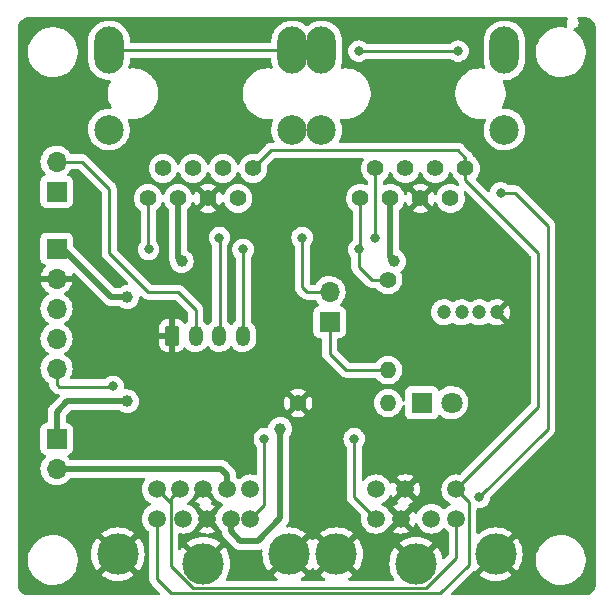
<source format=gbl>
G04 #@! TF.GenerationSoftware,KiCad,Pcbnew,6.0.11-2627ca5db0~126~ubuntu22.04.1*
G04 #@! TF.CreationDate,2023-02-26T13:01:28+01:00*
G04 #@! TF.ProjectId,mini-adapter,6d696e69-2d61-4646-9170-7465722e6b69,rev?*
G04 #@! TF.SameCoordinates,Original*
G04 #@! TF.FileFunction,Copper,L2,Bot*
G04 #@! TF.FilePolarity,Positive*
%FSLAX46Y46*%
G04 Gerber Fmt 4.6, Leading zero omitted, Abs format (unit mm)*
G04 Created by KiCad (PCBNEW 6.0.11-2627ca5db0~126~ubuntu22.04.1) date 2023-02-26 13:01:28*
%MOMM*%
%LPD*%
G01*
G04 APERTURE LIST*
G04 Aperture macros list*
%AMRoundRect*
0 Rectangle with rounded corners*
0 $1 Rounding radius*
0 $2 $3 $4 $5 $6 $7 $8 $9 X,Y pos of 4 corners*
0 Add a 4 corners polygon primitive as box body*
4,1,4,$2,$3,$4,$5,$6,$7,$8,$9,$2,$3,0*
0 Add four circle primitives for the rounded corners*
1,1,$1+$1,$2,$3*
1,1,$1+$1,$4,$5*
1,1,$1+$1,$6,$7*
1,1,$1+$1,$8,$9*
0 Add four rect primitives between the rounded corners*
20,1,$1+$1,$2,$3,$4,$5,0*
20,1,$1+$1,$4,$5,$6,$7,0*
20,1,$1+$1,$6,$7,$8,$9,0*
20,1,$1+$1,$8,$9,$2,$3,0*%
G04 Aperture macros list end*
G04 #@! TA.AperFunction,ComponentPad*
%ADD10C,1.400000*%
G04 #@! TD*
G04 #@! TA.AperFunction,ComponentPad*
%ADD11O,1.400000X1.400000*%
G04 #@! TD*
G04 #@! TA.AperFunction,ComponentPad*
%ADD12C,2.500000*%
G04 #@! TD*
G04 #@! TA.AperFunction,ComponentPad*
%ADD13O,2.500000X4.000000*%
G04 #@! TD*
G04 #@! TA.AperFunction,ComponentPad*
%ADD14R,1.700000X1.700000*%
G04 #@! TD*
G04 #@! TA.AperFunction,ComponentPad*
%ADD15O,1.700000X1.700000*%
G04 #@! TD*
G04 #@! TA.AperFunction,ComponentPad*
%ADD16RoundRect,0.250000X-0.350000X-0.625000X0.350000X-0.625000X0.350000X0.625000X-0.350000X0.625000X0*%
G04 #@! TD*
G04 #@! TA.AperFunction,ComponentPad*
%ADD17O,1.200000X1.750000*%
G04 #@! TD*
G04 #@! TA.AperFunction,ComponentPad*
%ADD18R,1.800000X1.800000*%
G04 #@! TD*
G04 #@! TA.AperFunction,ComponentPad*
%ADD19C,1.800000*%
G04 #@! TD*
G04 #@! TA.AperFunction,ComponentPad*
%ADD20C,1.500000*%
G04 #@! TD*
G04 #@! TA.AperFunction,ComponentPad*
%ADD21C,3.500000*%
G04 #@! TD*
G04 #@! TA.AperFunction,ComponentPad*
%ADD22C,1.200000*%
G04 #@! TD*
G04 #@! TA.AperFunction,ViaPad*
%ADD23C,1.000000*%
G04 #@! TD*
G04 #@! TA.AperFunction,ViaPad*
%ADD24C,0.800000*%
G04 #@! TD*
G04 #@! TA.AperFunction,Conductor*
%ADD25C,0.500000*%
G04 #@! TD*
G04 #@! TA.AperFunction,Conductor*
%ADD26C,0.250000*%
G04 #@! TD*
G04 APERTURE END LIST*
D10*
X142875000Y-97790000D03*
D11*
X142875000Y-105410000D03*
D10*
X131445000Y-88342000D03*
X130175000Y-90882000D03*
X128905000Y-88342000D03*
X127635000Y-90882000D03*
X126365000Y-88342000D03*
X125095000Y-90882000D03*
X123825000Y-88342000D03*
X122555000Y-90882000D03*
D12*
X134750000Y-85052000D03*
D13*
X134750000Y-78335200D03*
D12*
X119250000Y-85052000D03*
D13*
X119250000Y-78335200D03*
D14*
X114808000Y-111247000D03*
D15*
X114808000Y-113787000D03*
D10*
X135255000Y-108204000D03*
D11*
X142875000Y-108204000D03*
D16*
X124587000Y-102489000D03*
D17*
X126587000Y-102489000D03*
X128587000Y-102489000D03*
X130587000Y-102489000D03*
D18*
X145725000Y-108170000D03*
D19*
X148265000Y-108170000D03*
D14*
X137922000Y-101351000D03*
D15*
X137922000Y-98811000D03*
D14*
X114808000Y-95123000D03*
D15*
X114808000Y-97663000D03*
X114808000Y-100203000D03*
X114808000Y-102743000D03*
X114808000Y-105283000D03*
D20*
X146550000Y-118000000D03*
X143950000Y-118000000D03*
X148650000Y-118000000D03*
X141850000Y-118000000D03*
X148650000Y-115500000D03*
X144350000Y-115500000D03*
X141850000Y-115500000D03*
D21*
X138500000Y-121000000D03*
X145250000Y-121800000D03*
X152000000Y-121000000D03*
D20*
X129550000Y-118000000D03*
X127550000Y-118000000D03*
X125550000Y-118000000D03*
X131200000Y-118000000D03*
X129250000Y-115500000D03*
X127250000Y-115500000D03*
X123300000Y-118000000D03*
X131200000Y-115500000D03*
X125250000Y-115500000D03*
X123300000Y-115500000D03*
D21*
X120000000Y-121000000D03*
X127250000Y-121800000D03*
X134500000Y-121000000D03*
D10*
X149427000Y-88342000D03*
X148157000Y-90882000D03*
X146887000Y-88342000D03*
X145617000Y-90882000D03*
X144347000Y-88342000D03*
X143077000Y-90882000D03*
X141807000Y-88342000D03*
X140537000Y-90882000D03*
D13*
X152732000Y-78335200D03*
X137232000Y-78335200D03*
D12*
X137232000Y-85052000D03*
X152732000Y-85052000D03*
D22*
X147610000Y-100515000D03*
X149110000Y-100515000D03*
X150610000Y-100515000D03*
X152110000Y-100515000D03*
D14*
X114808000Y-90302000D03*
D15*
X114808000Y-87762000D03*
D23*
X125400000Y-96200000D03*
X143400000Y-96200000D03*
X120800000Y-108054000D03*
X133738000Y-110370000D03*
X120800000Y-99210000D03*
D24*
X150600000Y-116200000D03*
X152400000Y-90400000D03*
X135600000Y-94200000D03*
X128600000Y-94200000D03*
X141800000Y-94200000D03*
X122600000Y-95200000D03*
X132400000Y-111219500D03*
X140400000Y-95200000D03*
X130600000Y-95200000D03*
X140002325Y-111219500D03*
X119600000Y-106798400D03*
X140400000Y-78400000D03*
X148800000Y-78400000D03*
D25*
X115720000Y-108054000D02*
X120800000Y-108054000D01*
X114808000Y-95123000D02*
X115316000Y-95123000D01*
X125095000Y-90882000D02*
X125095000Y-95895000D01*
X131826000Y-119888000D02*
X133738000Y-117976000D01*
X114808000Y-108966000D02*
X115720000Y-108054000D01*
X133738000Y-117976000D02*
X133738000Y-110370000D01*
X129550000Y-119060660D02*
X130377340Y-119888000D01*
X119403000Y-99210000D02*
X120800000Y-99210000D01*
X129550000Y-118000000D02*
X129550000Y-119060660D01*
X125095000Y-95895000D02*
X125400000Y-96200000D01*
X143077000Y-95877000D02*
X143400000Y-96200000D01*
X115316000Y-95123000D02*
X119403000Y-99210000D01*
X114808000Y-111247000D02*
X114808000Y-108966000D01*
X143077000Y-90882000D02*
X143077000Y-95877000D01*
X130377340Y-119888000D02*
X131826000Y-119888000D01*
D26*
X149725000Y-116575000D02*
X149725000Y-121875000D01*
X148650000Y-115500000D02*
X149725000Y-116575000D01*
X149427000Y-87427000D02*
X149427000Y-88342000D01*
X148800000Y-86800000D02*
X149427000Y-87427000D01*
X147275499Y-124324501D02*
X124524501Y-124324501D01*
X155600000Y-108550000D02*
X155600000Y-95504949D01*
X123300000Y-123100000D02*
X123300000Y-118000000D01*
X149725000Y-121875000D02*
X147275499Y-124324501D01*
X149427000Y-89331949D02*
X149427000Y-88342000D01*
X148650000Y-115500000D02*
X155600000Y-108550000D01*
X124524501Y-124324501D02*
X123300000Y-123100000D01*
X155600000Y-95504949D02*
X149427000Y-89331949D01*
X132987000Y-86800000D02*
X148800000Y-86800000D01*
X131445000Y-88342000D02*
X132987000Y-86800000D01*
X146109494Y-123875000D02*
X126390506Y-123875000D01*
X156400000Y-93200000D02*
X153600000Y-90400000D01*
X148650000Y-118000000D02*
X148650000Y-121334494D01*
X124475000Y-116275000D02*
X125250000Y-115500000D01*
X126390506Y-123875000D02*
X124475000Y-121959494D01*
X124475000Y-116725000D02*
X124475000Y-116275000D01*
X124475000Y-121959494D02*
X124475000Y-116725000D01*
X124475000Y-116675000D02*
X123300000Y-115500000D01*
X124475000Y-116725000D02*
X124475000Y-116675000D01*
X156400000Y-110400000D02*
X156400000Y-93200000D01*
X150600000Y-116200000D02*
X156400000Y-110400000D01*
X148650000Y-121334494D02*
X146109494Y-123875000D01*
X153600000Y-90400000D02*
X152400000Y-90400000D01*
X135600000Y-98389000D02*
X136022000Y-98811000D01*
X128610000Y-94210000D02*
X128600000Y-94200000D01*
X141807000Y-88342000D02*
X141807000Y-94193000D01*
X128610000Y-102495000D02*
X128610000Y-94210000D01*
X135600000Y-94200000D02*
X135600000Y-98389000D01*
X141807000Y-94193000D02*
X141800000Y-94200000D01*
X136022000Y-98811000D02*
X137922000Y-98811000D01*
X122555000Y-95155000D02*
X122600000Y-95200000D01*
X122555000Y-90882000D02*
X122555000Y-95155000D01*
X119591400Y-106807000D02*
X119600000Y-106798400D01*
X114985800Y-106807000D02*
X119591400Y-106807000D01*
X140400000Y-95200000D02*
X140400000Y-96712000D01*
X140002325Y-116152325D02*
X140002325Y-111219500D01*
X141478000Y-97790000D02*
X142875000Y-97790000D01*
X140400000Y-96712000D02*
X141478000Y-97790000D01*
X130610000Y-102495000D02*
X130610000Y-95210000D01*
X140537000Y-95063000D02*
X140400000Y-95200000D01*
X140537000Y-90882000D02*
X140537000Y-95063000D01*
X114808000Y-106629200D02*
X114985800Y-106807000D01*
X131200000Y-118000000D02*
X132400000Y-116800000D01*
X130610000Y-95210000D02*
X130600000Y-95200000D01*
X141850000Y-118000000D02*
X140002325Y-116152325D01*
X132400000Y-116800000D02*
X132400000Y-111219500D01*
X114808000Y-105283000D02*
X114808000Y-106629200D01*
X114808000Y-87762000D02*
X116972000Y-87762000D01*
X126587000Y-100298000D02*
X126587000Y-102489000D01*
X119253000Y-95504000D02*
X122555000Y-98806000D01*
X122555000Y-98806000D02*
X125095000Y-98806000D01*
X125095000Y-98806000D02*
X126587000Y-100298000D01*
X116972000Y-87762000D02*
X119253000Y-90043000D01*
X119253000Y-90043000D02*
X119253000Y-95504000D01*
X139319000Y-105410000D02*
X142875000Y-105410000D01*
X137922000Y-101351000D02*
X137922000Y-104013000D01*
X137922000Y-104013000D02*
X139319000Y-105410000D01*
X140400000Y-78400000D02*
X148800000Y-78400000D01*
X134750000Y-78335200D02*
X119250000Y-78335200D01*
D25*
X128773000Y-113787000D02*
X129250000Y-114264000D01*
X114808000Y-113787000D02*
X128773000Y-113787000D01*
X129250000Y-114264000D02*
X129250000Y-115500000D01*
G04 #@! TA.AperFunction,Conductor*
G36*
X158044339Y-75528502D02*
G01*
X158090832Y-75582158D01*
X158100936Y-75652432D01*
X158078174Y-75701542D01*
X158081491Y-75703721D01*
X158076564Y-75711222D01*
X158070621Y-75717951D01*
X158008718Y-75849800D01*
X158007338Y-75858665D01*
X158007337Y-75858667D01*
X157993089Y-75950175D01*
X157986308Y-75993724D01*
X157987472Y-76002626D01*
X157987472Y-76002629D01*
X157992478Y-76040911D01*
X158005194Y-76138152D01*
X158058282Y-76258803D01*
X158067410Y-76329209D01*
X158037023Y-76393374D01*
X157976770Y-76430925D01*
X157916112Y-76432656D01*
X157812925Y-76410158D01*
X157812920Y-76410157D01*
X157808736Y-76409245D01*
X157777685Y-76406801D01*
X157585718Y-76391693D01*
X157585709Y-76391693D01*
X157583261Y-76391500D01*
X157427729Y-76391500D01*
X157425593Y-76391646D01*
X157425582Y-76391646D01*
X157217452Y-76405835D01*
X157217446Y-76405836D01*
X157213175Y-76406127D01*
X157208980Y-76406996D01*
X157208978Y-76406996D01*
X157093429Y-76430925D01*
X156931658Y-76464426D01*
X156660657Y-76560393D01*
X156405188Y-76692250D01*
X156401687Y-76694711D01*
X156401683Y-76694713D01*
X156391594Y-76701804D01*
X156169977Y-76857559D01*
X155959378Y-77053260D01*
X155777287Y-77275732D01*
X155627073Y-77520858D01*
X155625347Y-77524791D01*
X155625346Y-77524792D01*
X155540861Y-77717255D01*
X155511517Y-77784102D01*
X155432756Y-78060594D01*
X155392249Y-78345216D01*
X155392227Y-78349505D01*
X155392226Y-78349512D01*
X155391001Y-78583365D01*
X155390743Y-78632703D01*
X155428268Y-78917734D01*
X155429401Y-78921874D01*
X155429401Y-78921876D01*
X155447683Y-78988702D01*
X155504129Y-79195036D01*
X155505813Y-79198984D01*
X155589828Y-79395952D01*
X155616923Y-79459476D01*
X155764561Y-79706161D01*
X155944313Y-79930528D01*
X155963174Y-79948426D01*
X156088378Y-80067240D01*
X156152851Y-80128423D01*
X156386317Y-80296186D01*
X156390112Y-80298195D01*
X156390113Y-80298196D01*
X156411869Y-80309715D01*
X156640392Y-80430712D01*
X156910373Y-80529511D01*
X157191264Y-80590755D01*
X157219841Y-80593004D01*
X157414282Y-80608307D01*
X157414291Y-80608307D01*
X157416739Y-80608500D01*
X157572271Y-80608500D01*
X157574407Y-80608354D01*
X157574418Y-80608354D01*
X157782548Y-80594165D01*
X157782554Y-80594164D01*
X157786825Y-80593873D01*
X157791020Y-80593004D01*
X157791022Y-80593004D01*
X157976898Y-80554511D01*
X158068342Y-80535574D01*
X158339343Y-80439607D01*
X158509527Y-80351769D01*
X158591005Y-80309715D01*
X158591006Y-80309715D01*
X158594812Y-80307750D01*
X158598313Y-80305289D01*
X158598317Y-80305287D01*
X158783299Y-80175279D01*
X158830023Y-80142441D01*
X158931226Y-80048397D01*
X159037479Y-79949661D01*
X159037481Y-79949658D01*
X159040622Y-79946740D01*
X159222713Y-79724268D01*
X159372927Y-79479142D01*
X159488483Y-79215898D01*
X159567244Y-78939406D01*
X159607751Y-78654784D01*
X159607845Y-78636951D01*
X159609235Y-78371583D01*
X159609235Y-78371576D01*
X159609257Y-78367297D01*
X159571732Y-78082266D01*
X159495871Y-77804964D01*
X159413890Y-77612763D01*
X159384763Y-77544476D01*
X159384761Y-77544472D01*
X159383077Y-77540524D01*
X159253818Y-77324548D01*
X159237643Y-77297521D01*
X159237640Y-77297517D01*
X159235439Y-77293839D01*
X159055687Y-77069472D01*
X158847149Y-76871577D01*
X158618899Y-76707562D01*
X158575251Y-76651568D01*
X158568805Y-76580864D01*
X158601608Y-76517900D01*
X158659282Y-76483677D01*
X158675006Y-76479390D01*
X158704027Y-76471478D01*
X158711677Y-76466781D01*
X158711679Y-76466780D01*
X158820502Y-76399963D01*
X158820505Y-76399960D01*
X158828154Y-76395264D01*
X158862696Y-76357103D01*
X158919879Y-76293927D01*
X158925901Y-76287274D01*
X158974883Y-76186176D01*
X158985498Y-76164268D01*
X158985499Y-76164266D01*
X158989411Y-76156191D01*
X158990900Y-76147341D01*
X159012771Y-76017344D01*
X159012771Y-76017341D01*
X159013577Y-76012552D01*
X159013730Y-76000000D01*
X159004479Y-75935404D01*
X158994354Y-75864699D01*
X158994353Y-75864696D01*
X158993081Y-75855813D01*
X158989367Y-75847644D01*
X158936510Y-75731391D01*
X158936508Y-75731388D01*
X158932793Y-75723217D01*
X158926932Y-75716415D01*
X158922097Y-75708855D01*
X158923293Y-75708090D01*
X158897905Y-75652085D01*
X158908204Y-75581839D01*
X158954846Y-75528313D01*
X159022672Y-75508500D01*
X159450633Y-75508500D01*
X159470018Y-75510000D01*
X159484851Y-75512310D01*
X159484855Y-75512310D01*
X159493724Y-75513691D01*
X159506397Y-75512034D01*
X159533707Y-75511449D01*
X159661194Y-75522603D01*
X159682817Y-75526415D01*
X159828466Y-75565442D01*
X159849104Y-75572954D01*
X159985760Y-75636678D01*
X160004780Y-75647660D01*
X160128297Y-75734147D01*
X160145122Y-75748265D01*
X160251735Y-75854878D01*
X160265853Y-75871703D01*
X160352340Y-75995220D01*
X160363322Y-76014240D01*
X160427046Y-76150896D01*
X160434557Y-76171534D01*
X160473583Y-76317178D01*
X160477398Y-76338809D01*
X160487947Y-76459393D01*
X160487393Y-76475871D01*
X160487800Y-76475876D01*
X160487690Y-76484853D01*
X160486309Y-76493724D01*
X160487473Y-76502626D01*
X160487473Y-76502628D01*
X160490436Y-76525283D01*
X160491500Y-76541621D01*
X160491500Y-123450633D01*
X160490000Y-123470018D01*
X160487690Y-123484851D01*
X160487690Y-123484855D01*
X160486309Y-123493724D01*
X160487966Y-123506397D01*
X160488551Y-123533707D01*
X160477398Y-123661191D01*
X160473585Y-123682817D01*
X160471478Y-123690680D01*
X160434558Y-123828466D01*
X160427046Y-123849104D01*
X160363322Y-123985760D01*
X160352340Y-124004780D01*
X160265853Y-124128297D01*
X160251735Y-124145122D01*
X160145122Y-124251735D01*
X160128297Y-124265853D01*
X160004780Y-124352340D01*
X159985760Y-124363322D01*
X159849104Y-124427046D01*
X159828466Y-124434557D01*
X159682822Y-124473583D01*
X159661194Y-124477397D01*
X159604659Y-124482344D01*
X159540607Y-124487947D01*
X159524129Y-124487393D01*
X159524124Y-124487800D01*
X159515147Y-124487690D01*
X159506276Y-124486309D01*
X159497374Y-124487473D01*
X159497372Y-124487473D01*
X159483548Y-124489281D01*
X159474714Y-124490436D01*
X159458379Y-124491500D01*
X148308594Y-124491500D01*
X148240473Y-124471498D01*
X148193980Y-124417842D01*
X148183876Y-124347568D01*
X148213370Y-124282988D01*
X148219499Y-124276405D01*
X149727048Y-122768856D01*
X150596601Y-122768856D01*
X150603059Y-122778216D01*
X150619361Y-122792512D01*
X150625901Y-122797530D01*
X150865144Y-122957387D01*
X150872281Y-122961508D01*
X151130349Y-123088772D01*
X151137953Y-123091922D01*
X151410420Y-123184412D01*
X151418383Y-123186546D01*
X151700600Y-123242683D01*
X151708751Y-123243756D01*
X151995881Y-123262575D01*
X152004119Y-123262575D01*
X152291249Y-123243756D01*
X152299400Y-123242683D01*
X152581617Y-123186546D01*
X152589580Y-123184412D01*
X152862047Y-123091922D01*
X152869651Y-123088772D01*
X153127719Y-122961508D01*
X153134856Y-122957387D01*
X153374099Y-122797530D01*
X153380639Y-122792512D01*
X153395074Y-122779853D01*
X153403472Y-122766614D01*
X153397638Y-122756849D01*
X152012810Y-121372020D01*
X151998869Y-121364408D01*
X151997034Y-121364539D01*
X151990420Y-121368790D01*
X150604116Y-122755095D01*
X150596601Y-122768856D01*
X149727048Y-122768856D01*
X150075776Y-122420128D01*
X150138088Y-122386102D01*
X150208903Y-122391167D01*
X150232360Y-122402821D01*
X150233386Y-122403472D01*
X150243151Y-122397638D01*
X151639659Y-121001131D01*
X152364408Y-121001131D01*
X152364539Y-121002966D01*
X152368790Y-121009580D01*
X153755095Y-122395884D01*
X153768856Y-122403399D01*
X153778216Y-122396941D01*
X153792512Y-122380639D01*
X153797530Y-122374099D01*
X153957387Y-122134855D01*
X153961508Y-122127718D01*
X154088772Y-121869651D01*
X154091922Y-121862047D01*
X154169774Y-121632703D01*
X155390743Y-121632703D01*
X155391302Y-121636947D01*
X155391302Y-121636951D01*
X155407810Y-121762340D01*
X155428268Y-121917734D01*
X155504129Y-122195036D01*
X155505813Y-122198984D01*
X155600140Y-122420128D01*
X155616923Y-122459476D01*
X155764561Y-122706161D01*
X155944313Y-122930528D01*
X156039896Y-123021233D01*
X156143183Y-123119248D01*
X156152851Y-123128423D01*
X156386317Y-123296186D01*
X156390112Y-123298195D01*
X156390113Y-123298196D01*
X156411869Y-123309715D01*
X156640392Y-123430712D01*
X156694829Y-123450633D01*
X156884449Y-123520024D01*
X156910373Y-123529511D01*
X157191264Y-123590755D01*
X157219841Y-123593004D01*
X157414282Y-123608307D01*
X157414291Y-123608307D01*
X157416739Y-123608500D01*
X157572271Y-123608500D01*
X157574407Y-123608354D01*
X157574418Y-123608354D01*
X157782548Y-123594165D01*
X157782554Y-123594164D01*
X157786825Y-123593873D01*
X157791020Y-123593004D01*
X157791022Y-123593004D01*
X157953058Y-123559448D01*
X158068342Y-123535574D01*
X158339343Y-123439607D01*
X158594812Y-123307750D01*
X158598313Y-123305289D01*
X158598317Y-123305287D01*
X158793881Y-123167842D01*
X158830023Y-123142441D01*
X159024730Y-122961508D01*
X159037479Y-122949661D01*
X159037481Y-122949658D01*
X159040622Y-122946740D01*
X159222713Y-122724268D01*
X159372927Y-122479142D01*
X159415738Y-122381617D01*
X159486757Y-122219830D01*
X159488483Y-122215898D01*
X159567244Y-121939406D01*
X159607751Y-121654784D01*
X159607845Y-121636951D01*
X159609235Y-121371583D01*
X159609235Y-121371576D01*
X159609257Y-121367297D01*
X159606835Y-121348896D01*
X159575251Y-121108995D01*
X159571732Y-121082266D01*
X159495871Y-120804964D01*
X159426768Y-120642956D01*
X159384763Y-120544476D01*
X159384761Y-120544472D01*
X159383077Y-120540524D01*
X159300806Y-120403059D01*
X159237643Y-120297521D01*
X159237640Y-120297517D01*
X159235439Y-120293839D01*
X159055687Y-120069472D01*
X158847149Y-119871577D01*
X158613683Y-119703814D01*
X158591843Y-119692250D01*
X158447053Y-119615588D01*
X158359608Y-119569288D01*
X158089627Y-119470489D01*
X157808736Y-119409245D01*
X157777685Y-119406801D01*
X157585718Y-119391693D01*
X157585709Y-119391693D01*
X157583261Y-119391500D01*
X157427729Y-119391500D01*
X157425593Y-119391646D01*
X157425582Y-119391646D01*
X157217452Y-119405835D01*
X157217446Y-119405836D01*
X157213175Y-119406127D01*
X157208980Y-119406996D01*
X157208978Y-119406996D01*
X157072416Y-119435277D01*
X156931658Y-119464426D01*
X156660657Y-119560393D01*
X156405188Y-119692250D01*
X156401687Y-119694711D01*
X156401683Y-119694713D01*
X156391594Y-119701804D01*
X156169977Y-119857559D01*
X156154892Y-119871577D01*
X155970257Y-120043151D01*
X155959378Y-120053260D01*
X155777287Y-120275732D01*
X155627073Y-120520858D01*
X155625347Y-120524791D01*
X155625346Y-120524792D01*
X155549242Y-120698161D01*
X155511517Y-120784102D01*
X155432756Y-121060594D01*
X155429672Y-121082266D01*
X155399930Y-121291249D01*
X155392249Y-121345216D01*
X155392227Y-121349505D01*
X155392226Y-121349512D01*
X155390765Y-121628417D01*
X155390743Y-121632703D01*
X154169774Y-121632703D01*
X154184412Y-121589580D01*
X154186546Y-121581617D01*
X154242683Y-121299400D01*
X154243756Y-121291249D01*
X154262575Y-121004119D01*
X154262575Y-120995881D01*
X154243756Y-120708751D01*
X154242683Y-120700600D01*
X154186546Y-120418383D01*
X154184412Y-120410420D01*
X154091922Y-120137953D01*
X154088772Y-120130349D01*
X153961508Y-119872282D01*
X153957387Y-119865145D01*
X153797530Y-119625901D01*
X153792512Y-119619361D01*
X153779853Y-119604926D01*
X153766614Y-119596528D01*
X153756849Y-119602362D01*
X152372020Y-120987190D01*
X152364408Y-121001131D01*
X151639659Y-121001131D01*
X152000000Y-120640790D01*
X153395886Y-119244903D01*
X153403399Y-119231145D01*
X153396940Y-119221783D01*
X153380639Y-119207488D01*
X153374099Y-119202470D01*
X153134856Y-119042613D01*
X153127719Y-119038492D01*
X152869651Y-118911228D01*
X152862047Y-118908078D01*
X152589580Y-118815588D01*
X152581617Y-118813454D01*
X152299400Y-118757317D01*
X152291249Y-118756244D01*
X152004119Y-118737425D01*
X151995881Y-118737425D01*
X151708751Y-118756244D01*
X151700600Y-118757317D01*
X151418383Y-118813454D01*
X151410420Y-118815588D01*
X151137953Y-118908078D01*
X151130349Y-118911228D01*
X150872282Y-119038492D01*
X150865145Y-119042613D01*
X150625898Y-119202472D01*
X150619358Y-119207489D01*
X150567578Y-119252900D01*
X150503174Y-119282777D01*
X150432841Y-119273092D01*
X150378910Y-119226920D01*
X150358500Y-119158169D01*
X150358500Y-117232397D01*
X150378502Y-117164276D01*
X150432158Y-117117783D01*
X150497668Y-117107087D01*
X150498058Y-117107128D01*
X150504513Y-117108500D01*
X150695487Y-117108500D01*
X150701939Y-117107128D01*
X150701944Y-117107128D01*
X150788887Y-117088647D01*
X150882288Y-117068794D01*
X150935252Y-117045213D01*
X151050722Y-116993803D01*
X151050724Y-116993802D01*
X151056752Y-116991118D01*
X151097368Y-116961609D01*
X151152120Y-116921829D01*
X151211253Y-116878866D01*
X151224463Y-116864195D01*
X151334621Y-116741852D01*
X151334622Y-116741851D01*
X151339040Y-116736944D01*
X151423359Y-116590899D01*
X151431223Y-116577279D01*
X151431224Y-116577278D01*
X151434527Y-116571556D01*
X151493542Y-116389928D01*
X151496924Y-116357756D01*
X151505972Y-116271664D01*
X151510907Y-116224706D01*
X151537920Y-116159050D01*
X151547122Y-116148782D01*
X156792247Y-110903657D01*
X156800537Y-110896113D01*
X156807018Y-110892000D01*
X156853659Y-110842332D01*
X156856413Y-110839491D01*
X156876135Y-110819769D01*
X156878612Y-110816576D01*
X156886317Y-110807555D01*
X156911159Y-110781100D01*
X156916586Y-110775321D01*
X156920407Y-110768371D01*
X156926346Y-110757568D01*
X156937202Y-110741041D01*
X156944757Y-110731302D01*
X156944758Y-110731300D01*
X156949614Y-110725040D01*
X156967174Y-110684460D01*
X156972391Y-110673812D01*
X156989875Y-110642009D01*
X156989876Y-110642007D01*
X156993695Y-110635060D01*
X156998733Y-110615437D01*
X157005137Y-110596734D01*
X157010033Y-110585420D01*
X157010033Y-110585419D01*
X157013181Y-110578145D01*
X157014420Y-110570322D01*
X157014423Y-110570312D01*
X157020099Y-110534476D01*
X157022505Y-110522856D01*
X157031528Y-110487711D01*
X157031528Y-110487710D01*
X157033500Y-110480030D01*
X157033500Y-110459776D01*
X157035051Y-110440065D01*
X157036980Y-110427886D01*
X157038220Y-110420057D01*
X157034059Y-110376038D01*
X157033500Y-110364181D01*
X157033500Y-93278767D01*
X157034027Y-93267584D01*
X157035702Y-93260091D01*
X157033562Y-93192000D01*
X157033500Y-93188043D01*
X157033500Y-93160144D01*
X157032996Y-93156153D01*
X157032063Y-93144311D01*
X157030923Y-93108036D01*
X157030674Y-93100111D01*
X157028462Y-93092497D01*
X157028461Y-93092492D01*
X157025023Y-93080659D01*
X157021012Y-93061295D01*
X157019467Y-93049064D01*
X157018474Y-93041203D01*
X157015557Y-93033836D01*
X157015556Y-93033831D01*
X157002198Y-93000092D01*
X156998354Y-92988865D01*
X156988230Y-92954022D01*
X156986018Y-92946407D01*
X156975707Y-92928972D01*
X156967012Y-92911224D01*
X156959552Y-92892383D01*
X156933564Y-92856613D01*
X156927048Y-92846693D01*
X156908580Y-92815465D01*
X156908578Y-92815462D01*
X156904542Y-92808638D01*
X156890221Y-92794317D01*
X156877380Y-92779283D01*
X156870131Y-92769306D01*
X156865472Y-92762893D01*
X156831395Y-92734702D01*
X156822616Y-92726712D01*
X154103652Y-90007747D01*
X154096112Y-89999461D01*
X154092000Y-89992982D01*
X154042348Y-89946356D01*
X154039507Y-89943602D01*
X154019770Y-89923865D01*
X154016573Y-89921385D01*
X154007551Y-89913680D01*
X153981100Y-89888841D01*
X153975321Y-89883414D01*
X153968375Y-89879595D01*
X153968372Y-89879593D01*
X153957566Y-89873652D01*
X153941047Y-89862801D01*
X153935048Y-89858148D01*
X153925041Y-89850386D01*
X153917772Y-89847241D01*
X153917768Y-89847238D01*
X153884463Y-89832826D01*
X153873813Y-89827609D01*
X153835060Y-89806305D01*
X153815437Y-89801267D01*
X153796734Y-89794863D01*
X153785420Y-89789967D01*
X153785419Y-89789967D01*
X153778145Y-89786819D01*
X153770322Y-89785580D01*
X153770312Y-89785577D01*
X153734476Y-89779901D01*
X153722856Y-89777495D01*
X153687711Y-89768472D01*
X153687710Y-89768472D01*
X153680030Y-89766500D01*
X153659776Y-89766500D01*
X153640065Y-89764949D01*
X153627886Y-89763020D01*
X153620057Y-89761780D01*
X153612165Y-89762526D01*
X153576039Y-89765941D01*
X153564181Y-89766500D01*
X153108200Y-89766500D01*
X153040079Y-89746498D01*
X153020853Y-89730157D01*
X153020580Y-89730460D01*
X153015668Y-89726037D01*
X153011253Y-89721134D01*
X152967978Y-89689693D01*
X152862094Y-89612763D01*
X152862093Y-89612762D01*
X152856752Y-89608882D01*
X152850724Y-89606198D01*
X152850722Y-89606197D01*
X152688319Y-89533891D01*
X152688318Y-89533891D01*
X152682288Y-89531206D01*
X152588887Y-89511353D01*
X152501944Y-89492872D01*
X152501939Y-89492872D01*
X152495487Y-89491500D01*
X152304513Y-89491500D01*
X152298061Y-89492872D01*
X152298056Y-89492872D01*
X152211113Y-89511353D01*
X152117712Y-89531206D01*
X152111682Y-89533891D01*
X152111681Y-89533891D01*
X151949278Y-89606197D01*
X151949276Y-89606198D01*
X151943248Y-89608882D01*
X151937907Y-89612762D01*
X151937906Y-89612763D01*
X151892122Y-89646027D01*
X151788747Y-89721134D01*
X151784326Y-89726044D01*
X151784325Y-89726045D01*
X151675203Y-89847238D01*
X151660960Y-89863056D01*
X151565473Y-90028444D01*
X151506458Y-90210072D01*
X151505768Y-90216635D01*
X151505768Y-90216636D01*
X151505022Y-90223735D01*
X151478010Y-90289392D01*
X151419788Y-90330023D01*
X151348843Y-90332726D01*
X151290617Y-90299661D01*
X150323612Y-89332656D01*
X150289586Y-89270344D01*
X150294651Y-89199529D01*
X150323612Y-89154466D01*
X150352407Y-89125671D01*
X150352412Y-89125665D01*
X150356301Y-89121776D01*
X150359461Y-89117264D01*
X150470899Y-88958112D01*
X150477589Y-88948558D01*
X150484568Y-88933593D01*
X150564633Y-88761892D01*
X150564634Y-88761891D01*
X150566956Y-88756910D01*
X150572576Y-88735938D01*
X150620262Y-88557970D01*
X150620262Y-88557968D01*
X150621686Y-88552655D01*
X150640116Y-88342000D01*
X150621686Y-88131345D01*
X150619031Y-88121437D01*
X150568379Y-87932400D01*
X150568378Y-87932398D01*
X150566956Y-87927090D01*
X150477589Y-87735442D01*
X150356301Y-87562224D01*
X150206776Y-87412699D01*
X150202266Y-87409541D01*
X150202260Y-87409536D01*
X150092280Y-87332528D01*
X150047951Y-87277071D01*
X150045758Y-87270455D01*
X150045474Y-87268203D01*
X150042640Y-87261044D01*
X150042637Y-87261036D01*
X150029198Y-87227092D01*
X150025354Y-87215865D01*
X150019241Y-87194826D01*
X150013018Y-87173407D01*
X150002707Y-87155972D01*
X149994012Y-87138224D01*
X149986552Y-87119383D01*
X149961137Y-87084401D01*
X149960564Y-87083613D01*
X149954048Y-87073693D01*
X149935580Y-87042465D01*
X149935578Y-87042462D01*
X149931542Y-87035638D01*
X149917221Y-87021317D01*
X149904380Y-87006283D01*
X149897132Y-86996307D01*
X149892472Y-86989893D01*
X149858407Y-86961712D01*
X149849626Y-86953722D01*
X149303647Y-86407742D01*
X149296113Y-86399463D01*
X149292000Y-86392982D01*
X149242348Y-86346356D01*
X149239507Y-86343602D01*
X149219770Y-86323865D01*
X149216573Y-86321385D01*
X149207551Y-86313680D01*
X149194116Y-86301064D01*
X149175321Y-86283414D01*
X149168375Y-86279595D01*
X149168372Y-86279593D01*
X149157566Y-86273652D01*
X149141047Y-86262801D01*
X149140583Y-86262441D01*
X149125041Y-86250386D01*
X149117772Y-86247241D01*
X149117768Y-86247238D01*
X149084463Y-86232826D01*
X149073813Y-86227609D01*
X149035060Y-86206305D01*
X149015437Y-86201267D01*
X148996734Y-86194863D01*
X148985420Y-86189967D01*
X148985419Y-86189967D01*
X148978145Y-86186819D01*
X148970322Y-86185580D01*
X148970312Y-86185577D01*
X148934476Y-86179901D01*
X148922856Y-86177495D01*
X148887711Y-86168472D01*
X148887710Y-86168472D01*
X148880030Y-86166500D01*
X148859776Y-86166500D01*
X148840065Y-86164949D01*
X148827886Y-86163020D01*
X148820057Y-86161780D01*
X148790786Y-86164547D01*
X148776039Y-86165941D01*
X148764181Y-86166500D01*
X138836954Y-86166500D01*
X138768833Y-86146498D01*
X138722340Y-86092842D01*
X138712236Y-86022568D01*
X138730983Y-85972337D01*
X138779205Y-85897368D01*
X138779208Y-85897363D01*
X138781733Y-85893437D01*
X138889083Y-85655129D01*
X138960030Y-85403572D01*
X138976832Y-85271496D01*
X138992616Y-85147421D01*
X138992616Y-85147417D01*
X138993014Y-85144291D01*
X138995431Y-85052000D01*
X138976061Y-84791348D01*
X138964725Y-84741248D01*
X138919408Y-84540980D01*
X138918377Y-84536423D01*
X138823647Y-84292823D01*
X138824385Y-84292536D01*
X138813753Y-84226421D01*
X138842168Y-84161358D01*
X138901247Y-84121986D01*
X138954582Y-84117828D01*
X138954604Y-84117544D01*
X138956405Y-84117686D01*
X138956407Y-84117686D01*
X138958868Y-84117880D01*
X138958871Y-84117880D01*
X139180297Y-84135307D01*
X139180304Y-84135307D01*
X139182753Y-84135500D01*
X139340121Y-84135500D01*
X139342257Y-84135354D01*
X139342268Y-84135354D01*
X139552949Y-84120991D01*
X139552955Y-84120990D01*
X139557226Y-84120699D01*
X139561421Y-84119830D01*
X139561423Y-84119830D01*
X139699654Y-84091204D01*
X139842081Y-84061709D01*
X140116295Y-83964605D01*
X140374793Y-83831184D01*
X140378294Y-83828723D01*
X140378298Y-83828721D01*
X140523280Y-83726825D01*
X140612792Y-83663915D01*
X140756355Y-83530508D01*
X140822745Y-83468815D01*
X140822748Y-83468812D01*
X140825888Y-83465894D01*
X140836895Y-83452447D01*
X141007423Y-83244102D01*
X141010139Y-83240784D01*
X141162133Y-82992752D01*
X141170869Y-82972852D01*
X141277334Y-82730315D01*
X141279059Y-82726386D01*
X141285073Y-82705276D01*
X141304782Y-82636087D01*
X141358754Y-82446616D01*
X141361286Y-82428829D01*
X141399137Y-82162870D01*
X141399742Y-82158619D01*
X141399859Y-82136277D01*
X148562735Y-82136277D01*
X148600705Y-82424687D01*
X148677465Y-82705276D01*
X148791596Y-82972852D01*
X148940985Y-83222462D01*
X148943669Y-83225813D01*
X148943671Y-83225815D01*
X149024312Y-83326472D01*
X149122867Y-83449489D01*
X149333878Y-83649731D01*
X149570113Y-83819483D01*
X149827200Y-83955603D01*
X149831223Y-83957075D01*
X149831227Y-83957077D01*
X150096351Y-84054099D01*
X150100382Y-84055574D01*
X150384604Y-84117544D01*
X150413650Y-84119830D01*
X150610297Y-84135307D01*
X150610304Y-84135307D01*
X150612753Y-84135500D01*
X150770121Y-84135500D01*
X150772257Y-84135354D01*
X150772268Y-84135354D01*
X150982949Y-84120991D01*
X150982955Y-84120990D01*
X150987226Y-84120699D01*
X151003045Y-84117423D01*
X151073806Y-84123197D01*
X151130212Y-84166311D01*
X151154356Y-84233077D01*
X151144791Y-84289528D01*
X151059697Y-84492455D01*
X150995359Y-84745783D01*
X150969173Y-85005839D01*
X150981713Y-85266908D01*
X151032704Y-85523256D01*
X151121026Y-85769252D01*
X151123242Y-85773376D01*
X151187753Y-85893437D01*
X151244737Y-85999491D01*
X151247532Y-86003234D01*
X151247534Y-86003237D01*
X151398330Y-86205177D01*
X151398335Y-86205183D01*
X151401122Y-86208915D01*
X151404431Y-86212195D01*
X151404436Y-86212201D01*
X151581327Y-86387554D01*
X151586743Y-86392923D01*
X151590505Y-86395681D01*
X151590508Y-86395684D01*
X151761605Y-86521137D01*
X151797524Y-86547474D01*
X151801667Y-86549654D01*
X151801669Y-86549655D01*
X152024684Y-86666989D01*
X152024689Y-86666991D01*
X152028834Y-86669172D01*
X152275590Y-86755344D01*
X152280183Y-86756216D01*
X152527785Y-86803224D01*
X152527788Y-86803224D01*
X152532374Y-86804095D01*
X152662959Y-86809226D01*
X152788875Y-86814174D01*
X152788881Y-86814174D01*
X152793543Y-86814357D01*
X152872977Y-86805657D01*
X153048707Y-86786412D01*
X153048712Y-86786411D01*
X153053360Y-86785902D01*
X153057884Y-86784711D01*
X153301594Y-86720548D01*
X153301596Y-86720547D01*
X153306117Y-86719357D01*
X153546262Y-86616182D01*
X153706682Y-86516912D01*
X153764547Y-86481104D01*
X153764548Y-86481104D01*
X153768519Y-86478646D01*
X153772082Y-86475629D01*
X153772087Y-86475626D01*
X153964439Y-86312787D01*
X153964440Y-86312786D01*
X153968005Y-86309768D01*
X154020082Y-86250386D01*
X154137257Y-86116774D01*
X154137261Y-86116769D01*
X154140339Y-86113259D01*
X154281733Y-85893437D01*
X154389083Y-85655129D01*
X154460030Y-85403572D01*
X154476832Y-85271496D01*
X154492616Y-85147421D01*
X154492616Y-85147417D01*
X154493014Y-85144291D01*
X154495431Y-85052000D01*
X154476061Y-84791348D01*
X154464725Y-84741248D01*
X154419408Y-84540980D01*
X154418377Y-84536423D01*
X154323647Y-84292823D01*
X154193951Y-84065902D01*
X154032138Y-83860643D01*
X153841763Y-83681557D01*
X153627009Y-83532576D01*
X153622816Y-83530508D01*
X153396781Y-83419040D01*
X153396778Y-83419039D01*
X153392593Y-83416975D01*
X153346449Y-83402204D01*
X153148123Y-83338720D01*
X153143665Y-83337293D01*
X152885693Y-83295279D01*
X152632111Y-83291960D01*
X152564259Y-83271068D01*
X152518472Y-83216809D01*
X152509289Y-83146409D01*
X152526328Y-83100136D01*
X152589896Y-82996402D01*
X152592133Y-82992752D01*
X152600869Y-82972852D01*
X152707334Y-82730315D01*
X152709059Y-82726386D01*
X152715073Y-82705276D01*
X152734782Y-82636087D01*
X152788754Y-82446616D01*
X152791286Y-82428829D01*
X152829137Y-82162870D01*
X152829742Y-82158619D01*
X152831265Y-81867723D01*
X152793295Y-81579313D01*
X152716535Y-81298724D01*
X152602404Y-81031148D01*
X152600201Y-81027468D01*
X152599905Y-81026886D01*
X152586801Y-80957109D01*
X152613502Y-80891325D01*
X152671529Y-80850419D01*
X152713821Y-80843695D01*
X152834978Y-80845281D01*
X152834981Y-80845281D01*
X152839655Y-80845342D01*
X153098638Y-80810096D01*
X153349567Y-80736957D01*
X153385862Y-80720225D01*
X153404112Y-80711811D01*
X153586928Y-80627532D01*
X153698304Y-80554511D01*
X153801596Y-80486790D01*
X153801601Y-80486786D01*
X153805509Y-80484224D01*
X154000506Y-80310182D01*
X154167637Y-80109230D01*
X154265770Y-79947512D01*
X154300804Y-79889778D01*
X154300806Y-79889774D01*
X154303229Y-79885781D01*
X154404303Y-79644745D01*
X154468641Y-79391417D01*
X154477129Y-79307128D01*
X154490184Y-79177471D01*
X154490500Y-79174333D01*
X154490500Y-77518846D01*
X154476061Y-77324548D01*
X154469946Y-77297521D01*
X154419408Y-77074180D01*
X154418377Y-77069623D01*
X154341362Y-76871577D01*
X154325340Y-76830376D01*
X154325339Y-76830373D01*
X154323647Y-76826023D01*
X154193951Y-76599102D01*
X154032138Y-76393843D01*
X153841763Y-76214757D01*
X153627009Y-76065776D01*
X153622816Y-76063708D01*
X153396781Y-75952240D01*
X153396778Y-75952239D01*
X153392593Y-75950175D01*
X153346449Y-75935404D01*
X153148123Y-75871920D01*
X153143665Y-75870493D01*
X152885693Y-75828479D01*
X152771942Y-75826990D01*
X152629022Y-75825119D01*
X152629019Y-75825119D01*
X152624345Y-75825058D01*
X152365362Y-75860304D01*
X152114433Y-75933443D01*
X152110180Y-75935403D01*
X152110179Y-75935404D01*
X152073659Y-75952240D01*
X151877072Y-76042868D01*
X151838067Y-76068441D01*
X151662404Y-76183610D01*
X151662399Y-76183614D01*
X151658491Y-76186176D01*
X151463494Y-76360218D01*
X151296363Y-76561170D01*
X151293934Y-76565173D01*
X151209805Y-76703814D01*
X151160771Y-76784619D01*
X151059697Y-77025655D01*
X150995359Y-77278983D01*
X150973500Y-77496067D01*
X150973500Y-79151554D01*
X150973673Y-79153879D01*
X150973673Y-79153885D01*
X150982213Y-79268794D01*
X150987939Y-79345852D01*
X150988968Y-79350400D01*
X150988969Y-79350406D01*
X151018927Y-79482799D01*
X151045623Y-79600777D01*
X151085173Y-79702479D01*
X151088639Y-79711393D01*
X151094686Y-79782132D01*
X151061530Y-79844910D01*
X150999696Y-79879797D01*
X150961320Y-79882672D01*
X150783704Y-79868693D01*
X150783695Y-79868693D01*
X150781247Y-79868500D01*
X150623879Y-79868500D01*
X150621743Y-79868646D01*
X150621732Y-79868646D01*
X150411051Y-79883009D01*
X150411045Y-79883010D01*
X150406774Y-79883301D01*
X150402579Y-79884170D01*
X150402577Y-79884170D01*
X150387130Y-79887369D01*
X150121919Y-79942291D01*
X149847705Y-80039395D01*
X149589207Y-80172816D01*
X149585706Y-80175277D01*
X149585702Y-80175279D01*
X149572558Y-80184517D01*
X149351208Y-80340085D01*
X149275567Y-80410375D01*
X149142376Y-80534144D01*
X149138112Y-80538106D01*
X149135398Y-80541422D01*
X149135395Y-80541425D01*
X149021426Y-80680668D01*
X148953861Y-80763216D01*
X148801867Y-81011248D01*
X148800148Y-81015165D01*
X148800146Y-81015168D01*
X148791399Y-81035094D01*
X148684941Y-81277614D01*
X148683765Y-81281742D01*
X148683764Y-81281745D01*
X148659218Y-81367913D01*
X148605246Y-81557384D01*
X148604642Y-81561626D01*
X148604641Y-81561632D01*
X148602125Y-81579313D01*
X148564258Y-81845381D01*
X148562735Y-82136277D01*
X141399859Y-82136277D01*
X141401265Y-81867723D01*
X141363295Y-81579313D01*
X141286535Y-81298724D01*
X141172404Y-81031148D01*
X141023015Y-80781538D01*
X141008337Y-80763216D01*
X140901201Y-80629489D01*
X140841133Y-80554511D01*
X140666730Y-80389009D01*
X140633231Y-80357219D01*
X140633228Y-80357217D01*
X140630122Y-80354269D01*
X140393887Y-80184517D01*
X140180053Y-80071298D01*
X140140587Y-80050402D01*
X140140586Y-80050401D01*
X140136800Y-80048397D01*
X140132777Y-80046925D01*
X140132773Y-80046923D01*
X139867649Y-79949901D01*
X139867647Y-79949900D01*
X139863618Y-79948426D01*
X139579396Y-79886456D01*
X139535598Y-79883009D01*
X139353703Y-79868693D01*
X139353696Y-79868693D01*
X139351247Y-79868500D01*
X139193879Y-79868500D01*
X139191743Y-79868646D01*
X139191732Y-79868646D01*
X139043399Y-79878759D01*
X139002929Y-79881518D01*
X138933606Y-79866196D01*
X138883571Y-79815827D01*
X138868711Y-79746403D01*
X138878160Y-79707090D01*
X138904303Y-79644745D01*
X138968641Y-79391417D01*
X138977129Y-79307128D01*
X138990184Y-79177471D01*
X138990500Y-79174333D01*
X138990500Y-78400000D01*
X139486496Y-78400000D01*
X139506458Y-78589928D01*
X139565473Y-78771556D01*
X139660960Y-78936944D01*
X139665378Y-78941851D01*
X139665379Y-78941852D01*
X139747899Y-79033500D01*
X139788747Y-79078866D01*
X139810541Y-79094700D01*
X139924465Y-79177471D01*
X139943248Y-79191118D01*
X139949276Y-79193802D01*
X139949278Y-79193803D01*
X140111681Y-79266109D01*
X140117712Y-79268794D01*
X140211112Y-79288647D01*
X140298056Y-79307128D01*
X140298061Y-79307128D01*
X140304513Y-79308500D01*
X140495487Y-79308500D01*
X140501939Y-79307128D01*
X140501944Y-79307128D01*
X140588888Y-79288647D01*
X140682288Y-79268794D01*
X140688319Y-79266109D01*
X140850722Y-79193803D01*
X140850724Y-79193802D01*
X140856752Y-79191118D01*
X140875536Y-79177471D01*
X140989671Y-79094546D01*
X141011253Y-79078866D01*
X141015668Y-79073963D01*
X141020580Y-79069540D01*
X141021705Y-79070789D01*
X141075014Y-79037949D01*
X141108200Y-79033500D01*
X148091800Y-79033500D01*
X148159921Y-79053502D01*
X148179147Y-79069843D01*
X148179420Y-79069540D01*
X148184332Y-79073963D01*
X148188747Y-79078866D01*
X148210329Y-79094546D01*
X148324465Y-79177471D01*
X148343248Y-79191118D01*
X148349276Y-79193802D01*
X148349278Y-79193803D01*
X148511681Y-79266109D01*
X148517712Y-79268794D01*
X148611112Y-79288647D01*
X148698056Y-79307128D01*
X148698061Y-79307128D01*
X148704513Y-79308500D01*
X148895487Y-79308500D01*
X148901939Y-79307128D01*
X148901944Y-79307128D01*
X148988888Y-79288647D01*
X149082288Y-79268794D01*
X149088319Y-79266109D01*
X149250722Y-79193803D01*
X149250724Y-79193802D01*
X149256752Y-79191118D01*
X149275536Y-79177471D01*
X149389459Y-79094700D01*
X149411253Y-79078866D01*
X149452101Y-79033500D01*
X149534621Y-78941852D01*
X149534622Y-78941851D01*
X149539040Y-78936944D01*
X149634527Y-78771556D01*
X149693542Y-78589928D01*
X149713504Y-78400000D01*
X149693542Y-78210072D01*
X149634527Y-78028444D01*
X149539040Y-77863056D01*
X149471667Y-77788230D01*
X149415675Y-77726045D01*
X149415674Y-77726044D01*
X149411253Y-77721134D01*
X149304841Y-77643821D01*
X149262094Y-77612763D01*
X149262093Y-77612762D01*
X149256752Y-77608882D01*
X149250724Y-77606198D01*
X149250722Y-77606197D01*
X149088319Y-77533891D01*
X149088318Y-77533891D01*
X149082288Y-77531206D01*
X148988887Y-77511353D01*
X148901944Y-77492872D01*
X148901939Y-77492872D01*
X148895487Y-77491500D01*
X148704513Y-77491500D01*
X148698061Y-77492872D01*
X148698056Y-77492872D01*
X148611113Y-77511353D01*
X148517712Y-77531206D01*
X148511682Y-77533891D01*
X148511681Y-77533891D01*
X148349278Y-77606197D01*
X148349276Y-77606198D01*
X148343248Y-77608882D01*
X148337907Y-77612762D01*
X148337906Y-77612763D01*
X148295159Y-77643821D01*
X148188747Y-77721134D01*
X148184332Y-77726037D01*
X148179420Y-77730460D01*
X148178295Y-77729211D01*
X148124986Y-77762051D01*
X148091800Y-77766500D01*
X141108200Y-77766500D01*
X141040079Y-77746498D01*
X141020853Y-77730157D01*
X141020580Y-77730460D01*
X141015668Y-77726037D01*
X141011253Y-77721134D01*
X140904841Y-77643821D01*
X140862094Y-77612763D01*
X140862093Y-77612762D01*
X140856752Y-77608882D01*
X140850724Y-77606198D01*
X140850722Y-77606197D01*
X140688319Y-77533891D01*
X140688318Y-77533891D01*
X140682288Y-77531206D01*
X140588887Y-77511353D01*
X140501944Y-77492872D01*
X140501939Y-77492872D01*
X140495487Y-77491500D01*
X140304513Y-77491500D01*
X140298061Y-77492872D01*
X140298056Y-77492872D01*
X140211113Y-77511353D01*
X140117712Y-77531206D01*
X140111682Y-77533891D01*
X140111681Y-77533891D01*
X139949278Y-77606197D01*
X139949276Y-77606198D01*
X139943248Y-77608882D01*
X139937907Y-77612762D01*
X139937906Y-77612763D01*
X139895159Y-77643821D01*
X139788747Y-77721134D01*
X139784326Y-77726044D01*
X139784325Y-77726045D01*
X139728334Y-77788230D01*
X139660960Y-77863056D01*
X139565473Y-78028444D01*
X139506458Y-78210072D01*
X139486496Y-78400000D01*
X138990500Y-78400000D01*
X138990500Y-77518846D01*
X138976061Y-77324548D01*
X138969946Y-77297521D01*
X138919408Y-77074180D01*
X138918377Y-77069623D01*
X138841362Y-76871577D01*
X138825340Y-76830376D01*
X138825339Y-76830373D01*
X138823647Y-76826023D01*
X138693951Y-76599102D01*
X138532138Y-76393843D01*
X138341763Y-76214757D01*
X138127009Y-76065776D01*
X138122816Y-76063708D01*
X137896781Y-75952240D01*
X137896778Y-75952239D01*
X137892593Y-75950175D01*
X137846449Y-75935404D01*
X137648123Y-75871920D01*
X137643665Y-75870493D01*
X137385693Y-75828479D01*
X137271942Y-75826990D01*
X137129022Y-75825119D01*
X137129019Y-75825119D01*
X137124345Y-75825058D01*
X136865362Y-75860304D01*
X136614433Y-75933443D01*
X136610180Y-75935403D01*
X136610179Y-75935404D01*
X136573659Y-75952240D01*
X136377072Y-76042868D01*
X136338067Y-76068441D01*
X136162404Y-76183610D01*
X136162399Y-76183614D01*
X136158491Y-76186176D01*
X136154999Y-76189293D01*
X136075750Y-76260025D01*
X136011609Y-76290463D01*
X135941194Y-76281391D01*
X135905516Y-76257797D01*
X135883702Y-76237276D01*
X135859763Y-76214757D01*
X135645009Y-76065776D01*
X135640816Y-76063708D01*
X135414781Y-75952240D01*
X135414778Y-75952239D01*
X135410593Y-75950175D01*
X135364449Y-75935404D01*
X135166123Y-75871920D01*
X135161665Y-75870493D01*
X134903693Y-75828479D01*
X134789942Y-75826990D01*
X134647022Y-75825119D01*
X134647019Y-75825119D01*
X134642345Y-75825058D01*
X134383362Y-75860304D01*
X134132433Y-75933443D01*
X134128180Y-75935403D01*
X134128179Y-75935404D01*
X134091659Y-75952240D01*
X133895072Y-76042868D01*
X133856067Y-76068441D01*
X133680404Y-76183610D01*
X133680399Y-76183614D01*
X133676491Y-76186176D01*
X133481494Y-76360218D01*
X133314363Y-76561170D01*
X133311934Y-76565173D01*
X133227805Y-76703814D01*
X133178771Y-76784619D01*
X133077697Y-77025655D01*
X133013359Y-77278983D01*
X132991500Y-77496067D01*
X132991500Y-77575700D01*
X132971498Y-77643821D01*
X132917842Y-77690314D01*
X132865500Y-77701700D01*
X121134500Y-77701700D01*
X121066379Y-77681698D01*
X121019886Y-77628042D01*
X121008500Y-77575700D01*
X121008500Y-77518846D01*
X120994061Y-77324548D01*
X120987946Y-77297521D01*
X120937408Y-77074180D01*
X120936377Y-77069623D01*
X120859362Y-76871577D01*
X120843340Y-76830376D01*
X120843339Y-76830373D01*
X120841647Y-76826023D01*
X120711951Y-76599102D01*
X120550138Y-76393843D01*
X120359763Y-76214757D01*
X120145009Y-76065776D01*
X120140816Y-76063708D01*
X119914781Y-75952240D01*
X119914778Y-75952239D01*
X119910593Y-75950175D01*
X119864449Y-75935404D01*
X119666123Y-75871920D01*
X119661665Y-75870493D01*
X119403693Y-75828479D01*
X119289942Y-75826990D01*
X119147022Y-75825119D01*
X119147019Y-75825119D01*
X119142345Y-75825058D01*
X118883362Y-75860304D01*
X118632433Y-75933443D01*
X118628180Y-75935403D01*
X118628179Y-75935404D01*
X118591659Y-75952240D01*
X118395072Y-76042868D01*
X118356067Y-76068441D01*
X118180404Y-76183610D01*
X118180399Y-76183614D01*
X118176491Y-76186176D01*
X117981494Y-76360218D01*
X117814363Y-76561170D01*
X117811934Y-76565173D01*
X117727805Y-76703814D01*
X117678771Y-76784619D01*
X117577697Y-77025655D01*
X117513359Y-77278983D01*
X117491500Y-77496067D01*
X117491500Y-79151554D01*
X117491673Y-79153879D01*
X117491673Y-79153885D01*
X117500213Y-79268794D01*
X117505939Y-79345852D01*
X117506968Y-79350400D01*
X117506969Y-79350406D01*
X117536927Y-79482799D01*
X117563623Y-79600777D01*
X117565315Y-79605129D01*
X117565316Y-79605131D01*
X117647251Y-79815827D01*
X117658353Y-79844377D01*
X117660670Y-79848431D01*
X117660671Y-79848433D01*
X117682017Y-79885781D01*
X117788049Y-80071298D01*
X117949862Y-80276557D01*
X118140237Y-80455643D01*
X118256709Y-80536443D01*
X118339494Y-80593873D01*
X118354991Y-80604624D01*
X118359181Y-80606690D01*
X118359184Y-80606692D01*
X118585219Y-80718160D01*
X118585222Y-80718161D01*
X118589407Y-80720225D01*
X118593850Y-80721647D01*
X118593852Y-80721648D01*
X118735127Y-80766870D01*
X118838335Y-80799907D01*
X119096307Y-80841921D01*
X119181206Y-80843032D01*
X119271925Y-80844220D01*
X119339778Y-80865112D01*
X119385565Y-80919371D01*
X119394748Y-80989772D01*
X119385650Y-81020854D01*
X119379399Y-81035094D01*
X119272941Y-81277614D01*
X119271765Y-81281742D01*
X119271764Y-81281745D01*
X119247218Y-81367913D01*
X119193246Y-81557384D01*
X119192642Y-81561626D01*
X119192641Y-81561632D01*
X119190125Y-81579313D01*
X119152258Y-81845381D01*
X119150735Y-82136277D01*
X119188705Y-82424687D01*
X119265465Y-82705276D01*
X119379596Y-82972852D01*
X119458003Y-83103860D01*
X119475822Y-83172581D01*
X119453658Y-83240030D01*
X119398547Y-83284788D01*
X119348237Y-83294553D01*
X119147022Y-83291919D01*
X119147019Y-83291919D01*
X119142345Y-83291858D01*
X118883362Y-83327104D01*
X118632433Y-83400243D01*
X118628180Y-83402203D01*
X118628179Y-83402204D01*
X118591659Y-83419040D01*
X118395072Y-83509668D01*
X118356067Y-83535241D01*
X118180404Y-83650410D01*
X118180399Y-83650414D01*
X118176491Y-83652976D01*
X117981494Y-83827018D01*
X117814363Y-84027970D01*
X117811934Y-84031973D01*
X117730416Y-84166311D01*
X117678771Y-84251419D01*
X117577697Y-84492455D01*
X117513359Y-84745783D01*
X117487173Y-85005839D01*
X117499713Y-85266908D01*
X117550704Y-85523256D01*
X117639026Y-85769252D01*
X117641242Y-85773376D01*
X117705753Y-85893437D01*
X117762737Y-85999491D01*
X117765532Y-86003234D01*
X117765534Y-86003237D01*
X117916330Y-86205177D01*
X117916335Y-86205183D01*
X117919122Y-86208915D01*
X117922431Y-86212195D01*
X117922436Y-86212201D01*
X118099327Y-86387554D01*
X118104743Y-86392923D01*
X118108505Y-86395681D01*
X118108508Y-86395684D01*
X118279605Y-86521137D01*
X118315524Y-86547474D01*
X118319667Y-86549654D01*
X118319669Y-86549655D01*
X118542684Y-86666989D01*
X118542689Y-86666991D01*
X118546834Y-86669172D01*
X118793590Y-86755344D01*
X118798183Y-86756216D01*
X119045785Y-86803224D01*
X119045788Y-86803224D01*
X119050374Y-86804095D01*
X119180959Y-86809226D01*
X119306875Y-86814174D01*
X119306881Y-86814174D01*
X119311543Y-86814357D01*
X119390977Y-86805657D01*
X119566707Y-86786412D01*
X119566712Y-86786411D01*
X119571360Y-86785902D01*
X119575884Y-86784711D01*
X119819594Y-86720548D01*
X119819596Y-86720547D01*
X119824117Y-86719357D01*
X120064262Y-86616182D01*
X120224682Y-86516912D01*
X120282547Y-86481104D01*
X120282548Y-86481104D01*
X120286519Y-86478646D01*
X120290082Y-86475629D01*
X120290087Y-86475626D01*
X120482439Y-86312787D01*
X120482440Y-86312786D01*
X120486005Y-86309768D01*
X120538082Y-86250386D01*
X120655257Y-86116774D01*
X120655261Y-86116769D01*
X120658339Y-86113259D01*
X120799733Y-85893437D01*
X120907083Y-85655129D01*
X120978030Y-85403572D01*
X120994832Y-85271496D01*
X121010616Y-85147421D01*
X121010616Y-85147417D01*
X121011014Y-85144291D01*
X121013431Y-85052000D01*
X120994061Y-84791348D01*
X120982725Y-84741248D01*
X120937408Y-84540980D01*
X120936377Y-84536423D01*
X120841647Y-84292823D01*
X120842385Y-84292536D01*
X120831753Y-84226421D01*
X120860168Y-84161358D01*
X120919247Y-84121986D01*
X120972582Y-84117828D01*
X120972604Y-84117544D01*
X120974405Y-84117686D01*
X120974407Y-84117686D01*
X120976868Y-84117880D01*
X120976871Y-84117880D01*
X121198297Y-84135307D01*
X121198304Y-84135307D01*
X121200753Y-84135500D01*
X121358121Y-84135500D01*
X121360257Y-84135354D01*
X121360268Y-84135354D01*
X121570949Y-84120991D01*
X121570955Y-84120990D01*
X121575226Y-84120699D01*
X121579421Y-84119830D01*
X121579423Y-84119830D01*
X121717654Y-84091204D01*
X121860081Y-84061709D01*
X122134295Y-83964605D01*
X122392793Y-83831184D01*
X122396294Y-83828723D01*
X122396298Y-83828721D01*
X122541280Y-83726825D01*
X122630792Y-83663915D01*
X122774355Y-83530508D01*
X122840745Y-83468815D01*
X122840748Y-83468812D01*
X122843888Y-83465894D01*
X122854895Y-83452447D01*
X123025423Y-83244102D01*
X123028139Y-83240784D01*
X123180133Y-82992752D01*
X123188869Y-82972852D01*
X123295334Y-82730315D01*
X123297059Y-82726386D01*
X123303073Y-82705276D01*
X123322782Y-82636087D01*
X123376754Y-82446616D01*
X123379286Y-82428829D01*
X123417137Y-82162870D01*
X123417742Y-82158619D01*
X123419265Y-81867723D01*
X123381295Y-81579313D01*
X123304535Y-81298724D01*
X123190404Y-81031148D01*
X123041015Y-80781538D01*
X123026337Y-80763216D01*
X122919201Y-80629489D01*
X122859133Y-80554511D01*
X122684730Y-80389009D01*
X122651231Y-80357219D01*
X122651228Y-80357217D01*
X122648122Y-80354269D01*
X122411887Y-80184517D01*
X122198053Y-80071298D01*
X122158587Y-80050402D01*
X122158586Y-80050401D01*
X122154800Y-80048397D01*
X122150777Y-80046925D01*
X122150773Y-80046923D01*
X121885649Y-79949901D01*
X121885647Y-79949900D01*
X121881618Y-79948426D01*
X121597396Y-79886456D01*
X121553598Y-79883009D01*
X121371703Y-79868693D01*
X121371696Y-79868693D01*
X121369247Y-79868500D01*
X121211879Y-79868500D01*
X121209743Y-79868646D01*
X121209732Y-79868646D01*
X121061399Y-79878759D01*
X121020929Y-79881518D01*
X120951606Y-79866196D01*
X120901571Y-79815827D01*
X120886711Y-79746403D01*
X120896160Y-79707090D01*
X120922303Y-79644745D01*
X120986641Y-79391417D01*
X120995129Y-79307128D01*
X121008184Y-79177471D01*
X121008500Y-79174333D01*
X121008500Y-79094700D01*
X121028502Y-79026579D01*
X121082158Y-78980086D01*
X121134500Y-78968700D01*
X132865500Y-78968700D01*
X132933621Y-78988702D01*
X132980114Y-79042358D01*
X132991500Y-79094700D01*
X132991500Y-79151554D01*
X132991673Y-79153879D01*
X132991673Y-79153885D01*
X133000213Y-79268794D01*
X133005939Y-79345852D01*
X133006968Y-79350400D01*
X133006969Y-79350406D01*
X133036927Y-79482799D01*
X133063623Y-79600777D01*
X133103173Y-79702479D01*
X133106639Y-79711393D01*
X133112686Y-79782132D01*
X133079530Y-79844910D01*
X133017696Y-79879797D01*
X132979320Y-79882672D01*
X132801704Y-79868693D01*
X132801695Y-79868693D01*
X132799247Y-79868500D01*
X132641879Y-79868500D01*
X132639743Y-79868646D01*
X132639732Y-79868646D01*
X132429051Y-79883009D01*
X132429045Y-79883010D01*
X132424774Y-79883301D01*
X132420579Y-79884170D01*
X132420577Y-79884170D01*
X132405130Y-79887369D01*
X132139919Y-79942291D01*
X131865705Y-80039395D01*
X131607207Y-80172816D01*
X131603706Y-80175277D01*
X131603702Y-80175279D01*
X131590558Y-80184517D01*
X131369208Y-80340085D01*
X131293567Y-80410375D01*
X131160376Y-80534144D01*
X131156112Y-80538106D01*
X131153398Y-80541422D01*
X131153395Y-80541425D01*
X131039426Y-80680668D01*
X130971861Y-80763216D01*
X130819867Y-81011248D01*
X130818148Y-81015165D01*
X130818146Y-81015168D01*
X130809399Y-81035094D01*
X130702941Y-81277614D01*
X130701765Y-81281742D01*
X130701764Y-81281745D01*
X130677218Y-81367913D01*
X130623246Y-81557384D01*
X130622642Y-81561626D01*
X130622641Y-81561632D01*
X130620125Y-81579313D01*
X130582258Y-81845381D01*
X130580735Y-82136277D01*
X130618705Y-82424687D01*
X130695465Y-82705276D01*
X130809596Y-82972852D01*
X130958985Y-83222462D01*
X130961669Y-83225813D01*
X130961671Y-83225815D01*
X131042312Y-83326472D01*
X131140867Y-83449489D01*
X131351878Y-83649731D01*
X131588113Y-83819483D01*
X131845200Y-83955603D01*
X131849223Y-83957075D01*
X131849227Y-83957077D01*
X132114351Y-84054099D01*
X132118382Y-84055574D01*
X132402604Y-84117544D01*
X132431650Y-84119830D01*
X132628297Y-84135307D01*
X132628304Y-84135307D01*
X132630753Y-84135500D01*
X132788121Y-84135500D01*
X132790257Y-84135354D01*
X132790268Y-84135354D01*
X133000949Y-84120991D01*
X133000955Y-84120990D01*
X133005226Y-84120699D01*
X133021045Y-84117423D01*
X133091806Y-84123197D01*
X133148212Y-84166311D01*
X133172356Y-84233077D01*
X133162791Y-84289528D01*
X133077697Y-84492455D01*
X133013359Y-84745783D01*
X132987173Y-85005839D01*
X132999713Y-85266908D01*
X133050704Y-85523256D01*
X133139026Y-85769252D01*
X133141242Y-85773376D01*
X133252727Y-85980862D01*
X133267350Y-86050337D01*
X133242091Y-86116688D01*
X133184970Y-86158850D01*
X133141735Y-86166500D01*
X133065767Y-86166500D01*
X133054584Y-86165973D01*
X133047091Y-86164298D01*
X133039165Y-86164547D01*
X133039164Y-86164547D01*
X132979014Y-86166438D01*
X132975055Y-86166500D01*
X132947144Y-86166500D01*
X132943210Y-86166997D01*
X132943209Y-86166997D01*
X132943144Y-86167005D01*
X132931307Y-86167938D01*
X132899490Y-86168938D01*
X132895029Y-86169078D01*
X132887110Y-86169327D01*
X132869454Y-86174456D01*
X132867658Y-86174978D01*
X132848306Y-86178986D01*
X132841235Y-86179880D01*
X132828203Y-86181526D01*
X132820834Y-86184443D01*
X132820832Y-86184444D01*
X132787097Y-86197800D01*
X132775869Y-86201645D01*
X132733407Y-86213982D01*
X132726585Y-86218016D01*
X132726579Y-86218019D01*
X132715968Y-86224294D01*
X132698218Y-86232990D01*
X132686756Y-86237528D01*
X132686751Y-86237531D01*
X132679383Y-86240448D01*
X132661970Y-86253099D01*
X132643625Y-86266427D01*
X132633707Y-86272943D01*
X132622463Y-86279593D01*
X132595637Y-86295458D01*
X132581313Y-86309782D01*
X132566281Y-86322621D01*
X132549893Y-86334528D01*
X132521712Y-86368593D01*
X132513722Y-86377373D01*
X131776538Y-87114557D01*
X131714226Y-87148583D01*
X131665561Y-87149547D01*
X131660961Y-87148736D01*
X131655655Y-87147314D01*
X131650188Y-87146836D01*
X131650184Y-87146835D01*
X131450475Y-87129363D01*
X131445000Y-87128884D01*
X131234345Y-87147314D01*
X131229032Y-87148738D01*
X131229030Y-87148738D01*
X131035400Y-87200621D01*
X131035398Y-87200622D01*
X131030090Y-87202044D01*
X131025109Y-87204366D01*
X131025108Y-87204367D01*
X130843423Y-87289088D01*
X130843420Y-87289090D01*
X130838442Y-87291411D01*
X130665224Y-87412699D01*
X130515699Y-87562224D01*
X130394411Y-87735442D01*
X130305044Y-87927090D01*
X130303622Y-87932398D01*
X130303621Y-87932400D01*
X130296707Y-87958204D01*
X130259755Y-88018827D01*
X130195894Y-88049848D01*
X130125400Y-88041420D01*
X130070653Y-87996217D01*
X130053293Y-87958204D01*
X130046379Y-87932400D01*
X130046378Y-87932398D01*
X130044956Y-87927090D01*
X129955589Y-87735442D01*
X129834301Y-87562224D01*
X129684776Y-87412699D01*
X129511558Y-87291411D01*
X129506580Y-87289090D01*
X129506577Y-87289088D01*
X129324892Y-87204367D01*
X129324891Y-87204366D01*
X129319910Y-87202044D01*
X129314602Y-87200622D01*
X129314600Y-87200621D01*
X129120970Y-87148738D01*
X129120968Y-87148738D01*
X129115655Y-87147314D01*
X128905000Y-87128884D01*
X128694345Y-87147314D01*
X128689032Y-87148738D01*
X128689030Y-87148738D01*
X128495400Y-87200621D01*
X128495398Y-87200622D01*
X128490090Y-87202044D01*
X128485109Y-87204366D01*
X128485108Y-87204367D01*
X128303423Y-87289088D01*
X128303420Y-87289090D01*
X128298442Y-87291411D01*
X128125224Y-87412699D01*
X127975699Y-87562224D01*
X127854411Y-87735442D01*
X127765044Y-87927090D01*
X127763622Y-87932398D01*
X127763621Y-87932400D01*
X127756707Y-87958204D01*
X127719755Y-88018827D01*
X127655894Y-88049848D01*
X127585400Y-88041420D01*
X127530653Y-87996217D01*
X127513293Y-87958204D01*
X127506379Y-87932400D01*
X127506378Y-87932398D01*
X127504956Y-87927090D01*
X127415589Y-87735442D01*
X127294301Y-87562224D01*
X127144776Y-87412699D01*
X126971558Y-87291411D01*
X126966580Y-87289090D01*
X126966577Y-87289088D01*
X126784892Y-87204367D01*
X126784891Y-87204366D01*
X126779910Y-87202044D01*
X126774602Y-87200622D01*
X126774600Y-87200621D01*
X126580970Y-87148738D01*
X126580968Y-87148738D01*
X126575655Y-87147314D01*
X126365000Y-87128884D01*
X126154345Y-87147314D01*
X126149032Y-87148738D01*
X126149030Y-87148738D01*
X125955400Y-87200621D01*
X125955398Y-87200622D01*
X125950090Y-87202044D01*
X125945109Y-87204366D01*
X125945108Y-87204367D01*
X125763423Y-87289088D01*
X125763420Y-87289090D01*
X125758442Y-87291411D01*
X125585224Y-87412699D01*
X125435699Y-87562224D01*
X125314411Y-87735442D01*
X125225044Y-87927090D01*
X125223622Y-87932398D01*
X125223621Y-87932400D01*
X125216707Y-87958204D01*
X125179755Y-88018827D01*
X125115894Y-88049848D01*
X125045400Y-88041420D01*
X124990653Y-87996217D01*
X124973293Y-87958204D01*
X124966379Y-87932400D01*
X124966378Y-87932398D01*
X124964956Y-87927090D01*
X124875589Y-87735442D01*
X124754301Y-87562224D01*
X124604776Y-87412699D01*
X124431558Y-87291411D01*
X124426580Y-87289090D01*
X124426577Y-87289088D01*
X124244892Y-87204367D01*
X124244891Y-87204366D01*
X124239910Y-87202044D01*
X124234602Y-87200622D01*
X124234600Y-87200621D01*
X124040970Y-87148738D01*
X124040968Y-87148738D01*
X124035655Y-87147314D01*
X123825000Y-87128884D01*
X123614345Y-87147314D01*
X123609032Y-87148738D01*
X123609030Y-87148738D01*
X123415400Y-87200621D01*
X123415398Y-87200622D01*
X123410090Y-87202044D01*
X123405109Y-87204366D01*
X123405108Y-87204367D01*
X123223423Y-87289088D01*
X123223420Y-87289090D01*
X123218442Y-87291411D01*
X123045224Y-87412699D01*
X122895699Y-87562224D01*
X122774411Y-87735442D01*
X122685044Y-87927090D01*
X122683622Y-87932398D01*
X122683621Y-87932400D01*
X122632969Y-88121437D01*
X122630314Y-88131345D01*
X122611884Y-88342000D01*
X122630314Y-88552655D01*
X122631738Y-88557968D01*
X122631738Y-88557970D01*
X122679425Y-88735938D01*
X122685044Y-88756910D01*
X122687366Y-88761891D01*
X122687367Y-88761892D01*
X122767433Y-88933593D01*
X122774411Y-88948558D01*
X122895699Y-89121776D01*
X123045224Y-89271301D01*
X123218442Y-89392589D01*
X123223420Y-89394910D01*
X123223423Y-89394912D01*
X123344322Y-89451288D01*
X123410090Y-89481956D01*
X123415398Y-89483378D01*
X123415400Y-89483379D01*
X123609030Y-89535262D01*
X123609032Y-89535262D01*
X123614345Y-89536686D01*
X123825000Y-89555116D01*
X124035655Y-89536686D01*
X124040968Y-89535262D01*
X124040970Y-89535262D01*
X124234600Y-89483379D01*
X124234602Y-89483378D01*
X124239910Y-89481956D01*
X124305678Y-89451288D01*
X124426577Y-89394912D01*
X124426580Y-89394910D01*
X124431558Y-89392589D01*
X124604776Y-89271301D01*
X124754301Y-89121776D01*
X124875589Y-88948558D01*
X124882568Y-88933593D01*
X124962633Y-88761892D01*
X124962634Y-88761891D01*
X124964956Y-88756910D01*
X124970576Y-88735938D01*
X124973293Y-88725796D01*
X125010245Y-88665173D01*
X125074106Y-88634152D01*
X125144600Y-88642580D01*
X125199347Y-88687783D01*
X125216707Y-88725796D01*
X125219425Y-88735938D01*
X125225044Y-88756910D01*
X125227366Y-88761891D01*
X125227367Y-88761892D01*
X125307433Y-88933593D01*
X125314411Y-88948558D01*
X125435699Y-89121776D01*
X125585224Y-89271301D01*
X125758442Y-89392589D01*
X125763420Y-89394910D01*
X125763423Y-89394912D01*
X125884322Y-89451288D01*
X125950090Y-89481956D01*
X125955398Y-89483378D01*
X125955400Y-89483379D01*
X126149030Y-89535262D01*
X126149032Y-89535262D01*
X126154345Y-89536686D01*
X126365000Y-89555116D01*
X126575655Y-89536686D01*
X126580968Y-89535262D01*
X126580970Y-89535262D01*
X126774600Y-89483379D01*
X126774602Y-89483378D01*
X126779910Y-89481956D01*
X126845678Y-89451288D01*
X126966577Y-89394912D01*
X126966580Y-89394910D01*
X126971558Y-89392589D01*
X127144776Y-89271301D01*
X127294301Y-89121776D01*
X127415589Y-88948558D01*
X127422568Y-88933593D01*
X127502633Y-88761892D01*
X127502634Y-88761891D01*
X127504956Y-88756910D01*
X127510576Y-88735938D01*
X127513293Y-88725796D01*
X127550245Y-88665173D01*
X127614106Y-88634152D01*
X127684600Y-88642580D01*
X127739347Y-88687783D01*
X127756707Y-88725796D01*
X127759425Y-88735938D01*
X127765044Y-88756910D01*
X127767366Y-88761891D01*
X127767367Y-88761892D01*
X127847433Y-88933593D01*
X127854411Y-88948558D01*
X127975699Y-89121776D01*
X128125224Y-89271301D01*
X128298442Y-89392589D01*
X128303420Y-89394910D01*
X128303423Y-89394912D01*
X128424322Y-89451288D01*
X128490090Y-89481956D01*
X128495398Y-89483378D01*
X128495400Y-89483379D01*
X128689030Y-89535262D01*
X128689032Y-89535262D01*
X128694345Y-89536686D01*
X128905000Y-89555116D01*
X129115655Y-89536686D01*
X129120968Y-89535262D01*
X129120970Y-89535262D01*
X129314600Y-89483379D01*
X129314602Y-89483378D01*
X129319910Y-89481956D01*
X129385678Y-89451288D01*
X129506577Y-89394912D01*
X129506580Y-89394910D01*
X129511558Y-89392589D01*
X129684776Y-89271301D01*
X129834301Y-89121776D01*
X129955589Y-88948558D01*
X129962568Y-88933593D01*
X130042633Y-88761892D01*
X130042634Y-88761891D01*
X130044956Y-88756910D01*
X130050576Y-88735938D01*
X130053293Y-88725796D01*
X130090245Y-88665173D01*
X130154106Y-88634152D01*
X130224600Y-88642580D01*
X130279347Y-88687783D01*
X130296707Y-88725796D01*
X130299425Y-88735938D01*
X130305044Y-88756910D01*
X130307366Y-88761891D01*
X130307367Y-88761892D01*
X130387433Y-88933593D01*
X130394411Y-88948558D01*
X130515699Y-89121776D01*
X130665224Y-89271301D01*
X130838442Y-89392589D01*
X130843420Y-89394910D01*
X130843423Y-89394912D01*
X130964322Y-89451288D01*
X131030090Y-89481956D01*
X131035398Y-89483378D01*
X131035400Y-89483379D01*
X131229030Y-89535262D01*
X131229032Y-89535262D01*
X131234345Y-89536686D01*
X131445000Y-89555116D01*
X131655655Y-89536686D01*
X131660968Y-89535262D01*
X131660970Y-89535262D01*
X131854600Y-89483379D01*
X131854602Y-89483378D01*
X131859910Y-89481956D01*
X131925678Y-89451288D01*
X132046577Y-89394912D01*
X132046580Y-89394910D01*
X132051558Y-89392589D01*
X132224776Y-89271301D01*
X132374301Y-89121776D01*
X132495589Y-88948558D01*
X132502568Y-88933593D01*
X132582633Y-88761892D01*
X132582634Y-88761891D01*
X132584956Y-88756910D01*
X132590576Y-88735938D01*
X132638262Y-88557970D01*
X132638262Y-88557968D01*
X132639686Y-88552655D01*
X132658116Y-88342000D01*
X132639686Y-88131345D01*
X132638262Y-88126029D01*
X132637452Y-88121437D01*
X132645321Y-88050877D01*
X132672443Y-88010461D01*
X133212499Y-87470405D01*
X133274811Y-87436379D01*
X133301594Y-87433500D01*
X140725790Y-87433500D01*
X140793911Y-87453502D01*
X140840404Y-87507158D01*
X140850508Y-87577432D01*
X140829004Y-87631767D01*
X140756411Y-87735442D01*
X140667044Y-87927090D01*
X140665622Y-87932398D01*
X140665621Y-87932400D01*
X140614969Y-88121437D01*
X140612314Y-88131345D01*
X140593884Y-88342000D01*
X140612314Y-88552655D01*
X140613738Y-88557968D01*
X140613738Y-88557970D01*
X140661425Y-88735938D01*
X140667044Y-88756910D01*
X140669366Y-88761891D01*
X140669367Y-88761892D01*
X140749433Y-88933593D01*
X140756411Y-88948558D01*
X140877699Y-89121776D01*
X141027224Y-89271301D01*
X141117175Y-89334285D01*
X141119770Y-89336102D01*
X141164099Y-89391559D01*
X141173500Y-89439315D01*
X141173500Y-89647592D01*
X141153498Y-89715713D01*
X141099842Y-89762206D01*
X141029568Y-89772310D01*
X140994251Y-89761787D01*
X140956897Y-89744369D01*
X140956892Y-89744367D01*
X140951910Y-89742044D01*
X140946602Y-89740622D01*
X140946600Y-89740621D01*
X140752970Y-89688738D01*
X140752968Y-89688738D01*
X140747655Y-89687314D01*
X140537000Y-89668884D01*
X140326345Y-89687314D01*
X140321032Y-89688738D01*
X140321030Y-89688738D01*
X140127400Y-89740621D01*
X140127398Y-89740622D01*
X140122090Y-89742044D01*
X140117109Y-89744366D01*
X140117108Y-89744367D01*
X139935423Y-89829088D01*
X139935420Y-89829090D01*
X139930442Y-89831411D01*
X139757224Y-89952699D01*
X139607699Y-90102224D01*
X139486411Y-90275442D01*
X139484090Y-90280420D01*
X139484088Y-90280423D01*
X139417705Y-90422783D01*
X139397044Y-90467090D01*
X139395622Y-90472398D01*
X139395621Y-90472400D01*
X139364151Y-90589848D01*
X139342314Y-90671345D01*
X139323884Y-90882000D01*
X139342314Y-91092655D01*
X139343738Y-91097968D01*
X139343738Y-91097970D01*
X139395575Y-91291426D01*
X139397044Y-91296910D01*
X139399366Y-91301891D01*
X139399367Y-91301892D01*
X139447863Y-91405891D01*
X139486411Y-91488558D01*
X139607699Y-91661776D01*
X139757224Y-91811301D01*
X139778501Y-91826199D01*
X139849770Y-91876102D01*
X139894099Y-91931559D01*
X139903500Y-91979315D01*
X139903500Y-94373561D01*
X139883498Y-94441682D01*
X139851561Y-94475497D01*
X139788747Y-94521134D01*
X139784326Y-94526044D01*
X139784325Y-94526045D01*
X139721273Y-94596072D01*
X139660960Y-94663056D01*
X139565473Y-94828444D01*
X139506458Y-95010072D01*
X139505768Y-95016633D01*
X139505768Y-95016635D01*
X139500568Y-95066108D01*
X139486496Y-95200000D01*
X139487186Y-95206565D01*
X139503712Y-95363797D01*
X139506458Y-95389928D01*
X139565473Y-95571556D01*
X139568776Y-95577278D01*
X139568777Y-95577279D01*
X139588533Y-95611497D01*
X139660960Y-95736944D01*
X139734137Y-95818215D01*
X139764853Y-95882221D01*
X139766500Y-95902524D01*
X139766500Y-96633233D01*
X139765973Y-96644416D01*
X139764298Y-96651909D01*
X139764547Y-96659835D01*
X139764547Y-96659836D01*
X139766438Y-96719986D01*
X139766500Y-96723945D01*
X139766500Y-96751856D01*
X139766997Y-96755790D01*
X139766997Y-96755791D01*
X139767005Y-96755856D01*
X139767938Y-96767693D01*
X139769327Y-96811889D01*
X139774978Y-96831339D01*
X139778987Y-96850700D01*
X139781526Y-96870797D01*
X139784445Y-96878168D01*
X139784445Y-96878170D01*
X139797804Y-96911912D01*
X139801649Y-96923142D01*
X139813982Y-96965593D01*
X139818015Y-96972412D01*
X139818017Y-96972417D01*
X139824293Y-96983028D01*
X139832988Y-97000776D01*
X139840448Y-97019617D01*
X139845110Y-97026033D01*
X139845110Y-97026034D01*
X139866436Y-97055387D01*
X139872952Y-97065307D01*
X139889922Y-97094001D01*
X139895458Y-97103362D01*
X139909779Y-97117683D01*
X139922619Y-97132716D01*
X139934528Y-97149107D01*
X139940634Y-97154158D01*
X139968605Y-97177298D01*
X139977384Y-97185288D01*
X140974343Y-98182247D01*
X140981887Y-98190537D01*
X140986000Y-98197018D01*
X140991777Y-98202443D01*
X141035667Y-98243658D01*
X141038509Y-98246413D01*
X141058230Y-98266134D01*
X141061425Y-98268612D01*
X141070447Y-98276318D01*
X141102679Y-98306586D01*
X141109628Y-98310406D01*
X141120432Y-98316346D01*
X141136956Y-98327199D01*
X141152959Y-98339613D01*
X141193543Y-98357176D01*
X141204173Y-98362383D01*
X141242940Y-98383695D01*
X141250617Y-98385666D01*
X141250622Y-98385668D01*
X141262558Y-98388732D01*
X141281266Y-98395137D01*
X141299855Y-98403181D01*
X141307683Y-98404421D01*
X141307690Y-98404423D01*
X141343524Y-98410099D01*
X141355144Y-98412505D01*
X141390289Y-98421528D01*
X141397970Y-98423500D01*
X141418224Y-98423500D01*
X141437934Y-98425051D01*
X141457943Y-98428220D01*
X141465835Y-98427474D01*
X141501961Y-98424059D01*
X141513819Y-98423500D01*
X141777685Y-98423500D01*
X141845806Y-98443502D01*
X141880898Y-98477230D01*
X141945699Y-98569776D01*
X142095224Y-98719301D01*
X142268442Y-98840589D01*
X142273420Y-98842910D01*
X142273423Y-98842912D01*
X142416790Y-98909765D01*
X142460090Y-98929956D01*
X142465398Y-98931378D01*
X142465400Y-98931379D01*
X142659030Y-98983262D01*
X142659032Y-98983262D01*
X142664345Y-98984686D01*
X142875000Y-99003116D01*
X143085655Y-98984686D01*
X143090968Y-98983262D01*
X143090970Y-98983262D01*
X143284600Y-98931379D01*
X143284602Y-98931378D01*
X143289910Y-98929956D01*
X143333210Y-98909765D01*
X143476577Y-98842912D01*
X143476580Y-98842910D01*
X143481558Y-98840589D01*
X143654776Y-98719301D01*
X143804301Y-98569776D01*
X143925589Y-98396558D01*
X143929239Y-98388732D01*
X144012633Y-98209892D01*
X144012634Y-98209891D01*
X144014956Y-98204910D01*
X144019355Y-98188495D01*
X144068262Y-98005970D01*
X144068262Y-98005968D01*
X144069686Y-98000655D01*
X144088116Y-97790000D01*
X144069686Y-97579345D01*
X144063631Y-97556747D01*
X144016379Y-97380400D01*
X144016378Y-97380398D01*
X144014956Y-97375090D01*
X143932370Y-97197984D01*
X143928908Y-97190559D01*
X143918247Y-97120367D01*
X143947227Y-97055554D01*
X143965529Y-97038020D01*
X143969214Y-97035141D01*
X144098847Y-96933861D01*
X144228078Y-96784145D01*
X144325769Y-96612179D01*
X144388197Y-96424513D01*
X144412985Y-96228295D01*
X144413380Y-96200000D01*
X144394080Y-96003167D01*
X144389271Y-95987237D01*
X144360341Y-95891418D01*
X144336916Y-95813831D01*
X144244066Y-95639204D01*
X144163069Y-95539892D01*
X144122960Y-95490713D01*
X144122957Y-95490710D01*
X144119065Y-95485938D01*
X143966675Y-95359870D01*
X143901571Y-95324668D01*
X143851162Y-95274674D01*
X143835500Y-95213833D01*
X143835500Y-91896261D01*
X144967294Y-91896261D01*
X144976590Y-91908276D01*
X145006189Y-91929001D01*
X145015677Y-91934479D01*
X145197277Y-92019159D01*
X145207571Y-92022907D01*
X145401122Y-92074769D01*
X145411909Y-92076671D01*
X145611525Y-92094135D01*
X145622475Y-92094135D01*
X145822091Y-92076671D01*
X145832878Y-92074769D01*
X146026429Y-92022907D01*
X146036723Y-92019159D01*
X146218323Y-91934479D01*
X146227811Y-91929001D01*
X146258248Y-91907689D01*
X146266623Y-91897212D01*
X146259554Y-91883764D01*
X145629812Y-91254022D01*
X145615868Y-91246408D01*
X145614035Y-91246539D01*
X145607420Y-91250790D01*
X144973724Y-91884486D01*
X144967294Y-91896261D01*
X143835500Y-91896261D01*
X143835500Y-91884767D01*
X143855502Y-91816646D01*
X143872405Y-91795672D01*
X144006301Y-91661776D01*
X144127589Y-91488558D01*
X144166138Y-91405891D01*
X144214633Y-91301892D01*
X144214634Y-91301891D01*
X144216956Y-91296910D01*
X144218379Y-91291600D01*
X144218382Y-91291592D01*
X144225553Y-91264829D01*
X144262504Y-91204207D01*
X144326365Y-91173185D01*
X144396860Y-91181614D01*
X144451606Y-91226818D01*
X144468966Y-91264830D01*
X144476092Y-91291426D01*
X144479841Y-91301723D01*
X144564521Y-91483323D01*
X144569999Y-91492811D01*
X144591311Y-91523248D01*
X144601788Y-91531623D01*
X144615236Y-91524554D01*
X145244978Y-90894812D01*
X145252592Y-90880868D01*
X145252461Y-90879035D01*
X145248210Y-90872420D01*
X144614514Y-90238724D01*
X144602739Y-90232294D01*
X144590724Y-90241590D01*
X144569999Y-90271189D01*
X144564521Y-90280677D01*
X144479841Y-90462277D01*
X144476092Y-90472574D01*
X144468966Y-90499170D01*
X144432014Y-90559793D01*
X144368154Y-90590814D01*
X144297659Y-90582386D01*
X144242912Y-90537183D01*
X144225553Y-90499171D01*
X144218382Y-90472408D01*
X144218378Y-90472397D01*
X144216956Y-90467090D01*
X144196295Y-90422783D01*
X144129912Y-90280423D01*
X144129910Y-90280420D01*
X144127589Y-90275442D01*
X144006301Y-90102224D01*
X143856776Y-89952699D01*
X143734082Y-89866788D01*
X144967377Y-89866788D01*
X144974446Y-89880236D01*
X145604188Y-90509978D01*
X145618132Y-90517592D01*
X145619965Y-90517461D01*
X145626580Y-90513210D01*
X146260276Y-89879514D01*
X146266706Y-89867739D01*
X146257410Y-89855724D01*
X146227811Y-89834999D01*
X146218323Y-89829521D01*
X146036723Y-89744841D01*
X146026429Y-89741093D01*
X145832878Y-89689231D01*
X145822091Y-89687329D01*
X145622475Y-89669865D01*
X145611525Y-89669865D01*
X145411909Y-89687329D01*
X145401122Y-89689231D01*
X145207571Y-89741093D01*
X145197277Y-89744841D01*
X145015677Y-89829521D01*
X145006189Y-89834999D01*
X144975752Y-89856311D01*
X144967377Y-89866788D01*
X143734082Y-89866788D01*
X143683558Y-89831411D01*
X143678580Y-89829090D01*
X143678577Y-89829088D01*
X143496892Y-89744367D01*
X143496891Y-89744366D01*
X143491910Y-89742044D01*
X143486602Y-89740622D01*
X143486600Y-89740621D01*
X143292970Y-89688738D01*
X143292968Y-89688738D01*
X143287655Y-89687314D01*
X143077000Y-89668884D01*
X142866345Y-89687314D01*
X142861032Y-89688738D01*
X142861030Y-89688738D01*
X142667400Y-89740621D01*
X142667398Y-89740622D01*
X142662090Y-89742044D01*
X142657108Y-89744367D01*
X142657103Y-89744369D01*
X142619749Y-89761787D01*
X142549557Y-89772448D01*
X142484745Y-89743467D01*
X142445889Y-89684047D01*
X142440500Y-89647592D01*
X142440500Y-89439315D01*
X142460502Y-89371194D01*
X142494230Y-89336102D01*
X142496825Y-89334285D01*
X142586776Y-89271301D01*
X142736301Y-89121776D01*
X142857589Y-88948558D01*
X142864568Y-88933593D01*
X142944633Y-88761892D01*
X142944634Y-88761891D01*
X142946956Y-88756910D01*
X142952576Y-88735938D01*
X142955293Y-88725796D01*
X142992245Y-88665173D01*
X143056106Y-88634152D01*
X143126600Y-88642580D01*
X143181347Y-88687783D01*
X143198707Y-88725796D01*
X143201425Y-88735938D01*
X143207044Y-88756910D01*
X143209366Y-88761891D01*
X143209367Y-88761892D01*
X143289433Y-88933593D01*
X143296411Y-88948558D01*
X143417699Y-89121776D01*
X143567224Y-89271301D01*
X143740442Y-89392589D01*
X143745420Y-89394910D01*
X143745423Y-89394912D01*
X143866322Y-89451288D01*
X143932090Y-89481956D01*
X143937398Y-89483378D01*
X143937400Y-89483379D01*
X144131030Y-89535262D01*
X144131032Y-89535262D01*
X144136345Y-89536686D01*
X144347000Y-89555116D01*
X144557655Y-89536686D01*
X144562968Y-89535262D01*
X144562970Y-89535262D01*
X144756600Y-89483379D01*
X144756602Y-89483378D01*
X144761910Y-89481956D01*
X144827678Y-89451288D01*
X144948577Y-89394912D01*
X144948580Y-89394910D01*
X144953558Y-89392589D01*
X145126776Y-89271301D01*
X145276301Y-89121776D01*
X145397589Y-88948558D01*
X145404568Y-88933593D01*
X145484633Y-88761892D01*
X145484634Y-88761891D01*
X145486956Y-88756910D01*
X145492576Y-88735938D01*
X145495293Y-88725796D01*
X145532245Y-88665173D01*
X145596106Y-88634152D01*
X145666600Y-88642580D01*
X145721347Y-88687783D01*
X145738707Y-88725796D01*
X145741425Y-88735938D01*
X145747044Y-88756910D01*
X145749366Y-88761891D01*
X145749367Y-88761892D01*
X145829433Y-88933593D01*
X145836411Y-88948558D01*
X145957699Y-89121776D01*
X146107224Y-89271301D01*
X146280442Y-89392589D01*
X146285420Y-89394910D01*
X146285423Y-89394912D01*
X146406322Y-89451288D01*
X146472090Y-89481956D01*
X146477398Y-89483378D01*
X146477400Y-89483379D01*
X146671030Y-89535262D01*
X146671032Y-89535262D01*
X146676345Y-89536686D01*
X146887000Y-89555116D01*
X147097655Y-89536686D01*
X147102968Y-89535262D01*
X147102970Y-89535262D01*
X147296600Y-89483379D01*
X147296602Y-89483378D01*
X147301910Y-89481956D01*
X147367678Y-89451288D01*
X147488577Y-89394912D01*
X147488580Y-89394910D01*
X147493558Y-89392589D01*
X147666776Y-89271301D01*
X147816301Y-89121776D01*
X147937589Y-88948558D01*
X147944568Y-88933593D01*
X148024633Y-88761892D01*
X148024634Y-88761891D01*
X148026956Y-88756910D01*
X148032576Y-88735938D01*
X148035293Y-88725796D01*
X148072245Y-88665173D01*
X148136106Y-88634152D01*
X148206600Y-88642580D01*
X148261347Y-88687783D01*
X148278707Y-88725796D01*
X148281425Y-88735938D01*
X148287044Y-88756910D01*
X148289366Y-88761891D01*
X148289367Y-88761892D01*
X148369433Y-88933593D01*
X148376411Y-88948558D01*
X148497699Y-89121776D01*
X148647224Y-89271301D01*
X148651736Y-89274460D01*
X148743646Y-89338816D01*
X148787975Y-89394273D01*
X148795824Y-89422316D01*
X148796078Y-89423920D01*
X148796327Y-89431838D01*
X148798537Y-89439445D01*
X148801978Y-89451288D01*
X148805987Y-89470649D01*
X148807416Y-89481956D01*
X148808526Y-89490746D01*
X148811445Y-89498117D01*
X148811445Y-89498119D01*
X148824804Y-89531861D01*
X148828649Y-89543091D01*
X148840982Y-89585542D01*
X148845015Y-89592361D01*
X148845017Y-89592366D01*
X148851293Y-89602977D01*
X148859988Y-89620725D01*
X148867448Y-89639566D01*
X148864255Y-89640830D01*
X148876189Y-89694894D01*
X148851581Y-89761490D01*
X148794875Y-89804209D01*
X148724075Y-89809489D01*
X148697233Y-89800483D01*
X148576892Y-89744367D01*
X148576891Y-89744366D01*
X148571910Y-89742044D01*
X148566602Y-89740622D01*
X148566600Y-89740621D01*
X148372970Y-89688738D01*
X148372968Y-89688738D01*
X148367655Y-89687314D01*
X148157000Y-89668884D01*
X147946345Y-89687314D01*
X147941032Y-89688738D01*
X147941030Y-89688738D01*
X147747400Y-89740621D01*
X147747398Y-89740622D01*
X147742090Y-89742044D01*
X147737109Y-89744366D01*
X147737108Y-89744367D01*
X147555423Y-89829088D01*
X147555420Y-89829090D01*
X147550442Y-89831411D01*
X147377224Y-89952699D01*
X147227699Y-90102224D01*
X147106411Y-90275442D01*
X147104090Y-90280420D01*
X147104088Y-90280423D01*
X147037705Y-90422783D01*
X147017044Y-90467090D01*
X147015622Y-90472397D01*
X147015618Y-90472408D01*
X147008447Y-90499171D01*
X146971496Y-90559793D01*
X146907635Y-90590815D01*
X146837140Y-90582386D01*
X146782394Y-90537182D01*
X146765034Y-90499170D01*
X146757908Y-90472574D01*
X146754159Y-90462277D01*
X146669479Y-90280677D01*
X146664001Y-90271189D01*
X146642689Y-90240752D01*
X146632212Y-90232377D01*
X146618764Y-90239446D01*
X145989022Y-90869188D01*
X145981408Y-90883132D01*
X145981539Y-90884965D01*
X145985790Y-90891580D01*
X146619486Y-91525276D01*
X146631261Y-91531706D01*
X146643276Y-91522410D01*
X146664001Y-91492811D01*
X146669479Y-91483323D01*
X146754159Y-91301723D01*
X146757908Y-91291426D01*
X146765034Y-91264830D01*
X146801986Y-91204207D01*
X146865846Y-91173186D01*
X146936341Y-91181614D01*
X146991088Y-91226817D01*
X147008447Y-91264829D01*
X147015618Y-91291592D01*
X147015621Y-91291600D01*
X147017044Y-91296910D01*
X147019366Y-91301891D01*
X147019367Y-91301892D01*
X147067863Y-91405891D01*
X147106411Y-91488558D01*
X147227699Y-91661776D01*
X147377224Y-91811301D01*
X147550442Y-91932589D01*
X147555420Y-91934910D01*
X147555423Y-91934912D01*
X147650646Y-91979315D01*
X147742090Y-92021956D01*
X147747398Y-92023378D01*
X147747400Y-92023379D01*
X147941030Y-92075262D01*
X147941032Y-92075262D01*
X147946345Y-92076686D01*
X148157000Y-92095116D01*
X148367655Y-92076686D01*
X148372968Y-92075262D01*
X148372970Y-92075262D01*
X148566600Y-92023379D01*
X148566602Y-92023378D01*
X148571910Y-92021956D01*
X148663354Y-91979315D01*
X148758577Y-91934912D01*
X148758580Y-91934910D01*
X148763558Y-91932589D01*
X148936776Y-91811301D01*
X149086301Y-91661776D01*
X149207589Y-91488558D01*
X149246138Y-91405891D01*
X149294633Y-91301892D01*
X149294634Y-91301891D01*
X149296956Y-91296910D01*
X149298426Y-91291426D01*
X149350262Y-91097970D01*
X149350262Y-91097968D01*
X149351686Y-91092655D01*
X149370116Y-90882000D01*
X149351686Y-90671345D01*
X149329849Y-90589848D01*
X149298379Y-90472400D01*
X149298378Y-90472398D01*
X149296956Y-90467090D01*
X149294631Y-90462103D01*
X149276296Y-90422783D01*
X149265635Y-90352592D01*
X149294615Y-90287779D01*
X149354035Y-90248923D01*
X149425030Y-90248360D01*
X149479586Y-90280439D01*
X154929595Y-95730448D01*
X154963621Y-95792760D01*
X154966500Y-95819543D01*
X154966500Y-108235405D01*
X154946498Y-108303526D01*
X154929595Y-108324500D01*
X149022423Y-114231672D01*
X148960111Y-114265698D01*
X148900717Y-114264284D01*
X148884556Y-114259954D01*
X148869371Y-114255885D01*
X148650000Y-114236693D01*
X148430629Y-114255885D01*
X148217924Y-114312880D01*
X148124562Y-114356415D01*
X148023334Y-114403618D01*
X148023329Y-114403621D01*
X148018347Y-114405944D01*
X148013840Y-114409100D01*
X148013838Y-114409101D01*
X147842473Y-114529092D01*
X147842470Y-114529094D01*
X147837962Y-114532251D01*
X147682251Y-114687962D01*
X147679094Y-114692470D01*
X147679092Y-114692473D01*
X147584074Y-114828173D01*
X147555944Y-114868347D01*
X147553621Y-114873329D01*
X147553618Y-114873334D01*
X147514187Y-114957896D01*
X147462880Y-115067924D01*
X147405885Y-115280629D01*
X147386693Y-115500000D01*
X147405885Y-115719371D01*
X147462880Y-115932076D01*
X147465205Y-115937061D01*
X147553618Y-116126666D01*
X147553621Y-116126671D01*
X147555944Y-116131653D01*
X147559100Y-116136160D01*
X147559101Y-116136162D01*
X147667538Y-116291025D01*
X147682251Y-116312038D01*
X147837962Y-116467749D01*
X148018346Y-116594056D01*
X148023331Y-116596380D01*
X148023337Y-116596384D01*
X148107877Y-116635805D01*
X148161163Y-116682722D01*
X148180624Y-116750999D01*
X148160082Y-116818959D01*
X148107878Y-116864195D01*
X148023334Y-116903618D01*
X148023329Y-116903621D01*
X148018347Y-116905944D01*
X148013840Y-116909100D01*
X148013838Y-116909101D01*
X147842473Y-117029092D01*
X147842470Y-117029094D01*
X147837962Y-117032251D01*
X147689095Y-117181118D01*
X147626783Y-117215144D01*
X147555968Y-117210079D01*
X147510905Y-117181118D01*
X147362038Y-117032251D01*
X147335131Y-117013410D01*
X147244342Y-116949839D01*
X147181654Y-116905944D01*
X146982076Y-116812880D01*
X146769371Y-116755885D01*
X146550000Y-116736693D01*
X146330629Y-116755885D01*
X146117924Y-116812880D01*
X146104888Y-116818959D01*
X145923334Y-116903618D01*
X145923329Y-116903621D01*
X145918347Y-116905944D01*
X145913840Y-116909100D01*
X145913838Y-116909101D01*
X145742473Y-117029092D01*
X145742470Y-117029094D01*
X145737962Y-117032251D01*
X145582251Y-117187962D01*
X145579094Y-117192470D01*
X145579092Y-117192473D01*
X145481745Y-117331499D01*
X145455944Y-117368347D01*
X145453619Y-117373332D01*
X145453616Y-117373338D01*
X145363920Y-117565694D01*
X145317003Y-117618980D01*
X145248726Y-117638441D01*
X145180766Y-117617899D01*
X145135530Y-117565695D01*
X145045946Y-117373583D01*
X145040466Y-117364093D01*
X145011589Y-117322851D01*
X145001113Y-117314477D01*
X144987666Y-117321545D01*
X144322021Y-117987189D01*
X144314408Y-118001132D01*
X144314539Y-118002966D01*
X144318790Y-118009580D01*
X144988391Y-118679180D01*
X145000161Y-118685607D01*
X145012176Y-118676311D01*
X145040466Y-118635907D01*
X145045946Y-118626417D01*
X145135530Y-118434305D01*
X145182448Y-118381020D01*
X145250725Y-118361559D01*
X145318685Y-118382101D01*
X145363919Y-118434305D01*
X145374421Y-118456825D01*
X145453616Y-118626662D01*
X145453619Y-118626668D01*
X145455944Y-118631653D01*
X145459100Y-118636160D01*
X145459101Y-118636162D01*
X145566765Y-118789921D01*
X145582251Y-118812038D01*
X145737962Y-118967749D01*
X145742471Y-118970906D01*
X145742473Y-118970908D01*
X145791209Y-119005033D01*
X145918346Y-119094056D01*
X146117924Y-119187120D01*
X146330629Y-119244115D01*
X146550000Y-119263307D01*
X146769371Y-119244115D01*
X146982076Y-119187120D01*
X147181654Y-119094056D01*
X147308791Y-119005033D01*
X147357527Y-118970908D01*
X147357529Y-118970906D01*
X147362038Y-118967749D01*
X147510905Y-118818882D01*
X147573217Y-118784856D01*
X147644032Y-118789921D01*
X147689095Y-118818882D01*
X147837962Y-118967749D01*
X147842470Y-118970906D01*
X147842473Y-118970908D01*
X147891209Y-119005033D01*
X147962772Y-119055142D01*
X148007099Y-119110598D01*
X148016500Y-119158354D01*
X148016500Y-121019900D01*
X147996498Y-121088021D01*
X147979595Y-121108995D01*
X147675181Y-121413409D01*
X147612869Y-121447435D01*
X147542054Y-121442370D01*
X147485218Y-121399823D01*
X147462507Y-121348896D01*
X147436546Y-121218383D01*
X147434412Y-121210420D01*
X147341922Y-120937953D01*
X147338772Y-120930349D01*
X147211508Y-120672282D01*
X147207387Y-120665145D01*
X147047530Y-120425901D01*
X147042512Y-120419361D01*
X147029853Y-120404926D01*
X147016614Y-120396528D01*
X147006849Y-120402362D01*
X145609210Y-121800000D01*
X145339095Y-122070115D01*
X145276783Y-122104141D01*
X145205967Y-122099076D01*
X145160905Y-122070115D01*
X144890790Y-121800000D01*
X143494905Y-120404116D01*
X143481144Y-120396602D01*
X143471783Y-120403060D01*
X143457488Y-120419361D01*
X143452470Y-120425901D01*
X143292613Y-120665145D01*
X143288492Y-120672282D01*
X143161228Y-120930349D01*
X143158078Y-120937953D01*
X143065588Y-121210420D01*
X143063454Y-121218383D01*
X143007317Y-121500600D01*
X143006244Y-121508751D01*
X142987425Y-121795881D01*
X142987425Y-121804119D01*
X143006244Y-122091249D01*
X143007317Y-122099400D01*
X143063454Y-122381617D01*
X143065588Y-122389580D01*
X143158078Y-122662047D01*
X143161228Y-122669651D01*
X143288492Y-122927718D01*
X143292613Y-122934855D01*
X143366542Y-123045498D01*
X143387757Y-123113251D01*
X143368974Y-123181718D01*
X143316157Y-123229161D01*
X143261777Y-123241500D01*
X139600335Y-123241500D01*
X139532214Y-123221498D01*
X139485721Y-123167842D01*
X139475617Y-123097568D01*
X139505111Y-123032988D01*
X139544607Y-123002494D01*
X139627719Y-122961508D01*
X139634856Y-122957387D01*
X139874099Y-122797530D01*
X139880639Y-122792512D01*
X139895074Y-122779853D01*
X139903472Y-122766614D01*
X139897638Y-122756849D01*
X138512810Y-121372020D01*
X138498869Y-121364408D01*
X138497034Y-121364539D01*
X138490420Y-121368790D01*
X137104116Y-122755095D01*
X137096601Y-122768856D01*
X137103059Y-122778216D01*
X137119361Y-122792512D01*
X137125901Y-122797530D01*
X137365144Y-122957387D01*
X137372281Y-122961508D01*
X137455393Y-123002494D01*
X137507642Y-123050562D01*
X137525609Y-123119248D01*
X137503590Y-123186744D01*
X137448575Y-123231620D01*
X137399665Y-123241500D01*
X135600335Y-123241500D01*
X135532214Y-123221498D01*
X135485721Y-123167842D01*
X135475617Y-123097568D01*
X135505111Y-123032988D01*
X135544607Y-123002494D01*
X135627719Y-122961508D01*
X135634856Y-122957387D01*
X135874099Y-122797530D01*
X135880639Y-122792512D01*
X135895074Y-122779853D01*
X135903472Y-122766614D01*
X135897638Y-122756849D01*
X134512810Y-121372020D01*
X134498869Y-121364408D01*
X134497034Y-121364539D01*
X134490420Y-121368790D01*
X133104116Y-122755095D01*
X133096601Y-122768856D01*
X133103059Y-122778216D01*
X133119361Y-122792512D01*
X133125901Y-122797530D01*
X133365144Y-122957387D01*
X133372281Y-122961508D01*
X133455393Y-123002494D01*
X133507642Y-123050562D01*
X133525609Y-123119248D01*
X133503590Y-123186744D01*
X133448575Y-123231620D01*
X133399665Y-123241500D01*
X129238223Y-123241500D01*
X129170102Y-123221498D01*
X129123609Y-123167842D01*
X129113505Y-123097568D01*
X129133458Y-123045498D01*
X129207387Y-122934855D01*
X129211508Y-122927718D01*
X129338772Y-122669651D01*
X129341922Y-122662047D01*
X129434412Y-122389580D01*
X129436546Y-122381617D01*
X129492683Y-122099400D01*
X129493756Y-122091249D01*
X129512575Y-121804119D01*
X129512575Y-121795881D01*
X129493756Y-121508751D01*
X129492683Y-121500600D01*
X129436546Y-121218383D01*
X129434412Y-121210420D01*
X129341922Y-120937953D01*
X129338772Y-120930349D01*
X129211508Y-120672282D01*
X129207387Y-120665145D01*
X129047530Y-120425901D01*
X129042512Y-120419361D01*
X129029853Y-120404926D01*
X129016614Y-120396528D01*
X129006849Y-120402362D01*
X127339095Y-122070115D01*
X127276783Y-122104141D01*
X127205967Y-122099076D01*
X127160905Y-122070115D01*
X125494905Y-120404116D01*
X125481144Y-120396601D01*
X125471784Y-120403059D01*
X125457488Y-120419361D01*
X125452465Y-120425907D01*
X125339265Y-120595324D01*
X125284789Y-120640852D01*
X125214346Y-120649701D01*
X125150301Y-120619060D01*
X125112990Y-120558658D01*
X125108500Y-120525323D01*
X125108500Y-120033386D01*
X125846528Y-120033386D01*
X125852362Y-120043151D01*
X127237190Y-121427980D01*
X127251131Y-121435592D01*
X127252966Y-121435461D01*
X127259580Y-121431210D01*
X128645884Y-120044905D01*
X128653399Y-120031144D01*
X128646941Y-120021784D01*
X128630639Y-120007488D01*
X128624099Y-120002470D01*
X128384856Y-119842613D01*
X128377719Y-119838492D01*
X128119651Y-119711228D01*
X128112047Y-119708078D01*
X127839580Y-119615588D01*
X127831617Y-119613454D01*
X127549400Y-119557317D01*
X127541249Y-119556244D01*
X127254119Y-119537425D01*
X127245881Y-119537425D01*
X126958751Y-119556244D01*
X126950600Y-119557317D01*
X126668383Y-119613454D01*
X126660420Y-119615588D01*
X126387953Y-119708078D01*
X126380349Y-119711228D01*
X126122282Y-119838492D01*
X126115145Y-119842613D01*
X125875901Y-120002470D01*
X125869361Y-120007488D01*
X125854926Y-120020147D01*
X125846528Y-120033386D01*
X125108500Y-120033386D01*
X125108500Y-119348802D01*
X125128502Y-119280681D01*
X125182158Y-119234188D01*
X125252432Y-119224084D01*
X125267112Y-119227096D01*
X125325309Y-119242690D01*
X125325315Y-119242691D01*
X125330629Y-119244115D01*
X125550000Y-119263307D01*
X125769371Y-119244115D01*
X125982076Y-119187120D01*
X126181654Y-119094056D01*
X126244342Y-119050161D01*
X126864393Y-119050161D01*
X126873687Y-119062175D01*
X126914088Y-119090464D01*
X126923584Y-119095947D01*
X127113113Y-119184326D01*
X127123405Y-119188072D01*
X127325401Y-119242196D01*
X127336196Y-119244099D01*
X127544525Y-119262326D01*
X127555475Y-119262326D01*
X127763804Y-119244099D01*
X127774599Y-119242196D01*
X127976595Y-119188072D01*
X127986887Y-119184326D01*
X128176416Y-119095947D01*
X128185912Y-119090464D01*
X128227148Y-119061590D01*
X128235523Y-119051112D01*
X128228457Y-119037668D01*
X127562811Y-118372021D01*
X127548868Y-118364408D01*
X127547034Y-118364539D01*
X127540420Y-118368790D01*
X126870820Y-119038391D01*
X126864393Y-119050161D01*
X126244342Y-119050161D01*
X126308791Y-119005033D01*
X126357527Y-118970908D01*
X126357529Y-118970906D01*
X126362038Y-118967749D01*
X126517749Y-118812038D01*
X126533236Y-118789921D01*
X126640899Y-118636162D01*
X126640900Y-118636160D01*
X126644056Y-118631653D01*
X126646379Y-118626671D01*
X126646382Y-118626666D01*
X126708864Y-118492671D01*
X126733964Y-118456825D01*
X127177979Y-118012811D01*
X127185592Y-117998868D01*
X127185461Y-117997034D01*
X127181210Y-117990420D01*
X126733964Y-117543175D01*
X126708864Y-117507329D01*
X126646382Y-117373334D01*
X126646379Y-117373329D01*
X126644056Y-117368347D01*
X126618255Y-117331499D01*
X126520908Y-117192473D01*
X126520906Y-117192470D01*
X126517749Y-117187962D01*
X126362038Y-117032251D01*
X126335131Y-117013410D01*
X126244342Y-116949839D01*
X126181654Y-116905944D01*
X125982076Y-116812880D01*
X125976766Y-116811457D01*
X125976760Y-116811455D01*
X125944428Y-116802792D01*
X125883805Y-116765841D01*
X125852783Y-116701980D01*
X125861211Y-116631486D01*
X125904767Y-116577872D01*
X125944342Y-116550161D01*
X126564393Y-116550161D01*
X126573687Y-116562175D01*
X126614088Y-116590464D01*
X126623584Y-116595947D01*
X126813113Y-116684326D01*
X126823407Y-116688073D01*
X126856737Y-116697003D01*
X126917360Y-116733954D01*
X126948382Y-116797814D01*
X126939954Y-116868309D01*
X126896397Y-116921924D01*
X126872851Y-116938411D01*
X126864477Y-116948887D01*
X126871545Y-116962334D01*
X127537189Y-117627979D01*
X127551132Y-117635592D01*
X127552966Y-117635461D01*
X127559580Y-117631210D01*
X128229180Y-116961609D01*
X128235607Y-116949839D01*
X128226313Y-116937825D01*
X128185912Y-116909536D01*
X128176416Y-116904053D01*
X127986887Y-116815674D01*
X127976593Y-116811927D01*
X127943263Y-116802997D01*
X127882640Y-116766046D01*
X127851618Y-116702186D01*
X127860046Y-116631691D01*
X127903603Y-116578077D01*
X127927147Y-116561591D01*
X127935523Y-116551112D01*
X127928457Y-116537668D01*
X127262811Y-115872021D01*
X127248868Y-115864408D01*
X127247034Y-115864539D01*
X127240420Y-115868790D01*
X126570820Y-116538391D01*
X126564393Y-116550161D01*
X125944342Y-116550161D01*
X126057527Y-116470908D01*
X126057529Y-116470906D01*
X126062038Y-116467749D01*
X126217749Y-116312038D01*
X126232463Y-116291025D01*
X126340899Y-116136162D01*
X126340900Y-116136160D01*
X126344056Y-116131653D01*
X126346379Y-116126671D01*
X126346382Y-116126666D01*
X126408864Y-115992671D01*
X126433964Y-115956825D01*
X127160905Y-115229885D01*
X127223217Y-115195860D01*
X127294033Y-115200925D01*
X127339095Y-115229885D01*
X128066036Y-115956825D01*
X128091136Y-115992671D01*
X128153618Y-116126666D01*
X128153621Y-116126671D01*
X128155944Y-116131653D01*
X128159100Y-116136160D01*
X128159101Y-116136162D01*
X128267538Y-116291025D01*
X128282251Y-116312038D01*
X128437962Y-116467749D01*
X128618346Y-116594056D01*
X128817924Y-116687120D01*
X128823234Y-116688543D01*
X128823240Y-116688545D01*
X128855572Y-116697208D01*
X128916195Y-116734159D01*
X128947217Y-116798020D01*
X128938789Y-116868514D01*
X128895233Y-116922128D01*
X128742473Y-117029092D01*
X128742470Y-117029094D01*
X128737962Y-117032251D01*
X128582251Y-117187962D01*
X128579094Y-117192470D01*
X128579092Y-117192473D01*
X128481745Y-117331499D01*
X128455944Y-117368347D01*
X128453621Y-117373329D01*
X128453618Y-117373334D01*
X128391136Y-117507329D01*
X128366036Y-117543175D01*
X127922021Y-117987189D01*
X127914408Y-118001132D01*
X127914539Y-118002966D01*
X127918790Y-118009580D01*
X128366036Y-118456825D01*
X128391136Y-118492671D01*
X128453618Y-118626666D01*
X128453621Y-118626671D01*
X128455944Y-118631653D01*
X128459100Y-118636160D01*
X128459101Y-118636162D01*
X128566765Y-118789921D01*
X128582251Y-118812038D01*
X128737962Y-118967749D01*
X128742468Y-118970904D01*
X128744216Y-118972371D01*
X128783541Y-119031482D01*
X128788807Y-119058674D01*
X128791085Y-119086677D01*
X128791500Y-119096893D01*
X128791500Y-119104953D01*
X128791925Y-119108597D01*
X128794789Y-119133167D01*
X128795222Y-119137542D01*
X128800504Y-119202472D01*
X128801140Y-119210297D01*
X128803396Y-119217261D01*
X128804587Y-119223220D01*
X128805971Y-119229075D01*
X128806818Y-119236341D01*
X128831735Y-119304987D01*
X128833152Y-119309115D01*
X128855649Y-119378559D01*
X128859445Y-119384814D01*
X128861951Y-119390288D01*
X128864670Y-119395718D01*
X128867167Y-119402597D01*
X128871180Y-119408717D01*
X128871180Y-119408718D01*
X128907186Y-119463636D01*
X128909523Y-119467340D01*
X128947405Y-119529767D01*
X128951121Y-119533975D01*
X128951122Y-119533976D01*
X128954803Y-119538144D01*
X128954776Y-119538168D01*
X128957429Y-119541160D01*
X128960132Y-119544393D01*
X128964144Y-119550512D01*
X128973064Y-119558962D01*
X129020383Y-119603788D01*
X129022825Y-119606166D01*
X129793570Y-120376911D01*
X129805956Y-120391323D01*
X129814489Y-120402918D01*
X129814494Y-120402923D01*
X129818832Y-120408818D01*
X129824410Y-120413557D01*
X129824413Y-120413560D01*
X129859108Y-120443035D01*
X129866624Y-120449965D01*
X129872319Y-120455660D01*
X129875201Y-120457940D01*
X129894591Y-120473281D01*
X129897995Y-120476072D01*
X129906382Y-120483197D01*
X129953625Y-120523333D01*
X129960141Y-120526661D01*
X129965178Y-120530020D01*
X129970317Y-120533194D01*
X129976056Y-120537734D01*
X129982689Y-120540834D01*
X130042177Y-120568636D01*
X130046131Y-120570569D01*
X130111148Y-120603769D01*
X130118264Y-120605510D01*
X130123894Y-120607604D01*
X130129661Y-120609523D01*
X130136290Y-120612621D01*
X130143450Y-120614110D01*
X130143452Y-120614111D01*
X130207736Y-120627482D01*
X130212020Y-120628452D01*
X130282950Y-120645808D01*
X130288552Y-120646156D01*
X130288555Y-120646156D01*
X130294104Y-120646500D01*
X130294102Y-120646536D01*
X130298092Y-120646775D01*
X130302290Y-120647150D01*
X130309455Y-120648640D01*
X130386860Y-120646546D01*
X130390268Y-120646500D01*
X131758930Y-120646500D01*
X131777880Y-120647933D01*
X131792115Y-120650099D01*
X131792119Y-120650099D01*
X131799349Y-120651199D01*
X131806641Y-120650606D01*
X131806644Y-120650606D01*
X131852018Y-120646915D01*
X131862233Y-120646500D01*
X131870293Y-120646500D01*
X131887680Y-120644473D01*
X131898507Y-120643211D01*
X131902882Y-120642778D01*
X131968339Y-120637454D01*
X131968342Y-120637453D01*
X131975637Y-120636860D01*
X131982601Y-120634604D01*
X131988560Y-120633413D01*
X131994415Y-120632029D01*
X132001681Y-120631182D01*
X132070327Y-120606265D01*
X132074455Y-120604848D01*
X132090436Y-120599671D01*
X132161406Y-120597706D01*
X132222171Y-120634422D01*
X132253440Y-120698161D01*
X132254997Y-120727779D01*
X132237425Y-120995881D01*
X132237425Y-121004119D01*
X132256244Y-121291249D01*
X132257317Y-121299400D01*
X132313454Y-121581617D01*
X132315588Y-121589580D01*
X132408078Y-121862047D01*
X132411228Y-121869651D01*
X132538492Y-122127718D01*
X132542613Y-122134855D01*
X132702470Y-122374099D01*
X132707488Y-122380639D01*
X132720147Y-122395074D01*
X132733386Y-122403472D01*
X132743151Y-122397638D01*
X134139659Y-121001131D01*
X134864408Y-121001131D01*
X134864539Y-121002966D01*
X134868790Y-121009580D01*
X136255095Y-122395884D01*
X136268856Y-122403399D01*
X136278216Y-122396941D01*
X136292512Y-122380639D01*
X136297530Y-122374099D01*
X136395235Y-122227873D01*
X136449711Y-122182346D01*
X136520155Y-122173497D01*
X136584199Y-122204138D01*
X136604765Y-122227873D01*
X136702470Y-122374099D01*
X136707488Y-122380639D01*
X136720147Y-122395074D01*
X136733386Y-122403472D01*
X136743151Y-122397638D01*
X138127980Y-121012810D01*
X138134357Y-121001131D01*
X138864408Y-121001131D01*
X138864539Y-121002966D01*
X138868790Y-121009580D01*
X140255095Y-122395884D01*
X140268856Y-122403399D01*
X140278216Y-122396941D01*
X140292512Y-122380639D01*
X140297530Y-122374099D01*
X140457387Y-122134855D01*
X140461508Y-122127718D01*
X140588772Y-121869651D01*
X140591922Y-121862047D01*
X140684412Y-121589580D01*
X140686546Y-121581617D01*
X140742683Y-121299400D01*
X140743756Y-121291249D01*
X140762575Y-121004119D01*
X140762575Y-120995881D01*
X140743756Y-120708751D01*
X140742683Y-120700600D01*
X140686546Y-120418383D01*
X140684412Y-120410420D01*
X140591922Y-120137953D01*
X140588772Y-120130349D01*
X140540955Y-120033386D01*
X143846528Y-120033386D01*
X143852362Y-120043151D01*
X145237190Y-121427980D01*
X145251131Y-121435592D01*
X145252966Y-121435461D01*
X145259580Y-121431210D01*
X146645884Y-120044905D01*
X146653399Y-120031144D01*
X146646941Y-120021784D01*
X146630639Y-120007488D01*
X146624099Y-120002470D01*
X146384856Y-119842613D01*
X146377719Y-119838492D01*
X146119651Y-119711228D01*
X146112047Y-119708078D01*
X145839580Y-119615588D01*
X145831617Y-119613454D01*
X145549400Y-119557317D01*
X145541249Y-119556244D01*
X145254119Y-119537425D01*
X145245881Y-119537425D01*
X144958751Y-119556244D01*
X144950600Y-119557317D01*
X144668383Y-119613454D01*
X144660420Y-119615588D01*
X144387953Y-119708078D01*
X144380349Y-119711228D01*
X144122282Y-119838492D01*
X144115145Y-119842613D01*
X143875901Y-120002470D01*
X143869361Y-120007488D01*
X143854926Y-120020147D01*
X143846528Y-120033386D01*
X140540955Y-120033386D01*
X140461508Y-119872282D01*
X140457387Y-119865145D01*
X140297530Y-119625901D01*
X140292512Y-119619361D01*
X140279853Y-119604926D01*
X140266614Y-119596528D01*
X140256849Y-119602362D01*
X138872020Y-120987190D01*
X138864408Y-121001131D01*
X138134357Y-121001131D01*
X138135592Y-120998869D01*
X138135461Y-120997034D01*
X138131210Y-120990420D01*
X136744905Y-119604116D01*
X136731144Y-119596601D01*
X136721784Y-119603059D01*
X136707488Y-119619361D01*
X136702470Y-119625901D01*
X136604765Y-119772127D01*
X136550289Y-119817654D01*
X136479845Y-119826503D01*
X136415801Y-119795862D01*
X136395235Y-119772127D01*
X136297530Y-119625901D01*
X136292512Y-119619361D01*
X136279853Y-119604926D01*
X136266614Y-119596528D01*
X136256849Y-119602362D01*
X134872020Y-120987190D01*
X134864408Y-121001131D01*
X134139659Y-121001131D01*
X134500000Y-120640790D01*
X135895886Y-119244903D01*
X135902175Y-119233386D01*
X137096528Y-119233386D01*
X137102362Y-119243151D01*
X138487190Y-120627980D01*
X138501131Y-120635592D01*
X138502966Y-120635461D01*
X138509580Y-120631210D01*
X139895884Y-119244905D01*
X139903399Y-119231144D01*
X139896941Y-119221784D01*
X139880639Y-119207488D01*
X139874099Y-119202470D01*
X139634856Y-119042613D01*
X139627719Y-119038492D01*
X139369651Y-118911228D01*
X139362047Y-118908078D01*
X139089580Y-118815588D01*
X139081617Y-118813454D01*
X138799400Y-118757317D01*
X138791249Y-118756244D01*
X138504119Y-118737425D01*
X138495881Y-118737425D01*
X138208751Y-118756244D01*
X138200600Y-118757317D01*
X137918383Y-118813454D01*
X137910420Y-118815588D01*
X137637953Y-118908078D01*
X137630349Y-118911228D01*
X137372282Y-119038492D01*
X137365145Y-119042613D01*
X137125901Y-119202470D01*
X137119361Y-119207488D01*
X137104926Y-119220147D01*
X137096528Y-119233386D01*
X135902175Y-119233386D01*
X135903399Y-119231145D01*
X135896940Y-119221783D01*
X135880639Y-119207488D01*
X135874099Y-119202470D01*
X135634856Y-119042613D01*
X135627719Y-119038492D01*
X135369651Y-118911228D01*
X135362047Y-118908078D01*
X135089580Y-118815588D01*
X135081617Y-118813454D01*
X134799400Y-118757317D01*
X134791249Y-118756244D01*
X134504119Y-118737425D01*
X134495881Y-118737425D01*
X134358111Y-118746455D01*
X134288828Y-118730951D01*
X134238925Y-118680451D01*
X134224247Y-118610989D01*
X134249453Y-118544617D01*
X134258109Y-118535030D01*
X134258818Y-118534508D01*
X134293035Y-118494232D01*
X134299965Y-118486716D01*
X134305660Y-118481021D01*
X134323281Y-118458749D01*
X134326072Y-118455345D01*
X134368591Y-118405297D01*
X134368592Y-118405295D01*
X134373333Y-118399715D01*
X134376661Y-118393199D01*
X134380028Y-118388150D01*
X134383195Y-118383021D01*
X134387734Y-118377284D01*
X134418655Y-118311125D01*
X134420561Y-118307225D01*
X134453769Y-118242192D01*
X134455508Y-118235084D01*
X134457607Y-118229441D01*
X134459524Y-118223678D01*
X134462622Y-118217050D01*
X134477487Y-118145583D01*
X134478457Y-118141299D01*
X134494473Y-118075845D01*
X134495808Y-118070390D01*
X134496500Y-118059236D01*
X134496536Y-118059238D01*
X134496775Y-118055245D01*
X134497149Y-118051053D01*
X134498640Y-118043885D01*
X134496546Y-117966479D01*
X134496500Y-117963072D01*
X134496500Y-111219500D01*
X139088821Y-111219500D01*
X139108783Y-111409428D01*
X139167798Y-111591056D01*
X139263285Y-111756444D01*
X139336462Y-111837715D01*
X139367178Y-111901721D01*
X139368825Y-111922024D01*
X139368825Y-116073558D01*
X139368298Y-116084741D01*
X139366623Y-116092234D01*
X139366872Y-116100160D01*
X139366872Y-116100161D01*
X139368763Y-116160311D01*
X139368825Y-116164270D01*
X139368825Y-116192181D01*
X139369322Y-116196115D01*
X139369322Y-116196116D01*
X139369330Y-116196181D01*
X139370263Y-116208018D01*
X139371652Y-116252214D01*
X139377303Y-116271664D01*
X139381312Y-116291025D01*
X139382659Y-116301683D01*
X139383851Y-116311122D01*
X139386770Y-116318493D01*
X139386770Y-116318495D01*
X139400129Y-116352237D01*
X139403974Y-116363467D01*
X139412810Y-116393882D01*
X139416307Y-116405918D01*
X139420340Y-116412737D01*
X139420342Y-116412742D01*
X139426618Y-116423353D01*
X139435313Y-116441101D01*
X139442773Y-116459942D01*
X139447435Y-116466358D01*
X139447435Y-116466359D01*
X139468761Y-116495712D01*
X139475277Y-116505632D01*
X139497783Y-116543687D01*
X139512104Y-116558008D01*
X139524944Y-116573041D01*
X139536853Y-116589432D01*
X139570930Y-116617623D01*
X139579709Y-116625613D01*
X140581672Y-117627577D01*
X140615698Y-117689889D01*
X140614284Y-117749283D01*
X140605885Y-117780629D01*
X140586693Y-118000000D01*
X140605885Y-118219371D01*
X140662880Y-118432076D01*
X140691136Y-118492671D01*
X140753618Y-118626666D01*
X140753621Y-118626671D01*
X140755944Y-118631653D01*
X140759100Y-118636160D01*
X140759101Y-118636162D01*
X140866765Y-118789921D01*
X140882251Y-118812038D01*
X141037962Y-118967749D01*
X141042471Y-118970906D01*
X141042473Y-118970908D01*
X141091209Y-119005033D01*
X141218346Y-119094056D01*
X141417924Y-119187120D01*
X141630629Y-119244115D01*
X141850000Y-119263307D01*
X142069371Y-119244115D01*
X142282076Y-119187120D01*
X142481654Y-119094056D01*
X142544342Y-119050161D01*
X143264393Y-119050161D01*
X143273687Y-119062175D01*
X143314088Y-119090464D01*
X143323584Y-119095947D01*
X143513113Y-119184326D01*
X143523405Y-119188072D01*
X143725401Y-119242196D01*
X143736196Y-119244099D01*
X143944525Y-119262326D01*
X143955475Y-119262326D01*
X144163804Y-119244099D01*
X144174599Y-119242196D01*
X144376595Y-119188072D01*
X144386887Y-119184326D01*
X144576416Y-119095947D01*
X144585912Y-119090464D01*
X144627148Y-119061590D01*
X144635523Y-119051112D01*
X144628457Y-119037668D01*
X143962811Y-118372021D01*
X143948868Y-118364408D01*
X143947034Y-118364539D01*
X143940420Y-118368790D01*
X143270820Y-119038391D01*
X143264393Y-119050161D01*
X142544342Y-119050161D01*
X142608791Y-119005033D01*
X142657527Y-118970908D01*
X142657529Y-118970906D01*
X142662038Y-118967749D01*
X142817749Y-118812038D01*
X142833236Y-118789921D01*
X142902511Y-118690985D01*
X142916629Y-118674160D01*
X143577979Y-118012811D01*
X143585592Y-117998868D01*
X143585461Y-117997034D01*
X143581210Y-117990420D01*
X142916629Y-117325840D01*
X142902511Y-117309015D01*
X142894385Y-117297409D01*
X142834501Y-117211886D01*
X142820908Y-117192473D01*
X142820906Y-117192470D01*
X142817749Y-117187962D01*
X142662038Y-117032251D01*
X142635131Y-117013410D01*
X142544342Y-116949839D01*
X142542982Y-116948887D01*
X143264477Y-116948887D01*
X143271545Y-116962334D01*
X143937189Y-117627979D01*
X143951132Y-117635592D01*
X143952966Y-117635461D01*
X143959580Y-117631210D01*
X144629180Y-116961609D01*
X144635607Y-116949839D01*
X144614602Y-116922688D01*
X144615713Y-116921829D01*
X144586950Y-116885847D01*
X144579640Y-116815227D01*
X144611670Y-116751866D01*
X144670938Y-116716382D01*
X144776595Y-116688072D01*
X144786887Y-116684326D01*
X144976416Y-116595947D01*
X144985912Y-116590464D01*
X145027148Y-116561590D01*
X145035523Y-116551112D01*
X145028457Y-116537668D01*
X144362811Y-115872021D01*
X144348868Y-115864408D01*
X144347034Y-115864539D01*
X144340420Y-115868790D01*
X143670820Y-116538391D01*
X143664393Y-116550161D01*
X143685398Y-116577312D01*
X143684287Y-116578171D01*
X143713050Y-116614153D01*
X143720360Y-116684773D01*
X143688330Y-116748134D01*
X143629062Y-116783618D01*
X143523405Y-116811928D01*
X143513113Y-116815674D01*
X143323583Y-116904054D01*
X143314093Y-116909534D01*
X143272851Y-116938411D01*
X143264477Y-116948887D01*
X142542982Y-116948887D01*
X142481654Y-116905944D01*
X142476666Y-116903618D01*
X142476663Y-116903616D01*
X142392123Y-116864195D01*
X142338837Y-116817278D01*
X142319376Y-116749001D01*
X142339918Y-116681041D01*
X142392123Y-116635805D01*
X142476663Y-116596384D01*
X142476669Y-116596380D01*
X142481654Y-116594056D01*
X142662038Y-116467749D01*
X142817749Y-116312038D01*
X142832463Y-116291025D01*
X142940899Y-116136162D01*
X142940900Y-116136160D01*
X142944056Y-116131653D01*
X142946379Y-116126671D01*
X142946382Y-116126666D01*
X142986081Y-116041530D01*
X143032998Y-115988245D01*
X143101276Y-115968784D01*
X143169235Y-115989326D01*
X143214471Y-116041530D01*
X143254054Y-116126417D01*
X143259534Y-116135907D01*
X143288411Y-116177149D01*
X143298887Y-116185523D01*
X143312334Y-116178455D01*
X143977979Y-115512811D01*
X143984356Y-115501132D01*
X144714408Y-115501132D01*
X144714539Y-115502966D01*
X144718790Y-115509580D01*
X145388391Y-116179180D01*
X145400161Y-116185607D01*
X145412176Y-116176311D01*
X145440466Y-116135907D01*
X145445946Y-116126417D01*
X145534326Y-115936887D01*
X145538072Y-115926595D01*
X145592196Y-115724599D01*
X145594099Y-115713804D01*
X145612326Y-115505475D01*
X145612326Y-115494525D01*
X145594099Y-115286196D01*
X145592196Y-115275401D01*
X145538072Y-115073405D01*
X145534326Y-115063113D01*
X145445946Y-114873583D01*
X145440466Y-114864093D01*
X145411589Y-114822851D01*
X145401113Y-114814477D01*
X145387666Y-114821545D01*
X144722021Y-115487189D01*
X144714408Y-115501132D01*
X143984356Y-115501132D01*
X143985592Y-115498868D01*
X143985461Y-115497034D01*
X143981210Y-115490420D01*
X143311609Y-114820820D01*
X143299839Y-114814393D01*
X143287824Y-114823689D01*
X143259534Y-114864093D01*
X143254054Y-114873583D01*
X143214471Y-114958470D01*
X143167554Y-115011755D01*
X143099276Y-115031216D01*
X143031316Y-115010674D01*
X142986081Y-114958470D01*
X142946382Y-114873334D01*
X142946379Y-114873329D01*
X142944056Y-114868347D01*
X142915926Y-114828173D01*
X142820908Y-114692473D01*
X142820906Y-114692470D01*
X142817749Y-114687962D01*
X142662038Y-114532251D01*
X142652706Y-114525716D01*
X142544342Y-114449839D01*
X142542982Y-114448887D01*
X143664477Y-114448887D01*
X143671545Y-114462334D01*
X144337189Y-115127979D01*
X144351132Y-115135592D01*
X144352966Y-115135461D01*
X144359580Y-115131210D01*
X145029180Y-114461609D01*
X145035607Y-114449839D01*
X145026313Y-114437825D01*
X144985912Y-114409536D01*
X144976416Y-114404053D01*
X144786887Y-114315674D01*
X144776595Y-114311928D01*
X144574599Y-114257804D01*
X144563804Y-114255901D01*
X144355475Y-114237674D01*
X144344525Y-114237674D01*
X144136196Y-114255901D01*
X144125401Y-114257804D01*
X143923405Y-114311928D01*
X143913113Y-114315674D01*
X143723583Y-114404054D01*
X143714093Y-114409534D01*
X143672851Y-114438411D01*
X143664477Y-114448887D01*
X142542982Y-114448887D01*
X142481654Y-114405944D01*
X142282076Y-114312880D01*
X142069371Y-114255885D01*
X141850000Y-114236693D01*
X141630629Y-114255885D01*
X141417924Y-114312880D01*
X141324562Y-114356415D01*
X141223334Y-114403618D01*
X141223329Y-114403621D01*
X141218347Y-114405944D01*
X141213840Y-114409100D01*
X141213838Y-114409101D01*
X141042473Y-114529092D01*
X141042470Y-114529094D01*
X141037962Y-114532251D01*
X140882251Y-114687962D01*
X140865038Y-114712545D01*
X140809582Y-114756873D01*
X140738962Y-114764182D01*
X140675602Y-114732152D01*
X140639616Y-114670951D01*
X140635825Y-114640274D01*
X140635825Y-111922024D01*
X140655827Y-111853903D01*
X140668183Y-111837721D01*
X140741365Y-111756444D01*
X140836852Y-111591056D01*
X140895867Y-111409428D01*
X140915829Y-111219500D01*
X140915139Y-111212935D01*
X140896557Y-111036135D01*
X140896557Y-111036133D01*
X140895867Y-111029572D01*
X140836852Y-110847944D01*
X140822204Y-110822572D01*
X140775131Y-110741041D01*
X140741365Y-110682556D01*
X140704857Y-110642009D01*
X140618000Y-110545545D01*
X140617999Y-110545544D01*
X140613578Y-110540634D01*
X140459077Y-110428382D01*
X140453049Y-110425698D01*
X140453047Y-110425697D01*
X140290644Y-110353391D01*
X140290643Y-110353391D01*
X140284613Y-110350706D01*
X140174168Y-110327230D01*
X140104269Y-110312372D01*
X140104264Y-110312372D01*
X140097812Y-110311000D01*
X139906838Y-110311000D01*
X139900386Y-110312372D01*
X139900381Y-110312372D01*
X139830482Y-110327230D01*
X139720037Y-110350706D01*
X139714007Y-110353391D01*
X139714006Y-110353391D01*
X139551603Y-110425697D01*
X139551601Y-110425698D01*
X139545573Y-110428382D01*
X139391072Y-110540634D01*
X139386651Y-110545544D01*
X139386650Y-110545545D01*
X139299794Y-110642009D01*
X139263285Y-110682556D01*
X139229519Y-110741041D01*
X139182447Y-110822572D01*
X139167798Y-110847944D01*
X139108783Y-111029572D01*
X139108093Y-111036133D01*
X139108093Y-111036135D01*
X139089511Y-111212935D01*
X139088821Y-111219500D01*
X134496500Y-111219500D01*
X134496500Y-111081610D01*
X134516502Y-111013489D01*
X134527119Y-110999279D01*
X134566078Y-110954145D01*
X134663769Y-110782179D01*
X134726197Y-110594513D01*
X134750985Y-110398295D01*
X134751380Y-110370000D01*
X134732080Y-110173167D01*
X134726151Y-110153527D01*
X134689984Y-110033739D01*
X134674916Y-109983831D01*
X134582066Y-109809204D01*
X134511709Y-109722938D01*
X134460960Y-109660713D01*
X134460957Y-109660710D01*
X134457065Y-109655938D01*
X134450724Y-109650692D01*
X134309425Y-109533799D01*
X134309421Y-109533797D01*
X134304675Y-109529870D01*
X134130701Y-109435802D01*
X133941768Y-109377318D01*
X133935643Y-109376674D01*
X133935642Y-109376674D01*
X133751204Y-109357289D01*
X133751202Y-109357289D01*
X133745075Y-109356645D01*
X133662576Y-109364153D01*
X133554251Y-109374011D01*
X133554248Y-109374012D01*
X133548112Y-109374570D01*
X133542206Y-109376308D01*
X133542202Y-109376309D01*
X133464544Y-109399165D01*
X133358381Y-109430410D01*
X133352923Y-109433263D01*
X133352919Y-109433265D01*
X133262147Y-109480720D01*
X133183110Y-109522040D01*
X133028975Y-109645968D01*
X132901846Y-109797474D01*
X132898879Y-109802872D01*
X132898875Y-109802877D01*
X132848091Y-109895255D01*
X132806567Y-109970787D01*
X132804706Y-109976654D01*
X132804705Y-109976656D01*
X132753652Y-110137596D01*
X132746765Y-110159306D01*
X132745210Y-110173167D01*
X132739784Y-110221542D01*
X132712313Y-110287008D01*
X132653809Y-110327230D01*
X132588373Y-110330743D01*
X132501946Y-110312373D01*
X132501947Y-110312373D01*
X132495487Y-110311000D01*
X132304513Y-110311000D01*
X132298061Y-110312372D01*
X132298056Y-110312372D01*
X132228157Y-110327230D01*
X132117712Y-110350706D01*
X132111682Y-110353391D01*
X132111681Y-110353391D01*
X131949278Y-110425697D01*
X131949276Y-110425698D01*
X131943248Y-110428382D01*
X131788747Y-110540634D01*
X131784326Y-110545544D01*
X131784325Y-110545545D01*
X131697469Y-110642009D01*
X131660960Y-110682556D01*
X131627194Y-110741041D01*
X131580122Y-110822572D01*
X131565473Y-110847944D01*
X131506458Y-111029572D01*
X131505768Y-111036133D01*
X131505768Y-111036135D01*
X131487186Y-111212935D01*
X131486496Y-111219500D01*
X131506458Y-111409428D01*
X131565473Y-111591056D01*
X131660960Y-111756444D01*
X131734137Y-111837715D01*
X131764853Y-111901721D01*
X131766500Y-111922024D01*
X131766500Y-114184692D01*
X131746498Y-114252813D01*
X131692842Y-114299306D01*
X131622568Y-114309410D01*
X131607888Y-114306398D01*
X131424692Y-114257310D01*
X131424683Y-114257309D01*
X131419371Y-114255885D01*
X131200000Y-114236693D01*
X130980629Y-114255885D01*
X130767924Y-114312880D01*
X130674562Y-114356415D01*
X130573334Y-114403618D01*
X130573329Y-114403621D01*
X130568347Y-114405944D01*
X130563840Y-114409100D01*
X130563838Y-114409101D01*
X130392473Y-114529092D01*
X130392470Y-114529094D01*
X130387962Y-114532251D01*
X130314095Y-114606118D01*
X130251783Y-114640144D01*
X130180968Y-114635079D01*
X130135905Y-114606118D01*
X130062038Y-114532251D01*
X130057527Y-114529092D01*
X130053504Y-114525716D01*
X130014181Y-114466605D01*
X130008500Y-114429198D01*
X130008500Y-114331070D01*
X130009933Y-114312120D01*
X130012099Y-114297885D01*
X130012099Y-114297881D01*
X130013199Y-114290651D01*
X130011170Y-114265698D01*
X130008915Y-114237982D01*
X130008500Y-114227767D01*
X130008500Y-114219707D01*
X130005209Y-114191480D01*
X130004778Y-114187121D01*
X129998860Y-114114364D01*
X129996605Y-114107403D01*
X129995418Y-114101463D01*
X129994029Y-114095588D01*
X129993182Y-114088319D01*
X129968264Y-114019670D01*
X129966847Y-114015542D01*
X129946607Y-113953064D01*
X129946606Y-113953062D01*
X129944351Y-113946101D01*
X129940555Y-113939846D01*
X129938049Y-113934372D01*
X129935330Y-113928942D01*
X129932833Y-113922063D01*
X129892814Y-113861024D01*
X129890467Y-113857305D01*
X129852595Y-113794893D01*
X129845197Y-113786516D01*
X129845224Y-113786492D01*
X129842571Y-113783500D01*
X129839868Y-113780267D01*
X129835856Y-113774148D01*
X129779617Y-113720872D01*
X129777175Y-113718494D01*
X129356770Y-113298089D01*
X129344384Y-113283677D01*
X129335851Y-113272082D01*
X129335846Y-113272077D01*
X129331508Y-113266182D01*
X129325930Y-113261443D01*
X129325927Y-113261440D01*
X129291232Y-113231965D01*
X129283716Y-113225035D01*
X129278021Y-113219340D01*
X129271880Y-113214482D01*
X129255749Y-113201719D01*
X129252345Y-113198928D01*
X129202297Y-113156409D01*
X129202295Y-113156408D01*
X129196715Y-113151667D01*
X129190199Y-113148339D01*
X129185150Y-113144972D01*
X129180021Y-113141805D01*
X129174284Y-113137266D01*
X129108125Y-113106345D01*
X129104225Y-113104439D01*
X129039192Y-113071231D01*
X129032084Y-113069492D01*
X129026441Y-113067393D01*
X129020678Y-113065476D01*
X129014050Y-113062378D01*
X128942583Y-113047513D01*
X128938299Y-113046543D01*
X128867390Y-113029192D01*
X128861788Y-113028844D01*
X128861785Y-113028844D01*
X128856236Y-113028500D01*
X128856238Y-113028464D01*
X128852245Y-113028225D01*
X128848053Y-113027851D01*
X128840885Y-113026360D01*
X128774675Y-113028151D01*
X128763479Y-113028454D01*
X128760072Y-113028500D01*
X116003939Y-113028500D01*
X115935818Y-113008498D01*
X115898147Y-112970941D01*
X115890818Y-112959612D01*
X115888014Y-112955277D01*
X115884532Y-112951450D01*
X115740798Y-112793488D01*
X115709746Y-112729642D01*
X115718141Y-112659143D01*
X115763317Y-112604375D01*
X115789761Y-112590706D01*
X115896297Y-112550767D01*
X115904705Y-112547615D01*
X116021261Y-112460261D01*
X116108615Y-112343705D01*
X116159745Y-112207316D01*
X116166500Y-112145134D01*
X116166500Y-110348866D01*
X116159745Y-110286684D01*
X116108615Y-110150295D01*
X116021261Y-110033739D01*
X115904705Y-109946385D01*
X115768316Y-109895255D01*
X115706134Y-109888500D01*
X115692500Y-109888500D01*
X115624379Y-109868498D01*
X115577886Y-109814842D01*
X115566500Y-109762500D01*
X115566500Y-109332371D01*
X115586502Y-109264250D01*
X115603405Y-109243276D01*
X115628420Y-109218261D01*
X134605294Y-109218261D01*
X134614590Y-109230276D01*
X134644189Y-109251001D01*
X134653677Y-109256479D01*
X134835277Y-109341159D01*
X134845571Y-109344907D01*
X135039122Y-109396769D01*
X135049909Y-109398671D01*
X135249525Y-109416135D01*
X135260475Y-109416135D01*
X135460091Y-109398671D01*
X135470878Y-109396769D01*
X135664429Y-109344907D01*
X135674723Y-109341159D01*
X135856323Y-109256479D01*
X135865811Y-109251001D01*
X135896248Y-109229689D01*
X135904623Y-109219212D01*
X135897554Y-109205764D01*
X135267812Y-108576022D01*
X135253868Y-108568408D01*
X135252035Y-108568539D01*
X135245420Y-108572790D01*
X134611724Y-109206486D01*
X134605294Y-109218261D01*
X115628420Y-109218261D01*
X115997276Y-108849405D01*
X116059588Y-108815379D01*
X116086371Y-108812500D01*
X120088769Y-108812500D01*
X120156890Y-108832502D01*
X120170431Y-108842546D01*
X120221650Y-108886136D01*
X120394294Y-108982624D01*
X120582392Y-109043740D01*
X120778777Y-109067158D01*
X120784912Y-109066686D01*
X120784914Y-109066686D01*
X120969830Y-109052457D01*
X120969834Y-109052456D01*
X120975972Y-109051984D01*
X121166463Y-108998798D01*
X121171967Y-108996018D01*
X121171969Y-108996017D01*
X121337495Y-108912404D01*
X121337497Y-108912403D01*
X121342996Y-108909625D01*
X121498847Y-108787861D01*
X121628078Y-108638145D01*
X121725769Y-108466179D01*
X121788197Y-108278513D01*
X121796918Y-108209475D01*
X134042865Y-108209475D01*
X134060329Y-108409091D01*
X134062231Y-108419878D01*
X134114093Y-108613429D01*
X134117841Y-108623723D01*
X134202521Y-108805323D01*
X134207999Y-108814811D01*
X134229311Y-108845248D01*
X134239788Y-108853623D01*
X134253236Y-108846554D01*
X134882978Y-108216812D01*
X134889356Y-108205132D01*
X135619408Y-108205132D01*
X135619539Y-108206965D01*
X135623790Y-108213580D01*
X136257486Y-108847276D01*
X136269261Y-108853706D01*
X136281276Y-108844410D01*
X136302001Y-108814811D01*
X136307479Y-108805323D01*
X136392159Y-108623723D01*
X136395907Y-108613429D01*
X136447769Y-108419878D01*
X136449671Y-108409091D01*
X136467135Y-108209475D01*
X136467135Y-108204000D01*
X141661884Y-108204000D01*
X141680314Y-108414655D01*
X141681738Y-108419968D01*
X141681738Y-108419970D01*
X141694788Y-108468671D01*
X141735044Y-108618910D01*
X141737366Y-108623891D01*
X141737367Y-108623892D01*
X141819815Y-108800701D01*
X141824411Y-108810558D01*
X141945699Y-108983776D01*
X142095224Y-109133301D01*
X142268442Y-109254589D01*
X142273420Y-109256910D01*
X142273423Y-109256912D01*
X142425293Y-109327730D01*
X142460090Y-109343956D01*
X142465398Y-109345378D01*
X142465400Y-109345379D01*
X142659030Y-109397262D01*
X142659032Y-109397262D01*
X142664345Y-109398686D01*
X142875000Y-109417116D01*
X143085655Y-109398686D01*
X143090968Y-109397262D01*
X143090970Y-109397262D01*
X143284600Y-109345379D01*
X143284602Y-109345378D01*
X143289910Y-109343956D01*
X143324707Y-109327730D01*
X143476577Y-109256912D01*
X143476580Y-109256910D01*
X143481558Y-109254589D01*
X143654776Y-109133301D01*
X143804301Y-108983776D01*
X143925589Y-108810558D01*
X143930186Y-108800701D01*
X144012633Y-108623892D01*
X144012634Y-108623891D01*
X144014956Y-108618910D01*
X144055213Y-108468671D01*
X144068793Y-108417988D01*
X144105745Y-108357365D01*
X144169605Y-108326344D01*
X144240100Y-108334772D01*
X144294847Y-108379975D01*
X144316500Y-108450599D01*
X144316500Y-109118134D01*
X144323255Y-109180316D01*
X144374385Y-109316705D01*
X144461739Y-109433261D01*
X144578295Y-109520615D01*
X144714684Y-109571745D01*
X144776866Y-109578500D01*
X146673134Y-109578500D01*
X146735316Y-109571745D01*
X146871705Y-109520615D01*
X146988261Y-109433261D01*
X147075615Y-109316705D01*
X147100180Y-109251178D01*
X147142822Y-109194414D01*
X147209383Y-109169714D01*
X147278732Y-109184921D01*
X147298647Y-109198464D01*
X147362450Y-109251434D01*
X147454349Y-109327730D01*
X147654322Y-109444584D01*
X147870694Y-109527209D01*
X147875760Y-109528240D01*
X147875761Y-109528240D01*
X147883773Y-109529870D01*
X148097656Y-109573385D01*
X148227089Y-109578131D01*
X148323949Y-109581683D01*
X148323953Y-109581683D01*
X148329113Y-109581872D01*
X148334233Y-109581216D01*
X148334235Y-109581216D01*
X148408166Y-109571745D01*
X148558847Y-109552442D01*
X148563795Y-109550957D01*
X148563802Y-109550956D01*
X148775747Y-109487369D01*
X148780690Y-109485886D01*
X148822226Y-109465538D01*
X148984049Y-109386262D01*
X148984052Y-109386260D01*
X148988684Y-109383991D01*
X149177243Y-109249494D01*
X149341303Y-109086005D01*
X149476458Y-108897917D01*
X149480796Y-108889141D01*
X149576784Y-108694922D01*
X149576785Y-108694920D01*
X149579078Y-108690280D01*
X149646408Y-108468671D01*
X149676640Y-108239041D01*
X149677262Y-108213580D01*
X149678245Y-108173365D01*
X149678245Y-108173361D01*
X149678327Y-108170000D01*
X149664254Y-107998825D01*
X149659773Y-107944318D01*
X149659772Y-107944312D01*
X149659349Y-107939167D01*
X149621652Y-107789090D01*
X149604184Y-107719544D01*
X149604183Y-107719540D01*
X149602925Y-107714533D01*
X149585184Y-107673731D01*
X149512630Y-107506868D01*
X149512628Y-107506865D01*
X149510570Y-107502131D01*
X149384764Y-107307665D01*
X149364647Y-107285556D01*
X149296750Y-107210939D01*
X149228887Y-107136358D01*
X149224836Y-107133159D01*
X149224832Y-107133155D01*
X149051177Y-106996011D01*
X149051172Y-106996008D01*
X149047123Y-106992810D01*
X149042607Y-106990317D01*
X149042604Y-106990315D01*
X148848879Y-106883373D01*
X148848875Y-106883371D01*
X148844355Y-106880876D01*
X148839486Y-106879152D01*
X148839482Y-106879150D01*
X148630903Y-106805288D01*
X148630899Y-106805287D01*
X148626028Y-106803562D01*
X148620935Y-106802655D01*
X148620932Y-106802654D01*
X148403095Y-106763851D01*
X148403089Y-106763850D01*
X148398006Y-106762945D01*
X148325096Y-106762054D01*
X148171581Y-106760179D01*
X148171579Y-106760179D01*
X148166411Y-106760116D01*
X147937464Y-106795150D01*
X147717314Y-106867106D01*
X147712726Y-106869494D01*
X147712722Y-106869496D01*
X147583400Y-106936817D01*
X147511872Y-106974052D01*
X147507739Y-106977155D01*
X147507736Y-106977157D01*
X147330790Y-107110012D01*
X147326655Y-107113117D01*
X147317467Y-107122732D01*
X147309170Y-107131414D01*
X147247646Y-107166844D01*
X147176733Y-107163387D01*
X147118947Y-107122141D01*
X147100094Y-107088592D01*
X147078768Y-107031705D01*
X147078767Y-107031703D01*
X147075615Y-107023295D01*
X146988261Y-106906739D01*
X146871705Y-106819385D01*
X146735316Y-106768255D01*
X146673134Y-106761500D01*
X144776866Y-106761500D01*
X144714684Y-106768255D01*
X144578295Y-106819385D01*
X144461739Y-106906739D01*
X144374385Y-107023295D01*
X144323255Y-107159684D01*
X144316500Y-107221866D01*
X144316500Y-107957401D01*
X144296498Y-108025522D01*
X144242842Y-108072015D01*
X144172568Y-108082119D01*
X144107988Y-108052625D01*
X144068793Y-107990012D01*
X144016379Y-107794400D01*
X144016378Y-107794398D01*
X144014956Y-107789090D01*
X143982526Y-107719544D01*
X143927912Y-107602423D01*
X143927910Y-107602420D01*
X143925589Y-107597442D01*
X143804301Y-107424224D01*
X143654776Y-107274699D01*
X143481558Y-107153411D01*
X143476580Y-107151090D01*
X143476577Y-107151088D01*
X143294892Y-107066367D01*
X143294891Y-107066366D01*
X143289910Y-107064044D01*
X143284602Y-107062622D01*
X143284600Y-107062621D01*
X143090970Y-107010738D01*
X143090968Y-107010738D01*
X143085655Y-107009314D01*
X142875000Y-106990884D01*
X142664345Y-107009314D01*
X142659032Y-107010738D01*
X142659030Y-107010738D01*
X142465400Y-107062621D01*
X142465398Y-107062622D01*
X142460090Y-107064044D01*
X142455109Y-107066366D01*
X142455108Y-107066367D01*
X142273423Y-107151088D01*
X142273420Y-107151090D01*
X142268442Y-107153411D01*
X142095224Y-107274699D01*
X141945699Y-107424224D01*
X141824411Y-107597442D01*
X141822090Y-107602420D01*
X141822088Y-107602423D01*
X141767474Y-107719544D01*
X141735044Y-107789090D01*
X141733622Y-107794398D01*
X141733621Y-107794400D01*
X141694831Y-107939167D01*
X141680314Y-107993345D01*
X141661884Y-108204000D01*
X136467135Y-108204000D01*
X136467135Y-108198525D01*
X136449671Y-107998909D01*
X136447769Y-107988122D01*
X136395907Y-107794571D01*
X136392159Y-107784277D01*
X136307479Y-107602677D01*
X136302001Y-107593189D01*
X136280689Y-107562752D01*
X136270212Y-107554377D01*
X136256764Y-107561446D01*
X135627022Y-108191188D01*
X135619408Y-108205132D01*
X134889356Y-108205132D01*
X134890592Y-108202868D01*
X134890461Y-108201035D01*
X134886210Y-108194420D01*
X134252514Y-107560724D01*
X134240739Y-107554294D01*
X134228724Y-107563590D01*
X134207999Y-107593189D01*
X134202521Y-107602677D01*
X134117841Y-107784277D01*
X134114093Y-107794571D01*
X134062231Y-107988122D01*
X134060329Y-107998909D01*
X134042865Y-108198525D01*
X134042865Y-108209475D01*
X121796918Y-108209475D01*
X121812985Y-108082295D01*
X121813380Y-108054000D01*
X121794080Y-107857167D01*
X121775130Y-107794400D01*
X121738697Y-107673731D01*
X121736916Y-107667831D01*
X121644066Y-107493204D01*
X121572725Y-107405732D01*
X121522960Y-107344713D01*
X121522957Y-107344710D01*
X121519065Y-107339938D01*
X121511097Y-107333346D01*
X121371425Y-107217799D01*
X121371421Y-107217797D01*
X121366675Y-107213870D01*
X121320287Y-107188788D01*
X134605377Y-107188788D01*
X134612446Y-107202236D01*
X135242188Y-107831978D01*
X135256132Y-107839592D01*
X135257965Y-107839461D01*
X135264580Y-107835210D01*
X135898276Y-107201514D01*
X135904706Y-107189739D01*
X135895410Y-107177724D01*
X135865811Y-107156999D01*
X135856323Y-107151521D01*
X135674723Y-107066841D01*
X135664429Y-107063093D01*
X135470878Y-107011231D01*
X135460091Y-107009329D01*
X135260475Y-106991865D01*
X135249525Y-106991865D01*
X135049909Y-107009329D01*
X135039122Y-107011231D01*
X134845571Y-107063093D01*
X134835277Y-107066841D01*
X134653677Y-107151521D01*
X134644189Y-107156999D01*
X134613752Y-107178311D01*
X134605377Y-107188788D01*
X121320287Y-107188788D01*
X121192701Y-107119802D01*
X121003768Y-107061318D01*
X120997643Y-107060674D01*
X120997642Y-107060674D01*
X120813204Y-107041289D01*
X120813202Y-107041289D01*
X120807075Y-107040645D01*
X120637726Y-107056057D01*
X120568073Y-107042312D01*
X120516908Y-106993091D01*
X120500996Y-106917405D01*
X120501363Y-106913919D01*
X120513504Y-106798400D01*
X120509771Y-106762882D01*
X120494232Y-106615035D01*
X120494232Y-106615033D01*
X120493542Y-106608472D01*
X120434527Y-106426844D01*
X120339040Y-106261456D01*
X120270437Y-106185264D01*
X120215675Y-106124445D01*
X120215674Y-106124444D01*
X120211253Y-106119534D01*
X120074304Y-106020034D01*
X120062094Y-106011163D01*
X120062093Y-106011162D01*
X120056752Y-106007282D01*
X120050724Y-106004598D01*
X120050722Y-106004597D01*
X119888319Y-105932291D01*
X119888318Y-105932291D01*
X119882288Y-105929606D01*
X119788888Y-105909753D01*
X119701944Y-105891272D01*
X119701939Y-105891272D01*
X119695487Y-105889900D01*
X119504513Y-105889900D01*
X119498061Y-105891272D01*
X119498056Y-105891272D01*
X119411112Y-105909753D01*
X119317712Y-105929606D01*
X119311682Y-105932291D01*
X119311681Y-105932291D01*
X119149278Y-106004597D01*
X119149276Y-106004598D01*
X119143248Y-106007282D01*
X119137907Y-106011162D01*
X119137906Y-106011163D01*
X119125696Y-106020034D01*
X118988747Y-106119534D01*
X118977693Y-106131811D01*
X118917250Y-106169050D01*
X118884058Y-106173500D01*
X116085447Y-106173500D01*
X116017326Y-106153498D01*
X115970833Y-106099842D01*
X115960729Y-106029568D01*
X115976547Y-105985123D01*
X115976453Y-105985077D01*
X115976848Y-105984277D01*
X115979195Y-105979530D01*
X116073136Y-105789453D01*
X116073137Y-105789451D01*
X116075430Y-105784811D01*
X116140370Y-105571069D01*
X116169529Y-105349590D01*
X116171156Y-105283000D01*
X116152852Y-105060361D01*
X116098431Y-104843702D01*
X116009354Y-104638840D01*
X115909568Y-104484594D01*
X115890822Y-104455617D01*
X115890820Y-104455614D01*
X115888014Y-104451277D01*
X115737670Y-104286051D01*
X115733619Y-104282852D01*
X115733615Y-104282848D01*
X115566414Y-104150800D01*
X115566410Y-104150798D01*
X115562359Y-104147598D01*
X115521053Y-104124796D01*
X115471084Y-104074364D01*
X115456312Y-104004921D01*
X115481428Y-103938516D01*
X115508780Y-103911909D01*
X115574505Y-103865028D01*
X115687860Y-103784173D01*
X115698604Y-103773467D01*
X115801879Y-103670552D01*
X115846096Y-103626489D01*
X115857649Y-103610412D01*
X115973435Y-103449277D01*
X115976453Y-103445077D01*
X116075430Y-103244811D01*
X116100865Y-103161095D01*
X123479001Y-103161095D01*
X123479338Y-103167614D01*
X123489257Y-103263206D01*
X123492149Y-103276600D01*
X123543588Y-103430784D01*
X123549761Y-103443962D01*
X123635063Y-103581807D01*
X123644099Y-103593208D01*
X123758829Y-103707739D01*
X123770240Y-103716751D01*
X123908243Y-103801816D01*
X123921424Y-103807963D01*
X124075710Y-103859138D01*
X124089086Y-103862005D01*
X124183438Y-103871672D01*
X124189854Y-103872000D01*
X124314885Y-103872000D01*
X124330124Y-103867525D01*
X124331329Y-103866135D01*
X124333000Y-103858452D01*
X124333000Y-102761115D01*
X124328525Y-102745876D01*
X124327135Y-102744671D01*
X124319452Y-102743000D01*
X123497116Y-102743000D01*
X123481877Y-102747475D01*
X123480672Y-102748865D01*
X123479001Y-102756548D01*
X123479001Y-103161095D01*
X116100865Y-103161095D01*
X116140370Y-103031069D01*
X116169529Y-102809590D01*
X116170175Y-102783158D01*
X116171074Y-102746365D01*
X116171074Y-102746361D01*
X116171156Y-102743000D01*
X116152852Y-102520361D01*
X116098431Y-102303702D01*
X116060682Y-102216885D01*
X123479000Y-102216885D01*
X123483475Y-102232124D01*
X123484865Y-102233329D01*
X123492548Y-102235000D01*
X124314885Y-102235000D01*
X124330124Y-102230525D01*
X124331329Y-102229135D01*
X124333000Y-102221452D01*
X124333000Y-101124116D01*
X124328525Y-101108877D01*
X124327135Y-101107672D01*
X124319452Y-101106001D01*
X124189905Y-101106001D01*
X124183386Y-101106338D01*
X124087794Y-101116257D01*
X124074400Y-101119149D01*
X123920216Y-101170588D01*
X123907038Y-101176761D01*
X123769193Y-101262063D01*
X123757792Y-101271099D01*
X123643261Y-101385829D01*
X123634249Y-101397240D01*
X123549184Y-101535243D01*
X123543037Y-101548424D01*
X123491862Y-101702710D01*
X123488995Y-101716086D01*
X123479328Y-101810438D01*
X123479000Y-101816855D01*
X123479000Y-102216885D01*
X116060682Y-102216885D01*
X116009354Y-102098840D01*
X115888014Y-101911277D01*
X115737670Y-101746051D01*
X115733619Y-101742852D01*
X115733615Y-101742848D01*
X115566414Y-101610800D01*
X115566410Y-101610798D01*
X115562359Y-101607598D01*
X115521053Y-101584796D01*
X115471084Y-101534364D01*
X115456312Y-101464921D01*
X115481428Y-101398516D01*
X115508780Y-101371909D01*
X115563872Y-101332612D01*
X115687860Y-101244173D01*
X115692858Y-101239193D01*
X115822026Y-101110475D01*
X115846096Y-101086489D01*
X115860547Y-101066379D01*
X115973435Y-100909277D01*
X115976453Y-100905077D01*
X116040799Y-100774883D01*
X116073136Y-100709453D01*
X116073137Y-100709451D01*
X116075430Y-100704811D01*
X116114289Y-100576911D01*
X116138865Y-100496023D01*
X116138865Y-100496021D01*
X116140370Y-100491069D01*
X116169529Y-100269590D01*
X116169906Y-100254154D01*
X116171074Y-100206365D01*
X116171074Y-100206361D01*
X116171156Y-100203000D01*
X116152852Y-99980361D01*
X116098431Y-99763702D01*
X116009354Y-99558840D01*
X115937955Y-99448474D01*
X115890822Y-99375617D01*
X115890820Y-99375614D01*
X115888014Y-99371277D01*
X115737670Y-99206051D01*
X115733619Y-99202852D01*
X115733615Y-99202848D01*
X115566414Y-99070800D01*
X115566410Y-99070798D01*
X115562359Y-99067598D01*
X115520569Y-99044529D01*
X115470598Y-98994097D01*
X115455826Y-98924654D01*
X115480942Y-98858248D01*
X115508294Y-98831641D01*
X115683328Y-98706792D01*
X115691200Y-98700139D01*
X115842052Y-98549812D01*
X115848730Y-98541965D01*
X115973003Y-98369020D01*
X115978313Y-98360183D01*
X116072670Y-98169267D01*
X116076469Y-98159672D01*
X116138377Y-97955910D01*
X116140555Y-97945837D01*
X116141986Y-97934962D01*
X116139775Y-97920778D01*
X116126617Y-97917000D01*
X113491225Y-97917000D01*
X113477694Y-97920973D01*
X113476257Y-97930966D01*
X113506565Y-98065446D01*
X113509645Y-98075275D01*
X113589770Y-98272603D01*
X113594413Y-98281794D01*
X113705694Y-98463388D01*
X113711777Y-98471699D01*
X113851213Y-98632667D01*
X113858580Y-98639883D01*
X114022434Y-98775916D01*
X114030881Y-98781831D01*
X114099969Y-98822203D01*
X114148693Y-98873842D01*
X114161764Y-98943625D01*
X114135033Y-99009396D01*
X114094584Y-99042752D01*
X114081607Y-99049507D01*
X114077474Y-99052610D01*
X114077471Y-99052612D01*
X113907100Y-99180530D01*
X113902965Y-99183635D01*
X113884605Y-99202848D01*
X113784256Y-99307857D01*
X113748629Y-99345138D01*
X113745715Y-99349410D01*
X113745714Y-99349411D01*
X113679791Y-99446051D01*
X113622743Y-99529680D01*
X113607003Y-99563590D01*
X113546242Y-99694489D01*
X113528688Y-99732305D01*
X113468989Y-99947570D01*
X113445251Y-100169695D01*
X113445548Y-100174848D01*
X113445548Y-100174851D01*
X113457566Y-100383285D01*
X113458110Y-100392715D01*
X113459247Y-100397761D01*
X113459248Y-100397767D01*
X113470900Y-100449469D01*
X113507222Y-100610639D01*
X113545461Y-100704811D01*
X113571544Y-100769045D01*
X113591266Y-100817616D01*
X113593965Y-100822020D01*
X113679825Y-100962131D01*
X113707987Y-101008088D01*
X113854250Y-101176938D01*
X114026126Y-101319632D01*
X114048339Y-101332612D01*
X114099445Y-101362476D01*
X114148169Y-101414114D01*
X114161240Y-101483897D01*
X114134509Y-101549669D01*
X114094055Y-101583027D01*
X114081607Y-101589507D01*
X114077474Y-101592610D01*
X114077471Y-101592612D01*
X113913019Y-101716086D01*
X113902965Y-101723635D01*
X113748629Y-101885138D01*
X113745715Y-101889410D01*
X113745714Y-101889411D01*
X113733404Y-101907457D01*
X113622743Y-102069680D01*
X113580282Y-102161154D01*
X113537867Y-102252531D01*
X113528688Y-102272305D01*
X113468989Y-102487570D01*
X113445251Y-102709695D01*
X113445548Y-102714848D01*
X113445548Y-102714851D01*
X113457812Y-102927547D01*
X113458110Y-102932715D01*
X113459247Y-102937761D01*
X113459248Y-102937767D01*
X113479119Y-103025939D01*
X113507222Y-103150639D01*
X113591266Y-103357616D01*
X113602201Y-103375460D01*
X113700491Y-103535855D01*
X113707987Y-103548088D01*
X113854250Y-103716938D01*
X114026126Y-103859632D01*
X114054501Y-103876213D01*
X114099445Y-103902476D01*
X114148169Y-103954114D01*
X114161240Y-104023897D01*
X114134509Y-104089669D01*
X114094055Y-104123027D01*
X114081607Y-104129507D01*
X114077474Y-104132610D01*
X114077471Y-104132612D01*
X113907100Y-104260530D01*
X113902965Y-104263635D01*
X113893617Y-104273417D01*
X113754798Y-104418683D01*
X113748629Y-104425138D01*
X113622743Y-104609680D01*
X113607003Y-104643590D01*
X113554593Y-104756498D01*
X113528688Y-104812305D01*
X113468989Y-105027570D01*
X113445251Y-105249695D01*
X113445548Y-105254848D01*
X113445548Y-105254851D01*
X113451011Y-105349590D01*
X113458110Y-105472715D01*
X113459247Y-105477761D01*
X113459248Y-105477767D01*
X113479119Y-105565939D01*
X113507222Y-105690639D01*
X113545461Y-105784811D01*
X113589087Y-105892249D01*
X113591266Y-105897616D01*
X113629258Y-105959613D01*
X113692921Y-106063502D01*
X113707987Y-106088088D01*
X113854250Y-106256938D01*
X114026126Y-106399632D01*
X114030594Y-106402243D01*
X114030597Y-106402245D01*
X114111334Y-106449423D01*
X114160058Y-106501061D01*
X114172688Y-106567362D01*
X114172298Y-106569109D01*
X114172547Y-106577031D01*
X114174438Y-106637186D01*
X114174500Y-106641145D01*
X114174500Y-106669056D01*
X114174997Y-106672990D01*
X114174997Y-106672991D01*
X114175005Y-106673056D01*
X114175938Y-106684893D01*
X114177327Y-106729089D01*
X114182978Y-106748539D01*
X114186987Y-106767900D01*
X114189526Y-106787997D01*
X114192445Y-106795368D01*
X114192445Y-106795370D01*
X114205804Y-106829112D01*
X114209649Y-106840342D01*
X114218119Y-106869496D01*
X114221982Y-106882793D01*
X114226015Y-106889612D01*
X114226017Y-106889617D01*
X114232293Y-106900228D01*
X114240988Y-106917976D01*
X114248448Y-106936817D01*
X114253110Y-106943233D01*
X114253110Y-106943234D01*
X114274436Y-106972587D01*
X114280952Y-106982507D01*
X114297940Y-107011231D01*
X114303458Y-107020562D01*
X114317779Y-107034883D01*
X114330619Y-107049916D01*
X114342528Y-107066307D01*
X114348634Y-107071358D01*
X114376605Y-107094498D01*
X114385384Y-107102488D01*
X114482143Y-107199247D01*
X114489687Y-107207537D01*
X114493800Y-107214018D01*
X114499577Y-107219443D01*
X114543467Y-107260658D01*
X114546309Y-107263413D01*
X114566030Y-107283134D01*
X114569225Y-107285612D01*
X114578247Y-107293318D01*
X114610479Y-107323586D01*
X114617428Y-107327406D01*
X114628232Y-107333346D01*
X114644756Y-107344199D01*
X114660759Y-107356613D01*
X114701343Y-107374176D01*
X114711973Y-107379383D01*
X114750740Y-107400695D01*
X114758417Y-107402666D01*
X114758422Y-107402668D01*
X114770358Y-107405732D01*
X114789066Y-107412137D01*
X114807655Y-107420181D01*
X114815483Y-107421421D01*
X114815490Y-107421423D01*
X114851324Y-107427099D01*
X114862944Y-107429505D01*
X114898089Y-107438528D01*
X114905770Y-107440500D01*
X114926024Y-107440500D01*
X114945735Y-107442051D01*
X114965743Y-107445220D01*
X114965511Y-107446688D01*
X115024646Y-107466086D01*
X115069433Y-107521173D01*
X115077328Y-107591730D01*
X115042329Y-107658990D01*
X114319089Y-108382230D01*
X114304677Y-108394616D01*
X114293082Y-108403149D01*
X114293077Y-108403154D01*
X114287182Y-108407492D01*
X114282443Y-108413070D01*
X114282440Y-108413073D01*
X114252965Y-108447768D01*
X114246035Y-108455284D01*
X114240340Y-108460979D01*
X114238060Y-108463861D01*
X114222719Y-108483251D01*
X114219928Y-108486655D01*
X114177409Y-108536703D01*
X114172667Y-108542285D01*
X114169339Y-108548801D01*
X114165972Y-108553850D01*
X114162805Y-108558979D01*
X114158266Y-108564716D01*
X114127345Y-108630875D01*
X114125442Y-108634769D01*
X114092231Y-108699808D01*
X114090492Y-108706916D01*
X114088393Y-108712559D01*
X114086476Y-108718322D01*
X114083378Y-108724950D01*
X114081888Y-108732112D01*
X114081888Y-108732113D01*
X114068514Y-108796412D01*
X114067544Y-108800696D01*
X114050192Y-108871610D01*
X114049844Y-108877212D01*
X114049844Y-108877215D01*
X114049500Y-108882762D01*
X114049500Y-108882764D01*
X114049464Y-108882762D01*
X114049225Y-108886755D01*
X114048851Y-108890947D01*
X114047360Y-108898115D01*
X114047558Y-108905432D01*
X114049454Y-108975521D01*
X114049500Y-108978928D01*
X114049500Y-109762500D01*
X114029498Y-109830621D01*
X113975842Y-109877114D01*
X113923500Y-109888500D01*
X113909866Y-109888500D01*
X113847684Y-109895255D01*
X113711295Y-109946385D01*
X113594739Y-110033739D01*
X113507385Y-110150295D01*
X113456255Y-110286684D01*
X113449500Y-110348866D01*
X113449500Y-112145134D01*
X113456255Y-112207316D01*
X113507385Y-112343705D01*
X113594739Y-112460261D01*
X113711295Y-112547615D01*
X113719704Y-112550767D01*
X113719705Y-112550768D01*
X113828451Y-112591535D01*
X113885216Y-112634176D01*
X113909916Y-112700738D01*
X113894709Y-112770087D01*
X113875316Y-112796568D01*
X113748629Y-112929138D01*
X113622743Y-113113680D01*
X113611795Y-113137266D01*
X113537144Y-113298089D01*
X113528688Y-113316305D01*
X113468989Y-113531570D01*
X113445251Y-113753695D01*
X113445548Y-113758848D01*
X113445548Y-113758851D01*
X113455684Y-113934648D01*
X113458110Y-113976715D01*
X113459247Y-113981761D01*
X113459248Y-113981767D01*
X113467798Y-114019703D01*
X113507222Y-114194639D01*
X113591266Y-114401616D01*
X113707987Y-114592088D01*
X113854250Y-114760938D01*
X114026126Y-114903632D01*
X114219000Y-115016338D01*
X114427692Y-115096030D01*
X114432760Y-115097061D01*
X114432763Y-115097062D01*
X114540017Y-115118883D01*
X114646597Y-115140567D01*
X114651772Y-115140757D01*
X114651774Y-115140757D01*
X114864673Y-115148564D01*
X114864677Y-115148564D01*
X114869837Y-115148753D01*
X114874957Y-115148097D01*
X114874959Y-115148097D01*
X115086288Y-115121025D01*
X115086289Y-115121025D01*
X115091416Y-115120368D01*
X115096366Y-115118883D01*
X115300429Y-115057661D01*
X115300434Y-115057659D01*
X115305384Y-115056174D01*
X115505994Y-114957896D01*
X115687860Y-114828173D01*
X115846096Y-114670489D01*
X115871541Y-114635079D01*
X115898203Y-114597974D01*
X115954198Y-114554326D01*
X116000526Y-114545500D01*
X122189960Y-114545500D01*
X122258081Y-114565502D01*
X122304574Y-114619158D01*
X122314678Y-114689432D01*
X122293173Y-114743771D01*
X122237801Y-114822851D01*
X122205944Y-114868347D01*
X122203621Y-114873329D01*
X122203618Y-114873334D01*
X122164187Y-114957896D01*
X122112880Y-115067924D01*
X122055885Y-115280629D01*
X122036693Y-115500000D01*
X122055885Y-115719371D01*
X122112880Y-115932076D01*
X122115205Y-115937061D01*
X122203618Y-116126666D01*
X122203621Y-116126671D01*
X122205944Y-116131653D01*
X122209100Y-116136160D01*
X122209101Y-116136162D01*
X122317538Y-116291025D01*
X122332251Y-116312038D01*
X122487962Y-116467749D01*
X122668346Y-116594056D01*
X122673331Y-116596380D01*
X122673337Y-116596384D01*
X122757877Y-116635805D01*
X122811163Y-116682722D01*
X122830624Y-116750999D01*
X122810082Y-116818959D01*
X122757878Y-116864195D01*
X122673334Y-116903618D01*
X122673329Y-116903621D01*
X122668347Y-116905944D01*
X122663840Y-116909100D01*
X122663838Y-116909101D01*
X122492473Y-117029092D01*
X122492470Y-117029094D01*
X122487962Y-117032251D01*
X122332251Y-117187962D01*
X122329094Y-117192470D01*
X122329092Y-117192473D01*
X122231745Y-117331499D01*
X122205944Y-117368347D01*
X122203621Y-117373329D01*
X122203618Y-117373334D01*
X122181581Y-117420594D01*
X122112880Y-117567924D01*
X122055885Y-117780629D01*
X122036693Y-118000000D01*
X122055885Y-118219371D01*
X122112880Y-118432076D01*
X122141136Y-118492671D01*
X122203618Y-118626666D01*
X122203621Y-118626671D01*
X122205944Y-118631653D01*
X122209100Y-118636160D01*
X122209101Y-118636162D01*
X122316765Y-118789921D01*
X122332251Y-118812038D01*
X122487962Y-118967749D01*
X122492470Y-118970906D01*
X122492473Y-118970908D01*
X122541209Y-119005033D01*
X122612772Y-119055142D01*
X122657099Y-119110598D01*
X122666500Y-119158354D01*
X122666500Y-123021233D01*
X122665973Y-123032416D01*
X122664298Y-123039909D01*
X122664547Y-123047835D01*
X122664547Y-123047836D01*
X122666438Y-123107986D01*
X122666500Y-123111945D01*
X122666500Y-123139856D01*
X122666997Y-123143790D01*
X122666997Y-123143791D01*
X122667005Y-123143856D01*
X122667938Y-123155693D01*
X122669327Y-123199889D01*
X122674978Y-123219339D01*
X122678987Y-123238700D01*
X122681526Y-123258797D01*
X122684445Y-123266168D01*
X122684445Y-123266170D01*
X122697804Y-123299912D01*
X122701649Y-123311142D01*
X122713982Y-123353593D01*
X122718015Y-123360412D01*
X122718017Y-123360417D01*
X122724293Y-123371028D01*
X122732988Y-123388776D01*
X122740448Y-123407617D01*
X122745110Y-123414033D01*
X122745110Y-123414034D01*
X122766436Y-123443387D01*
X122772952Y-123453307D01*
X122778973Y-123463487D01*
X122795458Y-123491362D01*
X122809779Y-123505683D01*
X122822619Y-123520716D01*
X122834528Y-123537107D01*
X122840632Y-123542157D01*
X122840637Y-123542162D01*
X122868598Y-123565293D01*
X122877379Y-123573283D01*
X123580500Y-124276405D01*
X123614525Y-124338717D01*
X123609460Y-124409533D01*
X123566913Y-124466368D01*
X123500393Y-124491179D01*
X123491404Y-124491500D01*
X112549367Y-124491500D01*
X112529982Y-124490000D01*
X112515149Y-124487690D01*
X112515145Y-124487690D01*
X112506276Y-124486309D01*
X112493603Y-124487966D01*
X112466293Y-124488551D01*
X112338806Y-124477397D01*
X112317183Y-124473585D01*
X112171531Y-124434557D01*
X112150896Y-124427046D01*
X112014240Y-124363322D01*
X111995220Y-124352340D01*
X111871703Y-124265853D01*
X111854878Y-124251735D01*
X111748265Y-124145122D01*
X111734147Y-124128297D01*
X111647660Y-124004780D01*
X111636678Y-123985760D01*
X111572954Y-123849104D01*
X111565443Y-123828466D01*
X111526417Y-123682822D01*
X111522602Y-123661191D01*
X111521982Y-123654096D01*
X111512349Y-123543993D01*
X111512374Y-123521758D01*
X111512770Y-123517344D01*
X111513576Y-123512552D01*
X111513729Y-123500000D01*
X111513040Y-123495188D01*
X111513039Y-123495174D01*
X111510090Y-123474585D01*
X111508819Y-123455951D01*
X111508867Y-123448192D01*
X111508976Y-123430279D01*
X111508592Y-123428935D01*
X111508500Y-123427590D01*
X111508500Y-121632703D01*
X112390743Y-121632703D01*
X112391302Y-121636947D01*
X112391302Y-121636951D01*
X112407810Y-121762340D01*
X112428268Y-121917734D01*
X112504129Y-122195036D01*
X112505813Y-122198984D01*
X112600140Y-122420128D01*
X112616923Y-122459476D01*
X112764561Y-122706161D01*
X112944313Y-122930528D01*
X113039896Y-123021233D01*
X113143183Y-123119248D01*
X113152851Y-123128423D01*
X113386317Y-123296186D01*
X113390112Y-123298195D01*
X113390113Y-123298196D01*
X113411869Y-123309715D01*
X113640392Y-123430712D01*
X113694829Y-123450633D01*
X113884449Y-123520024D01*
X113910373Y-123529511D01*
X114191264Y-123590755D01*
X114219841Y-123593004D01*
X114414282Y-123608307D01*
X114414291Y-123608307D01*
X114416739Y-123608500D01*
X114572271Y-123608500D01*
X114574407Y-123608354D01*
X114574418Y-123608354D01*
X114782548Y-123594165D01*
X114782554Y-123594164D01*
X114786825Y-123593873D01*
X114791020Y-123593004D01*
X114791022Y-123593004D01*
X114953058Y-123559448D01*
X115068342Y-123535574D01*
X115339343Y-123439607D01*
X115594812Y-123307750D01*
X115598313Y-123305289D01*
X115598317Y-123305287D01*
X115793881Y-123167842D01*
X115830023Y-123142441D01*
X116024730Y-122961508D01*
X116037479Y-122949661D01*
X116037481Y-122949658D01*
X116040622Y-122946740D01*
X116186218Y-122768856D01*
X118596601Y-122768856D01*
X118603059Y-122778216D01*
X118619361Y-122792512D01*
X118625901Y-122797530D01*
X118865144Y-122957387D01*
X118872281Y-122961508D01*
X119130349Y-123088772D01*
X119137953Y-123091922D01*
X119410420Y-123184412D01*
X119418383Y-123186546D01*
X119700600Y-123242683D01*
X119708751Y-123243756D01*
X119995881Y-123262575D01*
X120004119Y-123262575D01*
X120291249Y-123243756D01*
X120299400Y-123242683D01*
X120581617Y-123186546D01*
X120589580Y-123184412D01*
X120862047Y-123091922D01*
X120869651Y-123088772D01*
X121127719Y-122961508D01*
X121134856Y-122957387D01*
X121374099Y-122797530D01*
X121380639Y-122792512D01*
X121395074Y-122779853D01*
X121403472Y-122766614D01*
X121397638Y-122756849D01*
X120012810Y-121372020D01*
X119998869Y-121364408D01*
X119997034Y-121364539D01*
X119990420Y-121368790D01*
X118604116Y-122755095D01*
X118596601Y-122768856D01*
X116186218Y-122768856D01*
X116222713Y-122724268D01*
X116372927Y-122479142D01*
X116415738Y-122381617D01*
X116486757Y-122219830D01*
X116488483Y-122215898D01*
X116567244Y-121939406D01*
X116607751Y-121654784D01*
X116607845Y-121636951D01*
X116609235Y-121371583D01*
X116609235Y-121371576D01*
X116609257Y-121367297D01*
X116606835Y-121348896D01*
X116575251Y-121108995D01*
X116571732Y-121082266D01*
X116550353Y-121004119D01*
X117737425Y-121004119D01*
X117756244Y-121291249D01*
X117757317Y-121299400D01*
X117813454Y-121581617D01*
X117815588Y-121589580D01*
X117908078Y-121862047D01*
X117911228Y-121869651D01*
X118038492Y-122127718D01*
X118042613Y-122134855D01*
X118202470Y-122374099D01*
X118207488Y-122380639D01*
X118220147Y-122395074D01*
X118233386Y-122403472D01*
X118243151Y-122397638D01*
X119627980Y-121012810D01*
X119634357Y-121001131D01*
X120364408Y-121001131D01*
X120364539Y-121002966D01*
X120368790Y-121009580D01*
X121755095Y-122395884D01*
X121768856Y-122403399D01*
X121778216Y-122396941D01*
X121792512Y-122380639D01*
X121797530Y-122374099D01*
X121957387Y-122134855D01*
X121961508Y-122127718D01*
X122088772Y-121869651D01*
X122091922Y-121862047D01*
X122184412Y-121589580D01*
X122186546Y-121581617D01*
X122242683Y-121299400D01*
X122243756Y-121291249D01*
X122262575Y-121004119D01*
X122262575Y-120995881D01*
X122243756Y-120708751D01*
X122242683Y-120700600D01*
X122186546Y-120418383D01*
X122184412Y-120410420D01*
X122091922Y-120137953D01*
X122088772Y-120130349D01*
X121961508Y-119872282D01*
X121957387Y-119865145D01*
X121797530Y-119625901D01*
X121792512Y-119619361D01*
X121779853Y-119604926D01*
X121766614Y-119596528D01*
X121756849Y-119602362D01*
X120372020Y-120987190D01*
X120364408Y-121001131D01*
X119634357Y-121001131D01*
X119635592Y-120998869D01*
X119635461Y-120997034D01*
X119631210Y-120990420D01*
X118244905Y-119604116D01*
X118231144Y-119596601D01*
X118221784Y-119603059D01*
X118207488Y-119619361D01*
X118202470Y-119625901D01*
X118042613Y-119865145D01*
X118038492Y-119872282D01*
X117911228Y-120130349D01*
X117908078Y-120137953D01*
X117815588Y-120410420D01*
X117813454Y-120418383D01*
X117757317Y-120700600D01*
X117756244Y-120708751D01*
X117737425Y-120995881D01*
X117737425Y-121004119D01*
X116550353Y-121004119D01*
X116495871Y-120804964D01*
X116426768Y-120642956D01*
X116384763Y-120544476D01*
X116384761Y-120544472D01*
X116383077Y-120540524D01*
X116300806Y-120403059D01*
X116237643Y-120297521D01*
X116237640Y-120297517D01*
X116235439Y-120293839D01*
X116055687Y-120069472D01*
X115847149Y-119871577D01*
X115613683Y-119703814D01*
X115591843Y-119692250D01*
X115447053Y-119615588D01*
X115359608Y-119569288D01*
X115089627Y-119470489D01*
X114808736Y-119409245D01*
X114777685Y-119406801D01*
X114585718Y-119391693D01*
X114585709Y-119391693D01*
X114583261Y-119391500D01*
X114427729Y-119391500D01*
X114425593Y-119391646D01*
X114425582Y-119391646D01*
X114217452Y-119405835D01*
X114217446Y-119405836D01*
X114213175Y-119406127D01*
X114208980Y-119406996D01*
X114208978Y-119406996D01*
X114072416Y-119435277D01*
X113931658Y-119464426D01*
X113660657Y-119560393D01*
X113405188Y-119692250D01*
X113401687Y-119694711D01*
X113401683Y-119694713D01*
X113391594Y-119701804D01*
X113169977Y-119857559D01*
X113154892Y-119871577D01*
X112970257Y-120043151D01*
X112959378Y-120053260D01*
X112777287Y-120275732D01*
X112627073Y-120520858D01*
X112625347Y-120524791D01*
X112625346Y-120524792D01*
X112549242Y-120698161D01*
X112511517Y-120784102D01*
X112432756Y-121060594D01*
X112429672Y-121082266D01*
X112399930Y-121291249D01*
X112392249Y-121345216D01*
X112392227Y-121349505D01*
X112392226Y-121349512D01*
X112390765Y-121628417D01*
X112390743Y-121632703D01*
X111508500Y-121632703D01*
X111508500Y-119233386D01*
X118596528Y-119233386D01*
X118602362Y-119243151D01*
X119987190Y-120627980D01*
X120001131Y-120635592D01*
X120002966Y-120635461D01*
X120009580Y-120631210D01*
X121395884Y-119244905D01*
X121403399Y-119231144D01*
X121396941Y-119221784D01*
X121380639Y-119207488D01*
X121374099Y-119202470D01*
X121134856Y-119042613D01*
X121127719Y-119038492D01*
X120869651Y-118911228D01*
X120862047Y-118908078D01*
X120589580Y-118815588D01*
X120581617Y-118813454D01*
X120299400Y-118757317D01*
X120291249Y-118756244D01*
X120004119Y-118737425D01*
X119995881Y-118737425D01*
X119708751Y-118756244D01*
X119700600Y-118757317D01*
X119418383Y-118813454D01*
X119410420Y-118815588D01*
X119137953Y-118908078D01*
X119130349Y-118911228D01*
X118872282Y-119038492D01*
X118865145Y-119042613D01*
X118625901Y-119202470D01*
X118619361Y-119207488D01*
X118604926Y-119220147D01*
X118596528Y-119233386D01*
X111508500Y-119233386D01*
X111508500Y-87728695D01*
X113445251Y-87728695D01*
X113458110Y-87951715D01*
X113459247Y-87956761D01*
X113459248Y-87956767D01*
X113480457Y-88050877D01*
X113507222Y-88169639D01*
X113591266Y-88376616D01*
X113640285Y-88456608D01*
X113702400Y-88557970D01*
X113707987Y-88567088D01*
X113854250Y-88735938D01*
X113858230Y-88739242D01*
X113862981Y-88743187D01*
X113902616Y-88802090D01*
X113904113Y-88873071D01*
X113866997Y-88933593D01*
X113826724Y-88958112D01*
X113711295Y-89001385D01*
X113594739Y-89088739D01*
X113507385Y-89205295D01*
X113456255Y-89341684D01*
X113449500Y-89403866D01*
X113449500Y-91200134D01*
X113456255Y-91262316D01*
X113507385Y-91398705D01*
X113594739Y-91515261D01*
X113711295Y-91602615D01*
X113847684Y-91653745D01*
X113909866Y-91660500D01*
X115706134Y-91660500D01*
X115768316Y-91653745D01*
X115904705Y-91602615D01*
X116021261Y-91515261D01*
X116108615Y-91398705D01*
X116159745Y-91262316D01*
X116166500Y-91200134D01*
X116166500Y-89403866D01*
X116159745Y-89341684D01*
X116108615Y-89205295D01*
X116021261Y-89088739D01*
X115904705Y-89001385D01*
X115892132Y-88996672D01*
X115786203Y-88956960D01*
X115729439Y-88914318D01*
X115704739Y-88847756D01*
X115719947Y-88778408D01*
X115741493Y-88749727D01*
X115842435Y-88649137D01*
X115846096Y-88645489D01*
X115854243Y-88634152D01*
X115973435Y-88468277D01*
X115976453Y-88464077D01*
X115978746Y-88459437D01*
X115980446Y-88456608D01*
X116032674Y-88408518D01*
X116088451Y-88395500D01*
X116657406Y-88395500D01*
X116725527Y-88415502D01*
X116746501Y-88432405D01*
X118582595Y-90268499D01*
X118616621Y-90330811D01*
X118619500Y-90357594D01*
X118619500Y-95425233D01*
X118618973Y-95436416D01*
X118617298Y-95443909D01*
X118617547Y-95451835D01*
X118617547Y-95451836D01*
X118619438Y-95511986D01*
X118619500Y-95515945D01*
X118619500Y-95543856D01*
X118619997Y-95547790D01*
X118619997Y-95547791D01*
X118620005Y-95547856D01*
X118620938Y-95559693D01*
X118622327Y-95603889D01*
X118627978Y-95623339D01*
X118631987Y-95642700D01*
X118634526Y-95662797D01*
X118637445Y-95670168D01*
X118637445Y-95670170D01*
X118650804Y-95703912D01*
X118654649Y-95715142D01*
X118666982Y-95757593D01*
X118671015Y-95764412D01*
X118671017Y-95764417D01*
X118677293Y-95775028D01*
X118685988Y-95792776D01*
X118693448Y-95811617D01*
X118698110Y-95818033D01*
X118698110Y-95818034D01*
X118719436Y-95847387D01*
X118725952Y-95857307D01*
X118740999Y-95882749D01*
X118748458Y-95895362D01*
X118762779Y-95909683D01*
X118775619Y-95924716D01*
X118787528Y-95941107D01*
X118819440Y-95967507D01*
X118821605Y-95969298D01*
X118830384Y-95977288D01*
X120839301Y-97986205D01*
X120873327Y-98048517D01*
X120868262Y-98119332D01*
X120825715Y-98176168D01*
X120761626Y-98200781D01*
X120616251Y-98214011D01*
X120616248Y-98214012D01*
X120610112Y-98214570D01*
X120604206Y-98216308D01*
X120604202Y-98216309D01*
X120501917Y-98246413D01*
X120420381Y-98270410D01*
X120414923Y-98273263D01*
X120414919Y-98273265D01*
X120326137Y-98319680D01*
X120245110Y-98362040D01*
X120240312Y-98365898D01*
X120240310Y-98365899D01*
X120168424Y-98423697D01*
X120102802Y-98450793D01*
X120089472Y-98451500D01*
X119769371Y-98451500D01*
X119701250Y-98431498D01*
X119680276Y-98414595D01*
X116203405Y-94937724D01*
X116169379Y-94875412D01*
X116166500Y-94848629D01*
X116166500Y-94224866D01*
X116159745Y-94162684D01*
X116108615Y-94026295D01*
X116021261Y-93909739D01*
X115904705Y-93822385D01*
X115768316Y-93771255D01*
X115706134Y-93764500D01*
X113909866Y-93764500D01*
X113847684Y-93771255D01*
X113711295Y-93822385D01*
X113594739Y-93909739D01*
X113507385Y-94026295D01*
X113456255Y-94162684D01*
X113449500Y-94224866D01*
X113449500Y-96021134D01*
X113456255Y-96083316D01*
X113507385Y-96219705D01*
X113594739Y-96336261D01*
X113711295Y-96423615D01*
X113719704Y-96426767D01*
X113719705Y-96426768D01*
X113828960Y-96467726D01*
X113885725Y-96510367D01*
X113910425Y-96576929D01*
X113895218Y-96646278D01*
X113875825Y-96672759D01*
X113752590Y-96801717D01*
X113746104Y-96809727D01*
X113626098Y-96985649D01*
X113621000Y-96994623D01*
X113531338Y-97187783D01*
X113527775Y-97197470D01*
X113472389Y-97397183D01*
X113473912Y-97405607D01*
X113486292Y-97409000D01*
X116126344Y-97409000D01*
X116139875Y-97405027D01*
X116141180Y-97395947D01*
X116126422Y-97337193D01*
X116129226Y-97266252D01*
X116169939Y-97208088D01*
X116235634Y-97181169D01*
X116305454Y-97194040D01*
X116337721Y-97217402D01*
X118819227Y-99698907D01*
X118831613Y-99713319D01*
X118840149Y-99724917D01*
X118844492Y-99730818D01*
X118850070Y-99735557D01*
X118850073Y-99735560D01*
X118884775Y-99765041D01*
X118892291Y-99771971D01*
X118897980Y-99777660D01*
X118900834Y-99779918D01*
X118900844Y-99779927D01*
X118920242Y-99795274D01*
X118923642Y-99798062D01*
X118973707Y-99840595D01*
X118973711Y-99840598D01*
X118979285Y-99845333D01*
X118985800Y-99848660D01*
X118990837Y-99852019D01*
X118995975Y-99855192D01*
X119001716Y-99859734D01*
X119067875Y-99890655D01*
X119071769Y-99892558D01*
X119136808Y-99925769D01*
X119143917Y-99927508D01*
X119149551Y-99929604D01*
X119155321Y-99931523D01*
X119161950Y-99934622D01*
X119169113Y-99936112D01*
X119169116Y-99936113D01*
X119210362Y-99944692D01*
X119233435Y-99949491D01*
X119237701Y-99950457D01*
X119308610Y-99967808D01*
X119314212Y-99968156D01*
X119314215Y-99968156D01*
X119319764Y-99968500D01*
X119319762Y-99968535D01*
X119323734Y-99968775D01*
X119327955Y-99969152D01*
X119335115Y-99970641D01*
X119412542Y-99968546D01*
X119415950Y-99968500D01*
X120088769Y-99968500D01*
X120156890Y-99988502D01*
X120170431Y-99998546D01*
X120221650Y-100042136D01*
X120394294Y-100138624D01*
X120582392Y-100199740D01*
X120778777Y-100223158D01*
X120784912Y-100222686D01*
X120784914Y-100222686D01*
X120969830Y-100208457D01*
X120969834Y-100208456D01*
X120975972Y-100207984D01*
X121166463Y-100154798D01*
X121171967Y-100152018D01*
X121171969Y-100152017D01*
X121337495Y-100068404D01*
X121337497Y-100068403D01*
X121342996Y-100065625D01*
X121498847Y-99943861D01*
X121628078Y-99794145D01*
X121725769Y-99622179D01*
X121788197Y-99434513D01*
X121803022Y-99317158D01*
X121811976Y-99246284D01*
X121840358Y-99181207D01*
X121899417Y-99141806D01*
X121970404Y-99140589D01*
X122026077Y-99172981D01*
X122051343Y-99198247D01*
X122058887Y-99206537D01*
X122063000Y-99213018D01*
X122068777Y-99218443D01*
X122112667Y-99259658D01*
X122115509Y-99262413D01*
X122135230Y-99282134D01*
X122138425Y-99284612D01*
X122147447Y-99292318D01*
X122179679Y-99322586D01*
X122186628Y-99326406D01*
X122197432Y-99332346D01*
X122213956Y-99343199D01*
X122229959Y-99355613D01*
X122270543Y-99373176D01*
X122281173Y-99378383D01*
X122319940Y-99399695D01*
X122327617Y-99401666D01*
X122327622Y-99401668D01*
X122339558Y-99404732D01*
X122358266Y-99411137D01*
X122376855Y-99419181D01*
X122384683Y-99420421D01*
X122384690Y-99420423D01*
X122420524Y-99426099D01*
X122432144Y-99428505D01*
X122467289Y-99437528D01*
X122474970Y-99439500D01*
X122495224Y-99439500D01*
X122514934Y-99441051D01*
X122534943Y-99444220D01*
X122542835Y-99443474D01*
X122578961Y-99440059D01*
X122590819Y-99439500D01*
X124780406Y-99439500D01*
X124848527Y-99459502D01*
X124869501Y-99476405D01*
X125916595Y-100523499D01*
X125950621Y-100585811D01*
X125953500Y-100612594D01*
X125953500Y-101239193D01*
X125933498Y-101307314D01*
X125900399Y-101341963D01*
X125864280Y-101367584D01*
X125864276Y-101367587D01*
X125859389Y-101371054D01*
X125855251Y-101375377D01*
X125855246Y-101375381D01*
X125767836Y-101466691D01*
X125706280Y-101502067D01*
X125635371Y-101498548D01*
X125577621Y-101457251D01*
X125569674Y-101445863D01*
X125538937Y-101396193D01*
X125529901Y-101384792D01*
X125415171Y-101270261D01*
X125403760Y-101261249D01*
X125265757Y-101176184D01*
X125252576Y-101170037D01*
X125098290Y-101118862D01*
X125084914Y-101115995D01*
X124990562Y-101106328D01*
X124984145Y-101106000D01*
X124859115Y-101106000D01*
X124843876Y-101110475D01*
X124842671Y-101111865D01*
X124841000Y-101119548D01*
X124841000Y-103853884D01*
X124845475Y-103869123D01*
X124846865Y-103870328D01*
X124854548Y-103871999D01*
X124984095Y-103871999D01*
X124990614Y-103871662D01*
X125086206Y-103861743D01*
X125099600Y-103858851D01*
X125253784Y-103807412D01*
X125266962Y-103801239D01*
X125404807Y-103715937D01*
X125416208Y-103706901D01*
X125530739Y-103592171D01*
X125539751Y-103580760D01*
X125567745Y-103535345D01*
X125620517Y-103487852D01*
X125690589Y-103476428D01*
X125755713Y-103504702D01*
X125774088Y-103523625D01*
X125780604Y-103531920D01*
X125785135Y-103535852D01*
X125785138Y-103535855D01*
X125871058Y-103610412D01*
X125940363Y-103670552D01*
X125945549Y-103673552D01*
X125945553Y-103673555D01*
X126041957Y-103729326D01*
X126123454Y-103776473D01*
X126323271Y-103845861D01*
X126329206Y-103846722D01*
X126329208Y-103846722D01*
X126526664Y-103875352D01*
X126526667Y-103875352D01*
X126532604Y-103876213D01*
X126743899Y-103866433D01*
X126875077Y-103834819D01*
X126943701Y-103818281D01*
X126943703Y-103818280D01*
X126949534Y-103816875D01*
X126954992Y-103814393D01*
X126954996Y-103814392D01*
X127070041Y-103762084D01*
X127142087Y-103729326D01*
X127281918Y-103630137D01*
X127309725Y-103610412D01*
X127309726Y-103610411D01*
X127314611Y-103606946D01*
X127460881Y-103454150D01*
X127469735Y-103440438D01*
X127481746Y-103421837D01*
X127535501Y-103375460D01*
X127605797Y-103365507D01*
X127670314Y-103395139D01*
X127686681Y-103412351D01*
X127780604Y-103531920D01*
X127785135Y-103535852D01*
X127785138Y-103535855D01*
X127871058Y-103610412D01*
X127940363Y-103670552D01*
X127945549Y-103673552D01*
X127945553Y-103673555D01*
X128041957Y-103729326D01*
X128123454Y-103776473D01*
X128323271Y-103845861D01*
X128329206Y-103846722D01*
X128329208Y-103846722D01*
X128526664Y-103875352D01*
X128526667Y-103875352D01*
X128532604Y-103876213D01*
X128743899Y-103866433D01*
X128875077Y-103834819D01*
X128943701Y-103818281D01*
X128943703Y-103818280D01*
X128949534Y-103816875D01*
X128954992Y-103814393D01*
X128954996Y-103814392D01*
X129070041Y-103762084D01*
X129142087Y-103729326D01*
X129281918Y-103630137D01*
X129309725Y-103610412D01*
X129309726Y-103610411D01*
X129314611Y-103606946D01*
X129460881Y-103454150D01*
X129469735Y-103440438D01*
X129481746Y-103421837D01*
X129535501Y-103375460D01*
X129605797Y-103365507D01*
X129670314Y-103395139D01*
X129686681Y-103412351D01*
X129780604Y-103531920D01*
X129785135Y-103535852D01*
X129785138Y-103535855D01*
X129871058Y-103610412D01*
X129940363Y-103670552D01*
X129945549Y-103673552D01*
X129945553Y-103673555D01*
X130041957Y-103729326D01*
X130123454Y-103776473D01*
X130323271Y-103845861D01*
X130329206Y-103846722D01*
X130329208Y-103846722D01*
X130526664Y-103875352D01*
X130526667Y-103875352D01*
X130532604Y-103876213D01*
X130743899Y-103866433D01*
X130875077Y-103834819D01*
X130943701Y-103818281D01*
X130943703Y-103818280D01*
X130949534Y-103816875D01*
X130954992Y-103814393D01*
X130954996Y-103814392D01*
X131070041Y-103762084D01*
X131142087Y-103729326D01*
X131281918Y-103630137D01*
X131309725Y-103610412D01*
X131309726Y-103610411D01*
X131314611Y-103606946D01*
X131460881Y-103454150D01*
X131575620Y-103276452D01*
X131654686Y-103080263D01*
X131695228Y-102872663D01*
X131695500Y-102867101D01*
X131695500Y-102161154D01*
X131680452Y-102003434D01*
X131620908Y-101800466D01*
X131618164Y-101795138D01*
X131526804Y-101617751D01*
X131526802Y-101617748D01*
X131524058Y-101612420D01*
X131393396Y-101446080D01*
X131373437Y-101428760D01*
X131286920Y-101353685D01*
X131248579Y-101293931D01*
X131243500Y-101258519D01*
X131243500Y-95891418D01*
X131263502Y-95823297D01*
X131275864Y-95807108D01*
X131334621Y-95741852D01*
X131334625Y-95741847D01*
X131339040Y-95736944D01*
X131411467Y-95611497D01*
X131431223Y-95577279D01*
X131431224Y-95577278D01*
X131434527Y-95571556D01*
X131493542Y-95389928D01*
X131496289Y-95363797D01*
X131512814Y-95206565D01*
X131513504Y-95200000D01*
X131499432Y-95066108D01*
X131494232Y-95016635D01*
X131494232Y-95016633D01*
X131493542Y-95010072D01*
X131434527Y-94828444D01*
X131339040Y-94663056D01*
X131278728Y-94596072D01*
X131215675Y-94526045D01*
X131215674Y-94526044D01*
X131211253Y-94521134D01*
X131056752Y-94408882D01*
X131050724Y-94406198D01*
X131050722Y-94406197D01*
X130888319Y-94333891D01*
X130888318Y-94333891D01*
X130882288Y-94331206D01*
X130788887Y-94311353D01*
X130701944Y-94292872D01*
X130701939Y-94292872D01*
X130695487Y-94291500D01*
X130504513Y-94291500D01*
X130498061Y-94292872D01*
X130498056Y-94292872D01*
X130411112Y-94311353D01*
X130317712Y-94331206D01*
X130311682Y-94333891D01*
X130311681Y-94333891D01*
X130149278Y-94406197D01*
X130149276Y-94406198D01*
X130143248Y-94408882D01*
X129988747Y-94521134D01*
X129984326Y-94526044D01*
X129984325Y-94526045D01*
X129921273Y-94596072D01*
X129860960Y-94663056D01*
X129765473Y-94828444D01*
X129706458Y-95010072D01*
X129705768Y-95016633D01*
X129705768Y-95016635D01*
X129700568Y-95066108D01*
X129686496Y-95200000D01*
X129687186Y-95206565D01*
X129703712Y-95363797D01*
X129706458Y-95389928D01*
X129765473Y-95571556D01*
X129768776Y-95577278D01*
X129768777Y-95577279D01*
X129801772Y-95634428D01*
X129860960Y-95736944D01*
X129930190Y-95813831D01*
X129944136Y-95829320D01*
X129974853Y-95893328D01*
X129976500Y-95913631D01*
X129976500Y-101222878D01*
X129956498Y-101290999D01*
X129923401Y-101325647D01*
X129859389Y-101371054D01*
X129713119Y-101523850D01*
X129709866Y-101528888D01*
X129692254Y-101556163D01*
X129638499Y-101602540D01*
X129568203Y-101612493D01*
X129503686Y-101582861D01*
X129487317Y-101565647D01*
X129397102Y-101450797D01*
X129397098Y-101450793D01*
X129393396Y-101446080D01*
X129373437Y-101428760D01*
X129286920Y-101353685D01*
X129248579Y-101293931D01*
X129243500Y-101258519D01*
X129243500Y-94891418D01*
X129263502Y-94823297D01*
X129275864Y-94807108D01*
X129334621Y-94741852D01*
X129334625Y-94741847D01*
X129339040Y-94736944D01*
X129434527Y-94571556D01*
X129493542Y-94389928D01*
X129513504Y-94200000D01*
X134686496Y-94200000D01*
X134706458Y-94389928D01*
X134765473Y-94571556D01*
X134860960Y-94736944D01*
X134934137Y-94818215D01*
X134964853Y-94882221D01*
X134966500Y-94902524D01*
X134966500Y-98310233D01*
X134965973Y-98321416D01*
X134964298Y-98328909D01*
X134964547Y-98336835D01*
X134964547Y-98336836D01*
X134966438Y-98396986D01*
X134966500Y-98400945D01*
X134966500Y-98428856D01*
X134966997Y-98432790D01*
X134966997Y-98432791D01*
X134967005Y-98432856D01*
X134967938Y-98444693D01*
X134969327Y-98488889D01*
X134974978Y-98508339D01*
X134978987Y-98527700D01*
X134981526Y-98547797D01*
X134984445Y-98555168D01*
X134984445Y-98555170D01*
X134997804Y-98588912D01*
X135001649Y-98600142D01*
X135013982Y-98642593D01*
X135018015Y-98649412D01*
X135018017Y-98649417D01*
X135024293Y-98660028D01*
X135032988Y-98677776D01*
X135040448Y-98696617D01*
X135045110Y-98703033D01*
X135045110Y-98703034D01*
X135066436Y-98732387D01*
X135072952Y-98742307D01*
X135095458Y-98780362D01*
X135101064Y-98785969D01*
X135109780Y-98794685D01*
X135122620Y-98809718D01*
X135134528Y-98826107D01*
X135148220Y-98837434D01*
X135168593Y-98854288D01*
X135177374Y-98862278D01*
X135518354Y-99203259D01*
X135525887Y-99211537D01*
X135530000Y-99218018D01*
X135535779Y-99223445D01*
X135535781Y-99223447D01*
X135579635Y-99264627D01*
X135582479Y-99267383D01*
X135602230Y-99287135D01*
X135605427Y-99289615D01*
X135614447Y-99297318D01*
X135646679Y-99327586D01*
X135653625Y-99331405D01*
X135653628Y-99331407D01*
X135664434Y-99337348D01*
X135680953Y-99348199D01*
X135696959Y-99360614D01*
X135704228Y-99363759D01*
X135704232Y-99363762D01*
X135737537Y-99378174D01*
X135748187Y-99383391D01*
X135786940Y-99404695D01*
X135794615Y-99406666D01*
X135794616Y-99406666D01*
X135806562Y-99409733D01*
X135825266Y-99416137D01*
X135835171Y-99420423D01*
X135843855Y-99424181D01*
X135851678Y-99425420D01*
X135851688Y-99425423D01*
X135887524Y-99431099D01*
X135899144Y-99433505D01*
X135932895Y-99442170D01*
X135941970Y-99444500D01*
X135962224Y-99444500D01*
X135981934Y-99446051D01*
X136001943Y-99449220D01*
X136009835Y-99448474D01*
X136045961Y-99445059D01*
X136057819Y-99444500D01*
X136646274Y-99444500D01*
X136714395Y-99464502D01*
X136753707Y-99504665D01*
X136821987Y-99616088D01*
X136968250Y-99784938D01*
X136972230Y-99788242D01*
X136976981Y-99792187D01*
X137016616Y-99851090D01*
X137018113Y-99922071D01*
X136980997Y-99982593D01*
X136940724Y-100007112D01*
X136825295Y-100050385D01*
X136708739Y-100137739D01*
X136621385Y-100254295D01*
X136570255Y-100390684D01*
X136563500Y-100452866D01*
X136563500Y-102249134D01*
X136570255Y-102311316D01*
X136621385Y-102447705D01*
X136708739Y-102564261D01*
X136825295Y-102651615D01*
X136961684Y-102702745D01*
X137023866Y-102709500D01*
X137162500Y-102709500D01*
X137230621Y-102729502D01*
X137277114Y-102783158D01*
X137288500Y-102835500D01*
X137288500Y-103934233D01*
X137287973Y-103945416D01*
X137286298Y-103952909D01*
X137286547Y-103960835D01*
X137286547Y-103960836D01*
X137288438Y-104020986D01*
X137288500Y-104024945D01*
X137288500Y-104052856D01*
X137288997Y-104056790D01*
X137288997Y-104056791D01*
X137289005Y-104056856D01*
X137289938Y-104068693D01*
X137291327Y-104112889D01*
X137294787Y-104124797D01*
X137296978Y-104132339D01*
X137300987Y-104151700D01*
X137303526Y-104171797D01*
X137306445Y-104179168D01*
X137306445Y-104179170D01*
X137319804Y-104212912D01*
X137323649Y-104224142D01*
X137335982Y-104266593D01*
X137340015Y-104273412D01*
X137340017Y-104273417D01*
X137346293Y-104284028D01*
X137354988Y-104301776D01*
X137362448Y-104320617D01*
X137367110Y-104327033D01*
X137367110Y-104327034D01*
X137388436Y-104356387D01*
X137394952Y-104366307D01*
X137417458Y-104404362D01*
X137431779Y-104418683D01*
X137444619Y-104433716D01*
X137456528Y-104450107D01*
X137489689Y-104477540D01*
X137490605Y-104478298D01*
X137499384Y-104486288D01*
X138815343Y-105802247D01*
X138822887Y-105810537D01*
X138827000Y-105817018D01*
X138832777Y-105822443D01*
X138876667Y-105863658D01*
X138879509Y-105866413D01*
X138899230Y-105886134D01*
X138902425Y-105888612D01*
X138911447Y-105896318D01*
X138943679Y-105926586D01*
X138954858Y-105932732D01*
X138961432Y-105936346D01*
X138977956Y-105947199D01*
X138993959Y-105959613D01*
X139034543Y-105977176D01*
X139045173Y-105982383D01*
X139083940Y-106003695D01*
X139091617Y-106005666D01*
X139091622Y-106005668D01*
X139103558Y-106008732D01*
X139122266Y-106015137D01*
X139140855Y-106023181D01*
X139148680Y-106024420D01*
X139148682Y-106024421D01*
X139184519Y-106030097D01*
X139196140Y-106032504D01*
X139231289Y-106041528D01*
X139238970Y-106043500D01*
X139259231Y-106043500D01*
X139278940Y-106045051D01*
X139298943Y-106048219D01*
X139306835Y-106047473D01*
X139312062Y-106046979D01*
X139342954Y-106044059D01*
X139354811Y-106043500D01*
X141777685Y-106043500D01*
X141845806Y-106063502D01*
X141880898Y-106097230D01*
X141945699Y-106189776D01*
X142095224Y-106339301D01*
X142268442Y-106460589D01*
X142273420Y-106462910D01*
X142273423Y-106462912D01*
X142323652Y-106486334D01*
X142460090Y-106549956D01*
X142465398Y-106551378D01*
X142465400Y-106551379D01*
X142659030Y-106603262D01*
X142659032Y-106603262D01*
X142664345Y-106604686D01*
X142875000Y-106623116D01*
X143085655Y-106604686D01*
X143090968Y-106603262D01*
X143090970Y-106603262D01*
X143284600Y-106551379D01*
X143284602Y-106551378D01*
X143289910Y-106549956D01*
X143426348Y-106486334D01*
X143476577Y-106462912D01*
X143476580Y-106462910D01*
X143481558Y-106460589D01*
X143654776Y-106339301D01*
X143804301Y-106189776D01*
X143925589Y-106016558D01*
X143929239Y-106008732D01*
X144012633Y-105829892D01*
X144012634Y-105829891D01*
X144014956Y-105824910D01*
X144019355Y-105808495D01*
X144068262Y-105625970D01*
X144068262Y-105625968D01*
X144069686Y-105620655D01*
X144088116Y-105410000D01*
X144069686Y-105199345D01*
X144033828Y-105065522D01*
X144016379Y-105000400D01*
X144016378Y-105000398D01*
X144014956Y-104995090D01*
X144012633Y-104990108D01*
X143927912Y-104808423D01*
X143927910Y-104808420D01*
X143925589Y-104803442D01*
X143804301Y-104630224D01*
X143654776Y-104480699D01*
X143481558Y-104359411D01*
X143476580Y-104357090D01*
X143476577Y-104357088D01*
X143294892Y-104272367D01*
X143294891Y-104272366D01*
X143289910Y-104270044D01*
X143284602Y-104268622D01*
X143284600Y-104268621D01*
X143090970Y-104216738D01*
X143090968Y-104216738D01*
X143085655Y-104215314D01*
X142875000Y-104196884D01*
X142664345Y-104215314D01*
X142659032Y-104216738D01*
X142659030Y-104216738D01*
X142465400Y-104268621D01*
X142465398Y-104268622D01*
X142460090Y-104270044D01*
X142455109Y-104272366D01*
X142455108Y-104272367D01*
X142273423Y-104357088D01*
X142273420Y-104357090D01*
X142268442Y-104359411D01*
X142095224Y-104480699D01*
X141945699Y-104630224D01*
X141942540Y-104634736D01*
X141880898Y-104722770D01*
X141825441Y-104767099D01*
X141777685Y-104776500D01*
X139633595Y-104776500D01*
X139565474Y-104756498D01*
X139544500Y-104739595D01*
X138592405Y-103787500D01*
X138558379Y-103725188D01*
X138555500Y-103698405D01*
X138555500Y-102835500D01*
X138575502Y-102767379D01*
X138629158Y-102720886D01*
X138681500Y-102709500D01*
X138820134Y-102709500D01*
X138882316Y-102702745D01*
X139018705Y-102651615D01*
X139135261Y-102564261D01*
X139222615Y-102447705D01*
X139273745Y-102311316D01*
X139280500Y-102249134D01*
X139280500Y-100485859D01*
X146497132Y-100485859D01*
X146510457Y-100689151D01*
X146560605Y-100886610D01*
X146645898Y-101071624D01*
X146763479Y-101237997D01*
X146796599Y-101270261D01*
X146900066Y-101371054D01*
X146909410Y-101380157D01*
X146914206Y-101383362D01*
X146914209Y-101383364D01*
X147024789Y-101457251D01*
X147078803Y-101493342D01*
X147084106Y-101495620D01*
X147084109Y-101495622D01*
X147260680Y-101571483D01*
X147265987Y-101573763D01*
X147314751Y-101584797D01*
X147459055Y-101617450D01*
X147459060Y-101617451D01*
X147464692Y-101618725D01*
X147470463Y-101618952D01*
X147470465Y-101618952D01*
X147533470Y-101621427D01*
X147668263Y-101626723D01*
X147869883Y-101597490D01*
X147875347Y-101595635D01*
X147875352Y-101595634D01*
X148057327Y-101533862D01*
X148057332Y-101533860D01*
X148062799Y-101532004D01*
X148068653Y-101528726D01*
X148138354Y-101489691D01*
X148240551Y-101432458D01*
X148244994Y-101428762D01*
X148244998Y-101428760D01*
X148262607Y-101414114D01*
X148278307Y-101401056D01*
X148343470Y-101372875D01*
X148413525Y-101384398D01*
X148428877Y-101393164D01*
X148578803Y-101493342D01*
X148584106Y-101495620D01*
X148584109Y-101495622D01*
X148760680Y-101571483D01*
X148765987Y-101573763D01*
X148814751Y-101584797D01*
X148959055Y-101617450D01*
X148959060Y-101617451D01*
X148964692Y-101618725D01*
X148970463Y-101618952D01*
X148970465Y-101618952D01*
X149033470Y-101621427D01*
X149168263Y-101626723D01*
X149369883Y-101597490D01*
X149375347Y-101595635D01*
X149375352Y-101595634D01*
X149557327Y-101533862D01*
X149557332Y-101533860D01*
X149562799Y-101532004D01*
X149568653Y-101528726D01*
X149638354Y-101489691D01*
X149740551Y-101432458D01*
X149744994Y-101428762D01*
X149744998Y-101428760D01*
X149762607Y-101414114D01*
X149778307Y-101401056D01*
X149843470Y-101372875D01*
X149913525Y-101384398D01*
X149928877Y-101393164D01*
X150078803Y-101493342D01*
X150084106Y-101495620D01*
X150084109Y-101495622D01*
X150260680Y-101571483D01*
X150265987Y-101573763D01*
X150314751Y-101584797D01*
X150459055Y-101617450D01*
X150459060Y-101617451D01*
X150464692Y-101618725D01*
X150470463Y-101618952D01*
X150470465Y-101618952D01*
X150533470Y-101621427D01*
X150668263Y-101626723D01*
X150869883Y-101597490D01*
X150875347Y-101595635D01*
X150875352Y-101595634D01*
X151057327Y-101533862D01*
X151057332Y-101533860D01*
X151062799Y-101532004D01*
X151068653Y-101528726D01*
X151138354Y-101489691D01*
X151240551Y-101432458D01*
X151278709Y-101400722D01*
X151343872Y-101372542D01*
X151413927Y-101384065D01*
X151429279Y-101392832D01*
X151574239Y-101489691D01*
X151584349Y-101495181D01*
X151760835Y-101571005D01*
X151771778Y-101574560D01*
X151959120Y-101616952D01*
X151970530Y-101618454D01*
X152162469Y-101625995D01*
X152173951Y-101625393D01*
X152364045Y-101597832D01*
X152375240Y-101595144D01*
X152557131Y-101533400D01*
X152567628Y-101528726D01*
X152678032Y-101466898D01*
X152687895Y-101456821D01*
X152684939Y-101449149D01*
X151839885Y-100604095D01*
X151805859Y-100541783D01*
X151807694Y-100516132D01*
X152474408Y-100516132D01*
X152474539Y-100517966D01*
X152478790Y-100524580D01*
X153040239Y-101086028D01*
X153052614Y-101092785D01*
X153059194Y-101087859D01*
X153123726Y-100972628D01*
X153128400Y-100962131D01*
X153190144Y-100780240D01*
X153192832Y-100769045D01*
X153220689Y-100576911D01*
X153221319Y-100569528D01*
X153222650Y-100518704D01*
X153222407Y-100511305D01*
X153204643Y-100317975D01*
X153202545Y-100306654D01*
X153150408Y-100121791D01*
X153146283Y-100111044D01*
X153062163Y-99940465D01*
X153054869Y-99934990D01*
X153042449Y-99941762D01*
X152482021Y-100502189D01*
X152474408Y-100516132D01*
X151807694Y-100516132D01*
X151810924Y-100470968D01*
X151839885Y-100425905D01*
X152110000Y-100155790D01*
X152680281Y-99585508D01*
X152687041Y-99573128D01*
X152681011Y-99565073D01*
X152620061Y-99526616D01*
X152609813Y-99521395D01*
X152431401Y-99450216D01*
X152420373Y-99446949D01*
X152231982Y-99409476D01*
X152220535Y-99408273D01*
X152028477Y-99405759D01*
X152016997Y-99406662D01*
X151827697Y-99439190D01*
X151816577Y-99442170D01*
X151636366Y-99508653D01*
X151625988Y-99513603D01*
X151460912Y-99611813D01*
X151451593Y-99618583D01*
X151444416Y-99624878D01*
X151380012Y-99654756D01*
X151309679Y-99645072D01*
X151288144Y-99632208D01*
X151287703Y-99631800D01*
X151282812Y-99628714D01*
X151120288Y-99526169D01*
X151120283Y-99526167D01*
X151115404Y-99523088D01*
X150926180Y-99447595D01*
X150742901Y-99411138D01*
X150732032Y-99408976D01*
X150732031Y-99408976D01*
X150726366Y-99407849D01*
X150720592Y-99407773D01*
X150720588Y-99407773D01*
X150617452Y-99406424D01*
X150522655Y-99405183D01*
X150516958Y-99406162D01*
X150516957Y-99406162D01*
X150334417Y-99437528D01*
X150321870Y-99439684D01*
X150130734Y-99510198D01*
X150125773Y-99513150D01*
X150125772Y-99513150D01*
X149960617Y-99611407D01*
X149960614Y-99611409D01*
X149955649Y-99614363D01*
X149951307Y-99618171D01*
X149951304Y-99618173D01*
X149944014Y-99624567D01*
X149879611Y-99654446D01*
X149809278Y-99644763D01*
X149787937Y-99632016D01*
X149787703Y-99631800D01*
X149766755Y-99618583D01*
X149620288Y-99526169D01*
X149620283Y-99526167D01*
X149615404Y-99523088D01*
X149426180Y-99447595D01*
X149242901Y-99411138D01*
X149232032Y-99408976D01*
X149232031Y-99408976D01*
X149226366Y-99407849D01*
X149220592Y-99407773D01*
X149220588Y-99407773D01*
X149117452Y-99406424D01*
X149022655Y-99405183D01*
X149016958Y-99406162D01*
X149016957Y-99406162D01*
X148834417Y-99437528D01*
X148821870Y-99439684D01*
X148630734Y-99510198D01*
X148625773Y-99513150D01*
X148625772Y-99513150D01*
X148460617Y-99611407D01*
X148460614Y-99611409D01*
X148455649Y-99614363D01*
X148451307Y-99618171D01*
X148451304Y-99618173D01*
X148444014Y-99624567D01*
X148379611Y-99654446D01*
X148309278Y-99644763D01*
X148287937Y-99632016D01*
X148287703Y-99631800D01*
X148266755Y-99618583D01*
X148120288Y-99526169D01*
X148120283Y-99526167D01*
X148115404Y-99523088D01*
X147926180Y-99447595D01*
X147742901Y-99411138D01*
X147732032Y-99408976D01*
X147732031Y-99408976D01*
X147726366Y-99407849D01*
X147720592Y-99407773D01*
X147720588Y-99407773D01*
X147617452Y-99406424D01*
X147522655Y-99405183D01*
X147516958Y-99406162D01*
X147516957Y-99406162D01*
X147334417Y-99437528D01*
X147321870Y-99439684D01*
X147130734Y-99510198D01*
X147125773Y-99513150D01*
X147125772Y-99513150D01*
X146960618Y-99611407D01*
X146955649Y-99614363D01*
X146802478Y-99748690D01*
X146798911Y-99753215D01*
X146798906Y-99753220D01*
X146739227Y-99828923D01*
X146676351Y-99908681D01*
X146673662Y-99913792D01*
X146673660Y-99913795D01*
X146635923Y-99985522D01*
X146581492Y-100088978D01*
X146560539Y-100156457D01*
X146525411Y-100269590D01*
X146521078Y-100283543D01*
X146497132Y-100485859D01*
X139280500Y-100485859D01*
X139280500Y-100452866D01*
X139273745Y-100390684D01*
X139222615Y-100254295D01*
X139135261Y-100137739D01*
X139018705Y-100050385D01*
X138986050Y-100038143D01*
X138900203Y-100005960D01*
X138843439Y-99963318D01*
X138818739Y-99896756D01*
X138833947Y-99827408D01*
X138855493Y-99798727D01*
X138905705Y-99748690D01*
X138960096Y-99694489D01*
X139016262Y-99616326D01*
X139087435Y-99517277D01*
X139090453Y-99513077D01*
X139092864Y-99508200D01*
X139187136Y-99317453D01*
X139187137Y-99317451D01*
X139189430Y-99312811D01*
X139228677Y-99183635D01*
X139252865Y-99104023D01*
X139252865Y-99104021D01*
X139254370Y-99099069D01*
X139283529Y-98877590D01*
X139284006Y-98858076D01*
X139285074Y-98814365D01*
X139285074Y-98814361D01*
X139285156Y-98811000D01*
X139266852Y-98588361D01*
X139212431Y-98371702D01*
X139123354Y-98166840D01*
X139048737Y-98051500D01*
X139004822Y-97983617D01*
X139004820Y-97983614D01*
X139002014Y-97979277D01*
X138851670Y-97814051D01*
X138847619Y-97810852D01*
X138847615Y-97810848D01*
X138680414Y-97678800D01*
X138680410Y-97678798D01*
X138676359Y-97675598D01*
X138480789Y-97567638D01*
X138475920Y-97565914D01*
X138475916Y-97565912D01*
X138275087Y-97494795D01*
X138275083Y-97494794D01*
X138270212Y-97493069D01*
X138265119Y-97492162D01*
X138265116Y-97492161D01*
X138055373Y-97454800D01*
X138055367Y-97454799D01*
X138050284Y-97453894D01*
X137976452Y-97452992D01*
X137832081Y-97451228D01*
X137832079Y-97451228D01*
X137826911Y-97451165D01*
X137606091Y-97484955D01*
X137393756Y-97554357D01*
X137195607Y-97657507D01*
X137191474Y-97660610D01*
X137191471Y-97660612D01*
X137021100Y-97788530D01*
X137016965Y-97791635D01*
X136862629Y-97953138D01*
X136859715Y-97957410D01*
X136859714Y-97957411D01*
X136747095Y-98122504D01*
X136692184Y-98167507D01*
X136643007Y-98177500D01*
X136359500Y-98177500D01*
X136291379Y-98157498D01*
X136244886Y-98103842D01*
X136233500Y-98051500D01*
X136233500Y-94902524D01*
X136253502Y-94834403D01*
X136265858Y-94818221D01*
X136339040Y-94736944D01*
X136434527Y-94571556D01*
X136493542Y-94389928D01*
X136513504Y-94200000D01*
X136493542Y-94010072D01*
X136434527Y-93828444D01*
X136339040Y-93663056D01*
X136226501Y-93538068D01*
X136215675Y-93526045D01*
X136215674Y-93526044D01*
X136211253Y-93521134D01*
X136056752Y-93408882D01*
X136050724Y-93406198D01*
X136050722Y-93406197D01*
X135888319Y-93333891D01*
X135888318Y-93333891D01*
X135882288Y-93331206D01*
X135788888Y-93311353D01*
X135701944Y-93292872D01*
X135701939Y-93292872D01*
X135695487Y-93291500D01*
X135504513Y-93291500D01*
X135498061Y-93292872D01*
X135498056Y-93292872D01*
X135411113Y-93311353D01*
X135317712Y-93331206D01*
X135311682Y-93333891D01*
X135311681Y-93333891D01*
X135149278Y-93406197D01*
X135149276Y-93406198D01*
X135143248Y-93408882D01*
X134988747Y-93521134D01*
X134984326Y-93526044D01*
X134984325Y-93526045D01*
X134973500Y-93538068D01*
X134860960Y-93663056D01*
X134765473Y-93828444D01*
X134706458Y-94010072D01*
X134686496Y-94200000D01*
X129513504Y-94200000D01*
X129493542Y-94010072D01*
X129434527Y-93828444D01*
X129339040Y-93663056D01*
X129226501Y-93538068D01*
X129215675Y-93526045D01*
X129215674Y-93526044D01*
X129211253Y-93521134D01*
X129056752Y-93408882D01*
X129050724Y-93406198D01*
X129050722Y-93406197D01*
X128888319Y-93333891D01*
X128888318Y-93333891D01*
X128882288Y-93331206D01*
X128788888Y-93311353D01*
X128701944Y-93292872D01*
X128701939Y-93292872D01*
X128695487Y-93291500D01*
X128504513Y-93291500D01*
X128498061Y-93292872D01*
X128498056Y-93292872D01*
X128411113Y-93311353D01*
X128317712Y-93331206D01*
X128311682Y-93333891D01*
X128311681Y-93333891D01*
X128149278Y-93406197D01*
X128149276Y-93406198D01*
X128143248Y-93408882D01*
X127988747Y-93521134D01*
X127984326Y-93526044D01*
X127984325Y-93526045D01*
X127973500Y-93538068D01*
X127860960Y-93663056D01*
X127765473Y-93828444D01*
X127706458Y-94010072D01*
X127686496Y-94200000D01*
X127706458Y-94389928D01*
X127765473Y-94571556D01*
X127860960Y-94736944D01*
X127865375Y-94741847D01*
X127865379Y-94741852D01*
X127944136Y-94829320D01*
X127974853Y-94893328D01*
X127976500Y-94913631D01*
X127976500Y-101222878D01*
X127956498Y-101290999D01*
X127923401Y-101325647D01*
X127859389Y-101371054D01*
X127713119Y-101523850D01*
X127709866Y-101528888D01*
X127692254Y-101556163D01*
X127638499Y-101602540D01*
X127568203Y-101612493D01*
X127503686Y-101582861D01*
X127487317Y-101565647D01*
X127463435Y-101535243D01*
X127393396Y-101446080D01*
X127263918Y-101333725D01*
X127225579Y-101273973D01*
X127220500Y-101238561D01*
X127220500Y-100376768D01*
X127221027Y-100365585D01*
X127222702Y-100358092D01*
X127221441Y-100317975D01*
X127220562Y-100289995D01*
X127220500Y-100286037D01*
X127220500Y-100258144D01*
X127219996Y-100254153D01*
X127219063Y-100242311D01*
X127218447Y-100222686D01*
X127217674Y-100198111D01*
X127212021Y-100178652D01*
X127208012Y-100159293D01*
X127207444Y-100154798D01*
X127205474Y-100139203D01*
X127202558Y-100131837D01*
X127202556Y-100131831D01*
X127189200Y-100098098D01*
X127185355Y-100086868D01*
X127175230Y-100052017D01*
X127175230Y-100052016D01*
X127173019Y-100044407D01*
X127162705Y-100026966D01*
X127154008Y-100009213D01*
X127149472Y-99997758D01*
X127146552Y-99990383D01*
X127120563Y-99954612D01*
X127114047Y-99944692D01*
X127110797Y-99939197D01*
X127091542Y-99906638D01*
X127077221Y-99892317D01*
X127064380Y-99877283D01*
X127057131Y-99867306D01*
X127052472Y-99860893D01*
X127018395Y-99832702D01*
X127009616Y-99824712D01*
X125598652Y-98413747D01*
X125591112Y-98405461D01*
X125587000Y-98398982D01*
X125537348Y-98352356D01*
X125534507Y-98349602D01*
X125514770Y-98329865D01*
X125511573Y-98327385D01*
X125502551Y-98319680D01*
X125476100Y-98294841D01*
X125470321Y-98289414D01*
X125463375Y-98285595D01*
X125463372Y-98285593D01*
X125452566Y-98279652D01*
X125436047Y-98268801D01*
X125435583Y-98268441D01*
X125420041Y-98256386D01*
X125412772Y-98253241D01*
X125412768Y-98253238D01*
X125379463Y-98238826D01*
X125368813Y-98233609D01*
X125330060Y-98212305D01*
X125310437Y-98207267D01*
X125291734Y-98200863D01*
X125280420Y-98195967D01*
X125280419Y-98195967D01*
X125273145Y-98192819D01*
X125265322Y-98191580D01*
X125265312Y-98191577D01*
X125229476Y-98185901D01*
X125217856Y-98183495D01*
X125182711Y-98174472D01*
X125182710Y-98174472D01*
X125175030Y-98172500D01*
X125154776Y-98172500D01*
X125135065Y-98170949D01*
X125124446Y-98169267D01*
X125115057Y-98167780D01*
X125107165Y-98168526D01*
X125071039Y-98171941D01*
X125059181Y-98172500D01*
X122869595Y-98172500D01*
X122801474Y-98152498D01*
X122780500Y-98135595D01*
X119923405Y-95278500D01*
X119889379Y-95216188D01*
X119886500Y-95189405D01*
X119886500Y-90882000D01*
X121341884Y-90882000D01*
X121360314Y-91092655D01*
X121361738Y-91097968D01*
X121361738Y-91097970D01*
X121413575Y-91291426D01*
X121415044Y-91296910D01*
X121417366Y-91301891D01*
X121417367Y-91301892D01*
X121465863Y-91405891D01*
X121504411Y-91488558D01*
X121625699Y-91661776D01*
X121775224Y-91811301D01*
X121796501Y-91826199D01*
X121867770Y-91876102D01*
X121912099Y-91931559D01*
X121921500Y-91979315D01*
X121921500Y-94547452D01*
X121901498Y-94615573D01*
X121889137Y-94631762D01*
X121860960Y-94663056D01*
X121857659Y-94668774D01*
X121857656Y-94668778D01*
X121815470Y-94741847D01*
X121765473Y-94828444D01*
X121706458Y-95010072D01*
X121705768Y-95016633D01*
X121705768Y-95016635D01*
X121700568Y-95066108D01*
X121686496Y-95200000D01*
X121687186Y-95206565D01*
X121703712Y-95363797D01*
X121706458Y-95389928D01*
X121765473Y-95571556D01*
X121768776Y-95577278D01*
X121768777Y-95577279D01*
X121788533Y-95611497D01*
X121860960Y-95736944D01*
X121865375Y-95741847D01*
X121865379Y-95741852D01*
X121948712Y-95834403D01*
X121988747Y-95878866D01*
X122143248Y-95991118D01*
X122149276Y-95993802D01*
X122149278Y-95993803D01*
X122292480Y-96057560D01*
X122317712Y-96068794D01*
X122411113Y-96088647D01*
X122498056Y-96107128D01*
X122498061Y-96107128D01*
X122504513Y-96108500D01*
X122695487Y-96108500D01*
X122701939Y-96107128D01*
X122701944Y-96107128D01*
X122788887Y-96088647D01*
X122882288Y-96068794D01*
X122907520Y-96057560D01*
X123050722Y-95993803D01*
X123050724Y-95993802D01*
X123056752Y-95991118D01*
X123211253Y-95878866D01*
X123251288Y-95834403D01*
X123334621Y-95741852D01*
X123334625Y-95741847D01*
X123339040Y-95736944D01*
X123411467Y-95611497D01*
X123431223Y-95577279D01*
X123431224Y-95577278D01*
X123434527Y-95571556D01*
X123493542Y-95389928D01*
X123496289Y-95363797D01*
X123512814Y-95206565D01*
X123513504Y-95200000D01*
X123499432Y-95066108D01*
X123494232Y-95016635D01*
X123494232Y-95016633D01*
X123493542Y-95010072D01*
X123434527Y-94828444D01*
X123339040Y-94663056D01*
X123278728Y-94596072D01*
X123220864Y-94531808D01*
X123190146Y-94467801D01*
X123188500Y-94447498D01*
X123188500Y-91979315D01*
X123208502Y-91911194D01*
X123242230Y-91876102D01*
X123313499Y-91826199D01*
X123334776Y-91811301D01*
X123484301Y-91661776D01*
X123605589Y-91488558D01*
X123644138Y-91405891D01*
X123692633Y-91301892D01*
X123692634Y-91301891D01*
X123694956Y-91296910D01*
X123696426Y-91291426D01*
X123703293Y-91265796D01*
X123740245Y-91205173D01*
X123804106Y-91174152D01*
X123874600Y-91182580D01*
X123929347Y-91227783D01*
X123946707Y-91265796D01*
X123953575Y-91291426D01*
X123955044Y-91296910D01*
X123957366Y-91301891D01*
X123957367Y-91301892D01*
X124005863Y-91405891D01*
X124044411Y-91488558D01*
X124165699Y-91661776D01*
X124299595Y-91795672D01*
X124333621Y-91857984D01*
X124336500Y-91884767D01*
X124336500Y-95827930D01*
X124335067Y-95846880D01*
X124333430Y-95857644D01*
X124331801Y-95868349D01*
X124332394Y-95875641D01*
X124332394Y-95875644D01*
X124336085Y-95921018D01*
X124336500Y-95931233D01*
X124336500Y-95939293D01*
X124336925Y-95942937D01*
X124339789Y-95967507D01*
X124340222Y-95971882D01*
X124344505Y-96024531D01*
X124346140Y-96044637D01*
X124348396Y-96051601D01*
X124349587Y-96057560D01*
X124350971Y-96063415D01*
X124351818Y-96070681D01*
X124376735Y-96139327D01*
X124378152Y-96143455D01*
X124381098Y-96152549D01*
X124386127Y-96185901D01*
X124386719Y-96185851D01*
X124399801Y-96341642D01*
X124403268Y-96382934D01*
X124457783Y-96573050D01*
X124460602Y-96578535D01*
X124543282Y-96739411D01*
X124548187Y-96748956D01*
X124671035Y-96903953D01*
X124821650Y-97032136D01*
X124994294Y-97128624D01*
X125182392Y-97189740D01*
X125378777Y-97213158D01*
X125384912Y-97212686D01*
X125384914Y-97212686D01*
X125569830Y-97198457D01*
X125569834Y-97198456D01*
X125575972Y-97197984D01*
X125766463Y-97144798D01*
X125771967Y-97142018D01*
X125771969Y-97142017D01*
X125937495Y-97058404D01*
X125937497Y-97058403D01*
X125942996Y-97055625D01*
X126098847Y-96933861D01*
X126228078Y-96784145D01*
X126325769Y-96612179D01*
X126388197Y-96424513D01*
X126412985Y-96228295D01*
X126413380Y-96200000D01*
X126394080Y-96003167D01*
X126389271Y-95987237D01*
X126360341Y-95891418D01*
X126336916Y-95813831D01*
X126244066Y-95639204D01*
X126163069Y-95539892D01*
X126122960Y-95490713D01*
X126122957Y-95490710D01*
X126119065Y-95485938D01*
X126056353Y-95434058D01*
X125971425Y-95363799D01*
X125971421Y-95363797D01*
X125966675Y-95359870D01*
X125919570Y-95334400D01*
X125869163Y-95284406D01*
X125853500Y-95223565D01*
X125853500Y-91896261D01*
X126985294Y-91896261D01*
X126994590Y-91908276D01*
X127024189Y-91929001D01*
X127033677Y-91934479D01*
X127215277Y-92019159D01*
X127225571Y-92022907D01*
X127419122Y-92074769D01*
X127429909Y-92076671D01*
X127629525Y-92094135D01*
X127640475Y-92094135D01*
X127840091Y-92076671D01*
X127850878Y-92074769D01*
X128044429Y-92022907D01*
X128054723Y-92019159D01*
X128236323Y-91934479D01*
X128245811Y-91929001D01*
X128276248Y-91907689D01*
X128284623Y-91897212D01*
X128277554Y-91883764D01*
X127647812Y-91254022D01*
X127633868Y-91246408D01*
X127632035Y-91246539D01*
X127625420Y-91250790D01*
X126991724Y-91884486D01*
X126985294Y-91896261D01*
X125853500Y-91896261D01*
X125853500Y-91884767D01*
X125873502Y-91816646D01*
X125890405Y-91795672D01*
X126024301Y-91661776D01*
X126145589Y-91488558D01*
X126184138Y-91405891D01*
X126232633Y-91301892D01*
X126232634Y-91301891D01*
X126234956Y-91296910D01*
X126236379Y-91291600D01*
X126236382Y-91291592D01*
X126243553Y-91264829D01*
X126280504Y-91204207D01*
X126344365Y-91173185D01*
X126414860Y-91181614D01*
X126469606Y-91226818D01*
X126486966Y-91264830D01*
X126494092Y-91291426D01*
X126497841Y-91301723D01*
X126582521Y-91483323D01*
X126587999Y-91492811D01*
X126609311Y-91523248D01*
X126619788Y-91531623D01*
X126633236Y-91524554D01*
X127262978Y-90894812D01*
X127269356Y-90883132D01*
X127999408Y-90883132D01*
X127999539Y-90884965D01*
X128003790Y-90891580D01*
X128637486Y-91525276D01*
X128649261Y-91531706D01*
X128661276Y-91522410D01*
X128682001Y-91492811D01*
X128687479Y-91483323D01*
X128772159Y-91301723D01*
X128775908Y-91291426D01*
X128783034Y-91264830D01*
X128819986Y-91204207D01*
X128883846Y-91173186D01*
X128954341Y-91181614D01*
X129009088Y-91226817D01*
X129026447Y-91264829D01*
X129033618Y-91291592D01*
X129033621Y-91291600D01*
X129035044Y-91296910D01*
X129037366Y-91301891D01*
X129037367Y-91301892D01*
X129085863Y-91405891D01*
X129124411Y-91488558D01*
X129245699Y-91661776D01*
X129395224Y-91811301D01*
X129568442Y-91932589D01*
X129573420Y-91934910D01*
X129573423Y-91934912D01*
X129668646Y-91979315D01*
X129760090Y-92021956D01*
X129765398Y-92023378D01*
X129765400Y-92023379D01*
X129959030Y-92075262D01*
X129959032Y-92075262D01*
X129964345Y-92076686D01*
X130175000Y-92095116D01*
X130385655Y-92076686D01*
X130390968Y-92075262D01*
X130390970Y-92075262D01*
X130584600Y-92023379D01*
X130584602Y-92023378D01*
X130589910Y-92021956D01*
X130681354Y-91979315D01*
X130776577Y-91934912D01*
X130776580Y-91934910D01*
X130781558Y-91932589D01*
X130954776Y-91811301D01*
X131104301Y-91661776D01*
X131225589Y-91488558D01*
X131264138Y-91405891D01*
X131312633Y-91301892D01*
X131312634Y-91301891D01*
X131314956Y-91296910D01*
X131316426Y-91291426D01*
X131368262Y-91097970D01*
X131368262Y-91097968D01*
X131369686Y-91092655D01*
X131388116Y-90882000D01*
X131369686Y-90671345D01*
X131347849Y-90589848D01*
X131316379Y-90472400D01*
X131316378Y-90472398D01*
X131314956Y-90467090D01*
X131294295Y-90422783D01*
X131227912Y-90280423D01*
X131227910Y-90280420D01*
X131225589Y-90275442D01*
X131104301Y-90102224D01*
X130954776Y-89952699D01*
X130781558Y-89831411D01*
X130776580Y-89829090D01*
X130776577Y-89829088D01*
X130594892Y-89744367D01*
X130594891Y-89744366D01*
X130589910Y-89742044D01*
X130584602Y-89740622D01*
X130584600Y-89740621D01*
X130390970Y-89688738D01*
X130390968Y-89688738D01*
X130385655Y-89687314D01*
X130175000Y-89668884D01*
X129964345Y-89687314D01*
X129959032Y-89688738D01*
X129959030Y-89688738D01*
X129765400Y-89740621D01*
X129765398Y-89740622D01*
X129760090Y-89742044D01*
X129755109Y-89744366D01*
X129755108Y-89744367D01*
X129573423Y-89829088D01*
X129573420Y-89829090D01*
X129568442Y-89831411D01*
X129395224Y-89952699D01*
X129245699Y-90102224D01*
X129124411Y-90275442D01*
X129122090Y-90280420D01*
X129122088Y-90280423D01*
X129055705Y-90422783D01*
X129035044Y-90467090D01*
X129033622Y-90472397D01*
X129033618Y-90472408D01*
X129026447Y-90499171D01*
X128989496Y-90559793D01*
X128925635Y-90590815D01*
X128855140Y-90582386D01*
X128800394Y-90537182D01*
X128783034Y-90499170D01*
X128775908Y-90472574D01*
X128772159Y-90462277D01*
X128687479Y-90280677D01*
X128682001Y-90271189D01*
X128660689Y-90240752D01*
X128650212Y-90232377D01*
X128636764Y-90239446D01*
X128007022Y-90869188D01*
X127999408Y-90883132D01*
X127269356Y-90883132D01*
X127270592Y-90880868D01*
X127270461Y-90879035D01*
X127266210Y-90872420D01*
X126632514Y-90238724D01*
X126620739Y-90232294D01*
X126608724Y-90241590D01*
X126587999Y-90271189D01*
X126582521Y-90280677D01*
X126497841Y-90462277D01*
X126494092Y-90472574D01*
X126486966Y-90499170D01*
X126450014Y-90559793D01*
X126386154Y-90590814D01*
X126315659Y-90582386D01*
X126260912Y-90537183D01*
X126243553Y-90499171D01*
X126236382Y-90472408D01*
X126236378Y-90472397D01*
X126234956Y-90467090D01*
X126214295Y-90422783D01*
X126147912Y-90280423D01*
X126147910Y-90280420D01*
X126145589Y-90275442D01*
X126024301Y-90102224D01*
X125874776Y-89952699D01*
X125752082Y-89866788D01*
X126985377Y-89866788D01*
X126992446Y-89880236D01*
X127622188Y-90509978D01*
X127636132Y-90517592D01*
X127637965Y-90517461D01*
X127644580Y-90513210D01*
X128278276Y-89879514D01*
X128284706Y-89867739D01*
X128275410Y-89855724D01*
X128245811Y-89834999D01*
X128236323Y-89829521D01*
X128054723Y-89744841D01*
X128044429Y-89741093D01*
X127850878Y-89689231D01*
X127840091Y-89687329D01*
X127640475Y-89669865D01*
X127629525Y-89669865D01*
X127429909Y-89687329D01*
X127419122Y-89689231D01*
X127225571Y-89741093D01*
X127215277Y-89744841D01*
X127033677Y-89829521D01*
X127024189Y-89834999D01*
X126993752Y-89856311D01*
X126985377Y-89866788D01*
X125752082Y-89866788D01*
X125701558Y-89831411D01*
X125696580Y-89829090D01*
X125696577Y-89829088D01*
X125514892Y-89744367D01*
X125514891Y-89744366D01*
X125509910Y-89742044D01*
X125504602Y-89740622D01*
X125504600Y-89740621D01*
X125310970Y-89688738D01*
X125310968Y-89688738D01*
X125305655Y-89687314D01*
X125095000Y-89668884D01*
X124884345Y-89687314D01*
X124879032Y-89688738D01*
X124879030Y-89688738D01*
X124685400Y-89740621D01*
X124685398Y-89740622D01*
X124680090Y-89742044D01*
X124675109Y-89744366D01*
X124675108Y-89744367D01*
X124493423Y-89829088D01*
X124493420Y-89829090D01*
X124488442Y-89831411D01*
X124315224Y-89952699D01*
X124165699Y-90102224D01*
X124044411Y-90275442D01*
X124042090Y-90280420D01*
X124042088Y-90280423D01*
X123975705Y-90422783D01*
X123955044Y-90467090D01*
X123953622Y-90472398D01*
X123953621Y-90472400D01*
X123946707Y-90498204D01*
X123909755Y-90558827D01*
X123845894Y-90589848D01*
X123775400Y-90581420D01*
X123720653Y-90536217D01*
X123703293Y-90498204D01*
X123696379Y-90472400D01*
X123696378Y-90472398D01*
X123694956Y-90467090D01*
X123674295Y-90422783D01*
X123607912Y-90280423D01*
X123607910Y-90280420D01*
X123605589Y-90275442D01*
X123484301Y-90102224D01*
X123334776Y-89952699D01*
X123161558Y-89831411D01*
X123156580Y-89829090D01*
X123156577Y-89829088D01*
X122974892Y-89744367D01*
X122974891Y-89744366D01*
X122969910Y-89742044D01*
X122964602Y-89740622D01*
X122964600Y-89740621D01*
X122770970Y-89688738D01*
X122770968Y-89688738D01*
X122765655Y-89687314D01*
X122555000Y-89668884D01*
X122344345Y-89687314D01*
X122339032Y-89688738D01*
X122339030Y-89688738D01*
X122145400Y-89740621D01*
X122145398Y-89740622D01*
X122140090Y-89742044D01*
X122135109Y-89744366D01*
X122135108Y-89744367D01*
X121953423Y-89829088D01*
X121953420Y-89829090D01*
X121948442Y-89831411D01*
X121775224Y-89952699D01*
X121625699Y-90102224D01*
X121504411Y-90275442D01*
X121502090Y-90280420D01*
X121502088Y-90280423D01*
X121435705Y-90422783D01*
X121415044Y-90467090D01*
X121413622Y-90472398D01*
X121413621Y-90472400D01*
X121382151Y-90589848D01*
X121360314Y-90671345D01*
X121341884Y-90882000D01*
X119886500Y-90882000D01*
X119886500Y-90121767D01*
X119887027Y-90110584D01*
X119888702Y-90103091D01*
X119886562Y-90035014D01*
X119886500Y-90031055D01*
X119886500Y-90003144D01*
X119885995Y-89999144D01*
X119885062Y-89987301D01*
X119883922Y-89951029D01*
X119883673Y-89943110D01*
X119878022Y-89923658D01*
X119874014Y-89904306D01*
X119872467Y-89892063D01*
X119871474Y-89884203D01*
X119865407Y-89868879D01*
X119855200Y-89843097D01*
X119851355Y-89831870D01*
X119850547Y-89829088D01*
X119839018Y-89789407D01*
X119832848Y-89778973D01*
X119828707Y-89771972D01*
X119820012Y-89754224D01*
X119812552Y-89735383D01*
X119799382Y-89717255D01*
X119786564Y-89699613D01*
X119780048Y-89689693D01*
X119761580Y-89658465D01*
X119761578Y-89658462D01*
X119757542Y-89651638D01*
X119743221Y-89637317D01*
X119730380Y-89622283D01*
X119723131Y-89612306D01*
X119718472Y-89605893D01*
X119684395Y-89577702D01*
X119675616Y-89569712D01*
X117475652Y-87369747D01*
X117468112Y-87361461D01*
X117464000Y-87354982D01*
X117414348Y-87308356D01*
X117411507Y-87305602D01*
X117391770Y-87285865D01*
X117388573Y-87283385D01*
X117379551Y-87275680D01*
X117353100Y-87250841D01*
X117347321Y-87245414D01*
X117340375Y-87241595D01*
X117340372Y-87241593D01*
X117329566Y-87235652D01*
X117313047Y-87224801D01*
X117308884Y-87221572D01*
X117297041Y-87212386D01*
X117289772Y-87209241D01*
X117289768Y-87209238D01*
X117256463Y-87194826D01*
X117245813Y-87189609D01*
X117207060Y-87168305D01*
X117197838Y-87165937D01*
X117187438Y-87163267D01*
X117168734Y-87156863D01*
X117157420Y-87151967D01*
X117157419Y-87151967D01*
X117150145Y-87148819D01*
X117142322Y-87147580D01*
X117142312Y-87147577D01*
X117106476Y-87141901D01*
X117094856Y-87139495D01*
X117059711Y-87130472D01*
X117059710Y-87130472D01*
X117052030Y-87128500D01*
X117031776Y-87128500D01*
X117012065Y-87126949D01*
X116999886Y-87125020D01*
X116992057Y-87123780D01*
X116984165Y-87124526D01*
X116948039Y-87127941D01*
X116936181Y-87128500D01*
X116084805Y-87128500D01*
X116016684Y-87108498D01*
X115979013Y-87070940D01*
X115890822Y-86934617D01*
X115890820Y-86934614D01*
X115888014Y-86930277D01*
X115737670Y-86765051D01*
X115733619Y-86761852D01*
X115733615Y-86761848D01*
X115566414Y-86629800D01*
X115566410Y-86629798D01*
X115562359Y-86626598D01*
X115543491Y-86616182D01*
X115422976Y-86549655D01*
X115366789Y-86518638D01*
X115361920Y-86516914D01*
X115361916Y-86516912D01*
X115161087Y-86445795D01*
X115161083Y-86445794D01*
X115156212Y-86444069D01*
X115151119Y-86443162D01*
X115151116Y-86443161D01*
X114941373Y-86405800D01*
X114941367Y-86405799D01*
X114936284Y-86404894D01*
X114862452Y-86403992D01*
X114718081Y-86402228D01*
X114718079Y-86402228D01*
X114712911Y-86402165D01*
X114492091Y-86435955D01*
X114279756Y-86505357D01*
X114081607Y-86608507D01*
X114077474Y-86611610D01*
X114077471Y-86611612D01*
X113936427Y-86717511D01*
X113902965Y-86742635D01*
X113748629Y-86904138D01*
X113622743Y-87088680D01*
X113584011Y-87172121D01*
X113539412Y-87268203D01*
X113528688Y-87291305D01*
X113468989Y-87506570D01*
X113445251Y-87728695D01*
X111508500Y-87728695D01*
X111508500Y-78632703D01*
X112390743Y-78632703D01*
X112428268Y-78917734D01*
X112429401Y-78921874D01*
X112429401Y-78921876D01*
X112447683Y-78988702D01*
X112504129Y-79195036D01*
X112505813Y-79198984D01*
X112589828Y-79395952D01*
X112616923Y-79459476D01*
X112764561Y-79706161D01*
X112944313Y-79930528D01*
X112963174Y-79948426D01*
X113088378Y-80067240D01*
X113152851Y-80128423D01*
X113386317Y-80296186D01*
X113390112Y-80298195D01*
X113390113Y-80298196D01*
X113411869Y-80309715D01*
X113640392Y-80430712D01*
X113910373Y-80529511D01*
X114191264Y-80590755D01*
X114219841Y-80593004D01*
X114414282Y-80608307D01*
X114414291Y-80608307D01*
X114416739Y-80608500D01*
X114572271Y-80608500D01*
X114574407Y-80608354D01*
X114574418Y-80608354D01*
X114782548Y-80594165D01*
X114782554Y-80594164D01*
X114786825Y-80593873D01*
X114791020Y-80593004D01*
X114791022Y-80593004D01*
X114976898Y-80554511D01*
X115068342Y-80535574D01*
X115339343Y-80439607D01*
X115509527Y-80351769D01*
X115591005Y-80309715D01*
X115591006Y-80309715D01*
X115594812Y-80307750D01*
X115598313Y-80305289D01*
X115598317Y-80305287D01*
X115783299Y-80175279D01*
X115830023Y-80142441D01*
X115931226Y-80048397D01*
X116037479Y-79949661D01*
X116037481Y-79949658D01*
X116040622Y-79946740D01*
X116222713Y-79724268D01*
X116372927Y-79479142D01*
X116488483Y-79215898D01*
X116567244Y-78939406D01*
X116607751Y-78654784D01*
X116607845Y-78636951D01*
X116609235Y-78371583D01*
X116609235Y-78371576D01*
X116609257Y-78367297D01*
X116571732Y-78082266D01*
X116495871Y-77804964D01*
X116413890Y-77612763D01*
X116384763Y-77544476D01*
X116384761Y-77544472D01*
X116383077Y-77540524D01*
X116253818Y-77324548D01*
X116237643Y-77297521D01*
X116237640Y-77297517D01*
X116235439Y-77293839D01*
X116055687Y-77069472D01*
X115847149Y-76871577D01*
X115613683Y-76703814D01*
X115591843Y-76692250D01*
X115568654Y-76679972D01*
X115359608Y-76569288D01*
X115153120Y-76493724D01*
X115093658Y-76471964D01*
X115093656Y-76471963D01*
X115089627Y-76470489D01*
X114808736Y-76409245D01*
X114777685Y-76406801D01*
X114585718Y-76391693D01*
X114585709Y-76391693D01*
X114583261Y-76391500D01*
X114427729Y-76391500D01*
X114425593Y-76391646D01*
X114425582Y-76391646D01*
X114217452Y-76405835D01*
X114217446Y-76405836D01*
X114213175Y-76406127D01*
X114208980Y-76406996D01*
X114208978Y-76406996D01*
X114093429Y-76430925D01*
X113931658Y-76464426D01*
X113660657Y-76560393D01*
X113405188Y-76692250D01*
X113401687Y-76694711D01*
X113401683Y-76694713D01*
X113391594Y-76701804D01*
X113169977Y-76857559D01*
X112959378Y-77053260D01*
X112777287Y-77275732D01*
X112627073Y-77520858D01*
X112625347Y-77524791D01*
X112625346Y-77524792D01*

... [1210 chars truncated]
</source>
